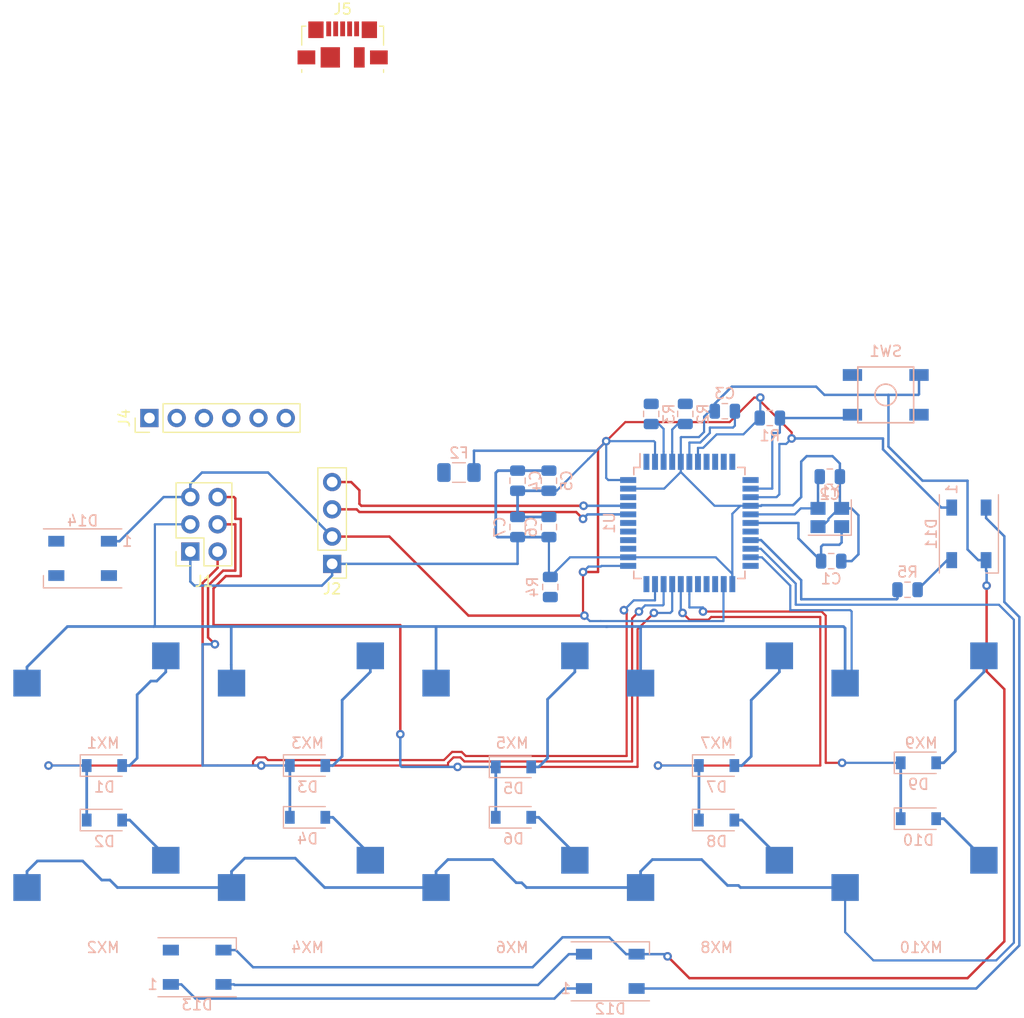
<source format=kicad_pcb>
(kicad_pcb (version 20171130) (host pcbnew "(5.1.5)-3")

  (general
    (thickness 1.6)
    (drawings 0)
    (tracks 454)
    (zones 0)
    (modules 44)
    (nets 55)
  )

  (page A4)
  (layers
    (0 F.Cu signal)
    (31 B.Cu signal)
    (32 B.Adhes user)
    (33 F.Adhes user)
    (34 B.Paste user)
    (35 F.Paste user)
    (36 B.SilkS user)
    (37 F.SilkS user)
    (38 B.Mask user)
    (39 F.Mask user)
    (40 Dwgs.User user)
    (41 Cmts.User user)
    (42 Eco1.User user)
    (43 Eco2.User user)
    (44 Edge.Cuts user)
    (45 Margin user)
    (46 B.CrtYd user)
    (47 F.CrtYd user)
    (48 B.Fab user)
    (49 F.Fab user)
  )

  (setup
    (last_trace_width 0.2286)
    (user_trace_width 0.2032)
    (user_trace_width 0.2286)
    (user_trace_width 0.254)
    (user_trace_width 0.381)
    (trace_clearance 0.2)
    (zone_clearance 0.508)
    (zone_45_only no)
    (trace_min 0.2)
    (via_size 0.8)
    (via_drill 0.4)
    (via_min_size 0.4)
    (via_min_drill 0.3)
    (uvia_size 0.3)
    (uvia_drill 0.1)
    (uvias_allowed no)
    (uvia_min_size 0.2)
    (uvia_min_drill 0.1)
    (edge_width 0.05)
    (segment_width 0.2)
    (pcb_text_width 0.3)
    (pcb_text_size 1.5 1.5)
    (mod_edge_width 0.12)
    (mod_text_size 1 1)
    (mod_text_width 0.15)
    (pad_size 1.5 1.5)
    (pad_drill 1)
    (pad_to_mask_clearance 0.051)
    (solder_mask_min_width 0.25)
    (aux_axis_origin 0 0)
    (visible_elements 7FFFFFFF)
    (pcbplotparams
      (layerselection 0x010f0_ffffffff)
      (usegerberextensions false)
      (usegerberattributes false)
      (usegerberadvancedattributes false)
      (creategerberjobfile false)
      (excludeedgelayer true)
      (linewidth 0.100000)
      (plotframeref false)
      (viasonmask false)
      (mode 1)
      (useauxorigin false)
      (hpglpennumber 1)
      (hpglpenspeed 20)
      (hpglpendiameter 15.000000)
      (psnegative false)
      (psa4output false)
      (plotreference true)
      (plotvalue true)
      (plotinvisibletext false)
      (padsonsilk false)
      (subtractmaskfromsilk false)
      (outputformat 1)
      (mirror false)
      (drillshape 0)
      (scaleselection 1)
      (outputdirectory "Gerber/"))
  )

  (net 0 "")
  (net 1 GND)
  (net 2 "Net-(C1-Pad1)")
  (net 3 "Net-(C2-Pad1)")
  (net 4 "Net-(C3-Pad1)")
  (net 5 +5V)
  (net 6 "Net-(D1-Pad2)")
  (net 7 "Net-(D2-Pad2)")
  (net 8 "Net-(D3-Pad2)")
  (net 9 ROW1)
  (net 10 "Net-(D4-Pad2)")
  (net 11 "Net-(D5-Pad2)")
  (net 12 "Net-(D6-Pad2)")
  (net 13 "Net-(D7-Pad2)")
  (net 14 "Net-(D8-Pad2)")
  (net 15 "Net-(D9-Pad2)")
  (net 16 ROW4)
  (net 17 "Net-(D10-Pad2)")
  (net 18 VCC)
  (net 19 NRST)
  (net 20 SDA)
  (net 21 SCL)
  (net 22 COL0)
  (net 23 COL1)
  (net 24 "Net-(R1-Pad2)")
  (net 25 D+)
  (net 26 "Net-(R2-Pad1)")
  (net 27 D-)
  (net 28 "Net-(R3-Pad1)")
  (net 29 "Net-(R4-Pad2)")
  (net 30 "Net-(U1-Pad42)")
  (net 31 "Net-(U1-Pad27)")
  (net 32 "Net-(U1-Pad22)")
  (net 33 "Net-(U1-Pad11)")
  (net 34 "Net-(U1-Pad1)")
  (net 35 "Net-(U1-Pad18)")
  (net 36 "Net-(U1-Pad26)")
  (net 37 "Net-(U1-Pad25)")
  (net 38 "Net-(D11-Pad2)")
  (net 39 AVR)
  (net 40 "Net-(D12-Pad2)")
  (net 41 "Net-(D13-Pad2)")
  (net 42 "Net-(D14-Pad2)")
  (net 43 ID)
  (net 44 "Net-(R5-Pad2)")
  (net 45 "Net-(U1-Pad12)")
  (net 46 "Net-(U1-Pad37)")
  (net 47 "Net-(U1-Pad36)")
  (net 48 "Net-(U1-Pad10)")
  (net 49 "Net-(U1-Pad9)")
  (net 50 "Net-(U1-Pad8)")
  (net 51 ROW3)
  (net 52 "Net-(U1-Pad39)")
  (net 53 "Net-(U1-Pad38)")
  (net 54 MISO)

  (net_class Default "This is the default net class."
    (clearance 0.2)
    (trace_width 0.2032)
    (via_dia 0.8)
    (via_drill 0.4)
    (uvia_dia 0.3)
    (uvia_drill 0.1)
    (add_net AVR)
    (add_net COL0)
    (add_net COL1)
    (add_net D+)
    (add_net D-)
    (add_net ID)
    (add_net MISO)
    (add_net NRST)
    (add_net "Net-(C1-Pad1)")
    (add_net "Net-(C2-Pad1)")
    (add_net "Net-(C3-Pad1)")
    (add_net "Net-(D1-Pad2)")
    (add_net "Net-(D10-Pad2)")
    (add_net "Net-(D11-Pad2)")
    (add_net "Net-(D12-Pad2)")
    (add_net "Net-(D13-Pad2)")
    (add_net "Net-(D14-Pad2)")
    (add_net "Net-(D2-Pad2)")
    (add_net "Net-(D3-Pad2)")
    (add_net "Net-(D4-Pad2)")
    (add_net "Net-(D5-Pad2)")
    (add_net "Net-(D6-Pad2)")
    (add_net "Net-(D7-Pad2)")
    (add_net "Net-(D8-Pad2)")
    (add_net "Net-(D9-Pad2)")
    (add_net "Net-(R1-Pad2)")
    (add_net "Net-(R2-Pad1)")
    (add_net "Net-(R3-Pad1)")
    (add_net "Net-(R4-Pad2)")
    (add_net "Net-(R5-Pad2)")
    (add_net "Net-(U1-Pad1)")
    (add_net "Net-(U1-Pad10)")
    (add_net "Net-(U1-Pad11)")
    (add_net "Net-(U1-Pad12)")
    (add_net "Net-(U1-Pad18)")
    (add_net "Net-(U1-Pad22)")
    (add_net "Net-(U1-Pad25)")
    (add_net "Net-(U1-Pad26)")
    (add_net "Net-(U1-Pad27)")
    (add_net "Net-(U1-Pad36)")
    (add_net "Net-(U1-Pad37)")
    (add_net "Net-(U1-Pad38)")
    (add_net "Net-(U1-Pad39)")
    (add_net "Net-(U1-Pad42)")
    (add_net "Net-(U1-Pad8)")
    (add_net "Net-(U1-Pad9)")
    (add_net ROW1)
    (add_net ROW3)
    (add_net ROW4)
    (add_net SCL)
    (add_net SDA)
    (add_net VCC)
  )

  (net_class Power ""
    (clearance 0.2)
    (trace_width 0.254)
    (via_dia 0.8)
    (via_drill 0.4)
    (uvia_dia 0.3)
    (uvia_drill 0.1)
    (add_net +5V)
    (add_net GND)
  )

  (module Resistor_SMD:R_0805_2012Metric (layer B.Cu) (tedit 5B36C52B) (tstamp 5E97D439)
    (at 147.955 37.973 180)
    (descr "Resistor SMD 0805 (2012 Metric), square (rectangular) end terminal, IPC_7351 nominal, (Body size source: https://docs.google.com/spreadsheets/d/1BsfQQcO9C6DZCsRaXUlFlo91Tg2WpOkGARC1WS5S8t0/edit?usp=sharing), generated with kicad-footprint-generator")
    (tags resistor)
    (path /5EA3CF56)
    (attr smd)
    (fp_text reference R5 (at 0 1.65 180) (layer B.SilkS)
      (effects (font (size 1 1) (thickness 0.15)) (justify mirror))
    )
    (fp_text value 500 (at 0 -1.65 180) (layer B.Fab)
      (effects (font (size 1 1) (thickness 0.15)) (justify mirror))
    )
    (fp_text user %R (at 0 0 180) (layer B.Fab)
      (effects (font (size 0.5 0.5) (thickness 0.08)) (justify mirror))
    )
    (fp_line (start 1.68 -0.95) (end -1.68 -0.95) (layer B.CrtYd) (width 0.05))
    (fp_line (start 1.68 0.95) (end 1.68 -0.95) (layer B.CrtYd) (width 0.05))
    (fp_line (start -1.68 0.95) (end 1.68 0.95) (layer B.CrtYd) (width 0.05))
    (fp_line (start -1.68 -0.95) (end -1.68 0.95) (layer B.CrtYd) (width 0.05))
    (fp_line (start -0.258578 -0.71) (end 0.258578 -0.71) (layer B.SilkS) (width 0.12))
    (fp_line (start -0.258578 0.71) (end 0.258578 0.71) (layer B.SilkS) (width 0.12))
    (fp_line (start 1 -0.6) (end -1 -0.6) (layer B.Fab) (width 0.1))
    (fp_line (start 1 0.6) (end 1 -0.6) (layer B.Fab) (width 0.1))
    (fp_line (start -1 0.6) (end 1 0.6) (layer B.Fab) (width 0.1))
    (fp_line (start -1 -0.6) (end -1 0.6) (layer B.Fab) (width 0.1))
    (pad 2 smd roundrect (at 0.9375 0 180) (size 0.975 1.4) (layers B.Cu B.Paste B.Mask) (roundrect_rratio 0.25)
      (net 44 "Net-(R5-Pad2)"))
    (pad 1 smd roundrect (at -0.9375 0 180) (size 0.975 1.4) (layers B.Cu B.Paste B.Mask) (roundrect_rratio 0.25)
      (net 39 AVR))
    (model ${KISYS3DMOD}/Resistor_SMD.3dshapes/R_0805_2012Metric.wrl
      (at (xyz 0 0 0))
      (scale (xyz 1 1 1))
      (rotate (xyz 0 0 0))
    )
  )

  (module Connector_USB:USB_Micro-B_Molex_47346-0001 (layer F.Cu) (tedit 5D8620A7) (tstamp 5E97D114)
    (at 95.34 -12.835)
    (descr "Micro USB B receptable with flange, bottom-mount, SMD, right-angle (http://www.molex.com/pdm_docs/sd/473460001_sd.pdf)")
    (tags "Micro B USB SMD")
    (path /5E988746)
    (attr smd)
    (fp_text reference J5 (at 0 -3.3 180) (layer F.SilkS)
      (effects (font (size 1 1) (thickness 0.15)))
    )
    (fp_text value USB_B_Micro (at 0 4.6 180) (layer F.Fab)
      (effects (font (size 1 1) (thickness 0.15)))
    )
    (fp_line (start -3.25 2.65) (end 3.25 2.65) (layer F.Fab) (width 0.1))
    (fp_line (start -3.81 2.6) (end -3.81 2.34) (layer F.SilkS) (width 0.12))
    (fp_line (start -3.81 0.06) (end -3.81 -1.71) (layer F.SilkS) (width 0.12))
    (fp_line (start -3.81 -1.71) (end -3.43 -1.71) (layer F.SilkS) (width 0.12))
    (fp_line (start 3.81 -1.71) (end 3.81 0.06) (layer F.SilkS) (width 0.12))
    (fp_line (start 3.81 2.34) (end 3.81 2.6) (layer F.SilkS) (width 0.12))
    (fp_line (start -3.75 3.35) (end -3.75 -1.65) (layer F.Fab) (width 0.1))
    (fp_line (start -3.75 -1.65) (end 3.75 -1.65) (layer F.Fab) (width 0.1))
    (fp_line (start 3.75 -1.65) (end 3.75 3.35) (layer F.Fab) (width 0.1))
    (fp_line (start 3.75 3.35) (end -3.75 3.35) (layer F.Fab) (width 0.1))
    (fp_line (start -4.7 3.85) (end -4.7 -2.65) (layer F.CrtYd) (width 0.05))
    (fp_line (start -4.7 -2.65) (end 4.7 -2.65) (layer F.CrtYd) (width 0.05))
    (fp_line (start 4.7 -2.65) (end 4.7 3.85) (layer F.CrtYd) (width 0.05))
    (fp_line (start 4.7 3.85) (end -4.7 3.85) (layer F.CrtYd) (width 0.05))
    (fp_line (start 3.81 -1.71) (end 3.43 -1.71) (layer F.SilkS) (width 0.12))
    (fp_text user %R (at 0 1.2) (layer F.Fab)
      (effects (font (size 1 1) (thickness 0.15)))
    )
    (fp_text user "PCB Edge" (at 0 2.67 180) (layer Dwgs.User)
      (effects (font (size 0.4 0.4) (thickness 0.04)))
    )
    (pad 6 smd rect (at 1.55 1.2) (size 1 1.9) (layers F.Cu F.Paste F.Mask)
      (net 1 GND))
    (pad 6 smd rect (at -1.15 1.2) (size 1.8 1.9) (layers F.Cu F.Paste F.Mask)
      (net 1 GND))
    (pad 6 smd rect (at 3.375 1.2) (size 1.65 1.3) (layers F.Cu F.Paste F.Mask)
      (net 1 GND))
    (pad 6 smd rect (at -3.375 1.2) (size 1.65 1.3) (layers F.Cu F.Paste F.Mask)
      (net 1 GND))
    (pad 6 smd rect (at 2.4875 -1.375) (size 1.425 1.55) (layers F.Cu F.Paste F.Mask)
      (net 1 GND))
    (pad 6 smd rect (at -2.4875 -1.375) (size 1.425 1.55) (layers F.Cu F.Paste F.Mask)
      (net 1 GND))
    (pad 5 smd rect (at 1.3 -1.46) (size 0.45 1.38) (layers F.Cu F.Paste F.Mask)
      (net 1 GND))
    (pad 4 smd rect (at 0.65 -1.46) (size 0.45 1.38) (layers F.Cu F.Paste F.Mask)
      (net 43 ID))
    (pad 3 smd rect (at 0 -1.46) (size 0.45 1.38) (layers F.Cu F.Paste F.Mask)
      (net 25 D+))
    (pad 2 smd rect (at -0.65 -1.46) (size 0.45 1.38) (layers F.Cu F.Paste F.Mask)
      (net 27 D-))
    (pad 1 smd rect (at -1.3 -1.46) (size 0.45 1.38) (layers F.Cu F.Paste F.Mask)
      (net 18 VCC))
    (model ${KISYS3DMOD}/Connector_USB.3dshapes/USB_Micro-B_Molex_47346-0001.wrl
      (at (xyz 0 0 0))
      (scale (xyz 1 1 1))
      (rotate (xyz 0 0 0))
    )
  )

  (module Connector_PinHeader_2.54mm:PinHeader_1x06_P2.54mm_Vertical (layer F.Cu) (tedit 59FED5CC) (tstamp 5E97D0F4)
    (at 77.343 21.971 90)
    (descr "Through hole straight pin header, 1x06, 2.54mm pitch, single row")
    (tags "Through hole pin header THT 1x06 2.54mm single row")
    (path /5E9ABB04)
    (fp_text reference J4 (at 0 -2.33 90) (layer F.SilkS)
      (effects (font (size 1 1) (thickness 0.15)))
    )
    (fp_text value Conn_01x06_Female (at 0 15.03 90) (layer F.Fab)
      (effects (font (size 1 1) (thickness 0.15)))
    )
    (fp_text user %R (at 0 6.35) (layer F.Fab)
      (effects (font (size 1 1) (thickness 0.15)))
    )
    (fp_line (start 1.8 -1.8) (end -1.8 -1.8) (layer F.CrtYd) (width 0.05))
    (fp_line (start 1.8 14.5) (end 1.8 -1.8) (layer F.CrtYd) (width 0.05))
    (fp_line (start -1.8 14.5) (end 1.8 14.5) (layer F.CrtYd) (width 0.05))
    (fp_line (start -1.8 -1.8) (end -1.8 14.5) (layer F.CrtYd) (width 0.05))
    (fp_line (start -1.33 -1.33) (end 0 -1.33) (layer F.SilkS) (width 0.12))
    (fp_line (start -1.33 0) (end -1.33 -1.33) (layer F.SilkS) (width 0.12))
    (fp_line (start -1.33 1.27) (end 1.33 1.27) (layer F.SilkS) (width 0.12))
    (fp_line (start 1.33 1.27) (end 1.33 14.03) (layer F.SilkS) (width 0.12))
    (fp_line (start -1.33 1.27) (end -1.33 14.03) (layer F.SilkS) (width 0.12))
    (fp_line (start -1.33 14.03) (end 1.33 14.03) (layer F.SilkS) (width 0.12))
    (fp_line (start -1.27 -0.635) (end -0.635 -1.27) (layer F.Fab) (width 0.1))
    (fp_line (start -1.27 13.97) (end -1.27 -0.635) (layer F.Fab) (width 0.1))
    (fp_line (start 1.27 13.97) (end -1.27 13.97) (layer F.Fab) (width 0.1))
    (fp_line (start 1.27 -1.27) (end 1.27 13.97) (layer F.Fab) (width 0.1))
    (fp_line (start -0.635 -1.27) (end 1.27 -1.27) (layer F.Fab) (width 0.1))
    (pad 6 thru_hole oval (at 0 12.7 90) (size 1.7 1.7) (drill 1) (layers *.Cu *.Mask)
      (net 1 GND))
    (pad 5 thru_hole oval (at 0 10.16 90) (size 1.7 1.7) (drill 1) (layers *.Cu *.Mask)
      (net 1 GND))
    (pad 4 thru_hole oval (at 0 7.62 90) (size 1.7 1.7) (drill 1) (layers *.Cu *.Mask)
      (net 43 ID))
    (pad 3 thru_hole oval (at 0 5.08 90) (size 1.7 1.7) (drill 1) (layers *.Cu *.Mask)
      (net 25 D+))
    (pad 2 thru_hole oval (at 0 2.54 90) (size 1.7 1.7) (drill 1) (layers *.Cu *.Mask)
      (net 27 D-))
    (pad 1 thru_hole rect (at 0 0 90) (size 1.7 1.7) (drill 1) (layers *.Cu *.Mask)
      (net 5 +5V))
    (model ${KISYS3DMOD}/Connector_PinHeader_2.54mm.3dshapes/PinHeader_1x06_P2.54mm_Vertical.wrl
      (at (xyz 0 0 0))
      (scale (xyz 1 1 1))
      (rotate (xyz 0 0 0))
    )
  )

  (module Fuse:Fuse_1206_3216Metric (layer B.Cu) (tedit 5B301BBE) (tstamp 5E97D048)
    (at 106.172 27.051 180)
    (descr "Fuse SMD 1206 (3216 Metric), square (rectangular) end terminal, IPC_7351 nominal, (Body size source: http://www.tortai-tech.com/upload/download/2011102023233369053.pdf), generated with kicad-footprint-generator")
    (tags resistor)
    (path /5E98F719)
    (attr smd)
    (fp_text reference F2 (at 0 1.82) (layer B.SilkS)
      (effects (font (size 1 1) (thickness 0.15)) (justify mirror))
    )
    (fp_text value 500mA (at 0 -1.82) (layer B.Fab)
      (effects (font (size 1 1) (thickness 0.15)) (justify mirror))
    )
    (fp_text user %R (at 0 0) (layer B.Fab)
      (effects (font (size 0.8 0.8) (thickness 0.12)) (justify mirror))
    )
    (fp_line (start 2.28 -1.12) (end -2.28 -1.12) (layer B.CrtYd) (width 0.05))
    (fp_line (start 2.28 1.12) (end 2.28 -1.12) (layer B.CrtYd) (width 0.05))
    (fp_line (start -2.28 1.12) (end 2.28 1.12) (layer B.CrtYd) (width 0.05))
    (fp_line (start -2.28 -1.12) (end -2.28 1.12) (layer B.CrtYd) (width 0.05))
    (fp_line (start -0.602064 -0.91) (end 0.602064 -0.91) (layer B.SilkS) (width 0.12))
    (fp_line (start -0.602064 0.91) (end 0.602064 0.91) (layer B.SilkS) (width 0.12))
    (fp_line (start 1.6 -0.8) (end -1.6 -0.8) (layer B.Fab) (width 0.1))
    (fp_line (start 1.6 0.8) (end 1.6 -0.8) (layer B.Fab) (width 0.1))
    (fp_line (start -1.6 0.8) (end 1.6 0.8) (layer B.Fab) (width 0.1))
    (fp_line (start -1.6 -0.8) (end -1.6 0.8) (layer B.Fab) (width 0.1))
    (pad 2 smd roundrect (at 1.4 0 180) (size 1.25 1.75) (layers B.Cu B.Paste B.Mask) (roundrect_rratio 0.2)
      (net 18 VCC))
    (pad 1 smd roundrect (at -1.4 0 180) (size 1.25 1.75) (layers B.Cu B.Paste B.Mask) (roundrect_rratio 0.2)
      (net 5 +5V))
    (model ${KISYS3DMOD}/Fuse.3dshapes/Fuse_1206_3216Metric.wrl
      (at (xyz 0 0 0))
      (scale (xyz 1 1 1))
      (rotate (xyz 0 0 0))
    )
  )

  (module LED_SMD:LED_WS2812B_PLCC4_5.0x5.0mm_P3.2mm (layer B.Cu) (tedit 5AA4B285) (tstamp 5E97D017)
    (at 71.12 35.052 180)
    (descr https://cdn-shop.adafruit.com/datasheets/WS2812B.pdf)
    (tags "LED RGB NeoPixel")
    (path /5E9FDDCA)
    (attr smd)
    (fp_text reference D14 (at 0 3.5 180) (layer B.SilkS)
      (effects (font (size 1 1) (thickness 0.15)) (justify mirror))
    )
    (fp_text value WS2812B (at 0 -4 180) (layer B.Fab)
      (effects (font (size 1 1) (thickness 0.15)) (justify mirror))
    )
    (fp_circle (center 0 0) (end 0 2) (layer B.Fab) (width 0.1))
    (fp_line (start 3.65 -2.75) (end 3.65 -1.6) (layer B.SilkS) (width 0.12))
    (fp_line (start -3.65 -2.75) (end 3.65 -2.75) (layer B.SilkS) (width 0.12))
    (fp_line (start -3.65 2.75) (end 3.65 2.75) (layer B.SilkS) (width 0.12))
    (fp_line (start 2.5 2.5) (end -2.5 2.5) (layer B.Fab) (width 0.1))
    (fp_line (start 2.5 -2.5) (end 2.5 2.5) (layer B.Fab) (width 0.1))
    (fp_line (start -2.5 -2.5) (end 2.5 -2.5) (layer B.Fab) (width 0.1))
    (fp_line (start -2.5 2.5) (end -2.5 -2.5) (layer B.Fab) (width 0.1))
    (fp_line (start 2.5 -1.5) (end 1.5 -2.5) (layer B.Fab) (width 0.1))
    (fp_line (start -3.45 2.75) (end -3.45 -2.75) (layer B.CrtYd) (width 0.05))
    (fp_line (start -3.45 -2.75) (end 3.45 -2.75) (layer B.CrtYd) (width 0.05))
    (fp_line (start 3.45 -2.75) (end 3.45 2.75) (layer B.CrtYd) (width 0.05))
    (fp_line (start 3.45 2.75) (end -3.45 2.75) (layer B.CrtYd) (width 0.05))
    (fp_text user %R (at 0 0 180) (layer B.Fab)
      (effects (font (size 0.8 0.8) (thickness 0.15)) (justify mirror))
    )
    (fp_text user 1 (at -4.15 1.6 180) (layer B.SilkS)
      (effects (font (size 1 1) (thickness 0.15)) (justify mirror))
    )
    (pad 1 smd rect (at -2.45 1.6 180) (size 1.5 1) (layers B.Cu B.Paste B.Mask)
      (net 5 +5V))
    (pad 2 smd rect (at -2.45 -1.6 180) (size 1.5 1) (layers B.Cu B.Paste B.Mask)
      (net 42 "Net-(D14-Pad2)"))
    (pad 4 smd rect (at 2.45 1.6 180) (size 1.5 1) (layers B.Cu B.Paste B.Mask)
      (net 41 "Net-(D13-Pad2)"))
    (pad 3 smd rect (at 2.45 -1.6 180) (size 1.5 1) (layers B.Cu B.Paste B.Mask)
      (net 1 GND))
    (model ${KISYS3DMOD}/LED_SMD.3dshapes/LED_WS2812B_PLCC4_5.0x5.0mm_P3.2mm.wrl
      (at (xyz 0 0 0))
      (scale (xyz 1 1 1))
      (rotate (xyz 0 0 0))
    )
  )

  (module LED_SMD:LED_WS2812B_PLCC4_5.0x5.0mm_P3.2mm (layer B.Cu) (tedit 5AA4B285) (tstamp 5E97D000)
    (at 81.788 73.152)
    (descr https://cdn-shop.adafruit.com/datasheets/WS2812B.pdf)
    (tags "LED RGB NeoPixel")
    (path /5E9F1A24)
    (attr smd)
    (fp_text reference D13 (at 0 3.5) (layer B.SilkS)
      (effects (font (size 1 1) (thickness 0.15)) (justify mirror))
    )
    (fp_text value WS2812B (at 0 -4) (layer B.Fab)
      (effects (font (size 1 1) (thickness 0.15)) (justify mirror))
    )
    (fp_circle (center 0 0) (end 0 2) (layer B.Fab) (width 0.1))
    (fp_line (start 3.65 -2.75) (end 3.65 -1.6) (layer B.SilkS) (width 0.12))
    (fp_line (start -3.65 -2.75) (end 3.65 -2.75) (layer B.SilkS) (width 0.12))
    (fp_line (start -3.65 2.75) (end 3.65 2.75) (layer B.SilkS) (width 0.12))
    (fp_line (start 2.5 2.5) (end -2.5 2.5) (layer B.Fab) (width 0.1))
    (fp_line (start 2.5 -2.5) (end 2.5 2.5) (layer B.Fab) (width 0.1))
    (fp_line (start -2.5 -2.5) (end 2.5 -2.5) (layer B.Fab) (width 0.1))
    (fp_line (start -2.5 2.5) (end -2.5 -2.5) (layer B.Fab) (width 0.1))
    (fp_line (start 2.5 -1.5) (end 1.5 -2.5) (layer B.Fab) (width 0.1))
    (fp_line (start -3.45 2.75) (end -3.45 -2.75) (layer B.CrtYd) (width 0.05))
    (fp_line (start -3.45 -2.75) (end 3.45 -2.75) (layer B.CrtYd) (width 0.05))
    (fp_line (start 3.45 -2.75) (end 3.45 2.75) (layer B.CrtYd) (width 0.05))
    (fp_line (start 3.45 2.75) (end -3.45 2.75) (layer B.CrtYd) (width 0.05))
    (fp_text user %R (at 0 0) (layer B.Fab)
      (effects (font (size 0.8 0.8) (thickness 0.15)) (justify mirror))
    )
    (fp_text user 1 (at -4.15 1.6) (layer B.SilkS)
      (effects (font (size 1 1) (thickness 0.15)) (justify mirror))
    )
    (pad 1 smd rect (at -2.45 1.6) (size 1.5 1) (layers B.Cu B.Paste B.Mask)
      (net 5 +5V))
    (pad 2 smd rect (at -2.45 -1.6) (size 1.5 1) (layers B.Cu B.Paste B.Mask)
      (net 41 "Net-(D13-Pad2)"))
    (pad 4 smd rect (at 2.45 1.6) (size 1.5 1) (layers B.Cu B.Paste B.Mask)
      (net 40 "Net-(D12-Pad2)"))
    (pad 3 smd rect (at 2.45 -1.6) (size 1.5 1) (layers B.Cu B.Paste B.Mask)
      (net 1 GND))
    (model ${KISYS3DMOD}/LED_SMD.3dshapes/LED_WS2812B_PLCC4_5.0x5.0mm_P3.2mm.wrl
      (at (xyz 0 0 0))
      (scale (xyz 1 1 1))
      (rotate (xyz 0 0 0))
    )
  )

  (module LED_SMD:LED_WS2812B_PLCC4_5.0x5.0mm_P3.2mm (layer B.Cu) (tedit 5AA4B285) (tstamp 5E97CFE9)
    (at 120.269 73.533)
    (descr https://cdn-shop.adafruit.com/datasheets/WS2812B.pdf)
    (tags "LED RGB NeoPixel")
    (path /5E9F0C17)
    (attr smd)
    (fp_text reference D12 (at 0 3.5 180) (layer B.SilkS)
      (effects (font (size 1 1) (thickness 0.15)) (justify mirror))
    )
    (fp_text value WS2812B (at 0 -4 180) (layer B.Fab)
      (effects (font (size 1 1) (thickness 0.15)) (justify mirror))
    )
    (fp_circle (center 0 0) (end 0 2) (layer B.Fab) (width 0.1))
    (fp_line (start 3.65 -2.75) (end 3.65 -1.6) (layer B.SilkS) (width 0.12))
    (fp_line (start -3.65 -2.75) (end 3.65 -2.75) (layer B.SilkS) (width 0.12))
    (fp_line (start -3.65 2.75) (end 3.65 2.75) (layer B.SilkS) (width 0.12))
    (fp_line (start 2.5 2.5) (end -2.5 2.5) (layer B.Fab) (width 0.1))
    (fp_line (start 2.5 -2.5) (end 2.5 2.5) (layer B.Fab) (width 0.1))
    (fp_line (start -2.5 -2.5) (end 2.5 -2.5) (layer B.Fab) (width 0.1))
    (fp_line (start -2.5 2.5) (end -2.5 -2.5) (layer B.Fab) (width 0.1))
    (fp_line (start 2.5 -1.5) (end 1.5 -2.5) (layer B.Fab) (width 0.1))
    (fp_line (start -3.45 2.75) (end -3.45 -2.75) (layer B.CrtYd) (width 0.05))
    (fp_line (start -3.45 -2.75) (end 3.45 -2.75) (layer B.CrtYd) (width 0.05))
    (fp_line (start 3.45 -2.75) (end 3.45 2.75) (layer B.CrtYd) (width 0.05))
    (fp_line (start 3.45 2.75) (end -3.45 2.75) (layer B.CrtYd) (width 0.05))
    (fp_text user %R (at 0 0 180) (layer B.Fab)
      (effects (font (size 0.8 0.8) (thickness 0.15)) (justify mirror))
    )
    (fp_text user 1 (at -4.15 1.6 180) (layer B.SilkS)
      (effects (font (size 1 1) (thickness 0.15)) (justify mirror))
    )
    (pad 1 smd rect (at -2.45 1.6) (size 1.5 1) (layers B.Cu B.Paste B.Mask)
      (net 5 +5V))
    (pad 2 smd rect (at -2.45 -1.6) (size 1.5 1) (layers B.Cu B.Paste B.Mask)
      (net 40 "Net-(D12-Pad2)"))
    (pad 4 smd rect (at 2.45 1.6) (size 1.5 1) (layers B.Cu B.Paste B.Mask)
      (net 38 "Net-(D11-Pad2)"))
    (pad 3 smd rect (at 2.45 -1.6) (size 1.5 1) (layers B.Cu B.Paste B.Mask)
      (net 1 GND))
    (model ${KISYS3DMOD}/LED_SMD.3dshapes/LED_WS2812B_PLCC4_5.0x5.0mm_P3.2mm.wrl
      (at (xyz 0 0 0))
      (scale (xyz 1 1 1))
      (rotate (xyz 0 0 0))
    )
  )

  (module LED_SMD:LED_WS2812B_PLCC4_5.0x5.0mm_P3.2mm (layer B.Cu) (tedit 5AA4B285) (tstamp 5E97CFD2)
    (at 153.67 32.766 270)
    (descr https://cdn-shop.adafruit.com/datasheets/WS2812B.pdf)
    (tags "LED RGB NeoPixel")
    (path /5E9851C9)
    (attr smd)
    (fp_text reference D11 (at 0 3.5 90) (layer B.SilkS)
      (effects (font (size 1 1) (thickness 0.15)) (justify mirror))
    )
    (fp_text value WS2812B (at 0 -4 90) (layer B.Fab)
      (effects (font (size 1 1) (thickness 0.15)) (justify mirror))
    )
    (fp_circle (center 0 0) (end 0 2) (layer B.Fab) (width 0.1))
    (fp_line (start 3.65 -2.75) (end 3.65 -1.6) (layer B.SilkS) (width 0.12))
    (fp_line (start -3.65 -2.75) (end 3.65 -2.75) (layer B.SilkS) (width 0.12))
    (fp_line (start -3.65 2.75) (end 3.65 2.75) (layer B.SilkS) (width 0.12))
    (fp_line (start 2.5 2.5) (end -2.5 2.5) (layer B.Fab) (width 0.1))
    (fp_line (start 2.5 -2.5) (end 2.5 2.5) (layer B.Fab) (width 0.1))
    (fp_line (start -2.5 -2.5) (end 2.5 -2.5) (layer B.Fab) (width 0.1))
    (fp_line (start -2.5 2.5) (end -2.5 -2.5) (layer B.Fab) (width 0.1))
    (fp_line (start 2.5 -1.5) (end 1.5 -2.5) (layer B.Fab) (width 0.1))
    (fp_line (start -3.45 2.75) (end -3.45 -2.75) (layer B.CrtYd) (width 0.05))
    (fp_line (start -3.45 -2.75) (end 3.45 -2.75) (layer B.CrtYd) (width 0.05))
    (fp_line (start 3.45 -2.75) (end 3.45 2.75) (layer B.CrtYd) (width 0.05))
    (fp_line (start 3.45 2.75) (end -3.45 2.75) (layer B.CrtYd) (width 0.05))
    (fp_text user %R (at 0 0 90) (layer B.Fab)
      (effects (font (size 0.8 0.8) (thickness 0.15)) (justify mirror))
    )
    (fp_text user 1 (at -4.15 1.6 90) (layer B.SilkS)
      (effects (font (size 1 1) (thickness 0.15)) (justify mirror))
    )
    (pad 1 smd rect (at -2.45 1.6 270) (size 1.5 1) (layers B.Cu B.Paste B.Mask)
      (net 5 +5V))
    (pad 2 smd rect (at -2.45 -1.6 270) (size 1.5 1) (layers B.Cu B.Paste B.Mask)
      (net 38 "Net-(D11-Pad2)"))
    (pad 4 smd rect (at 2.45 1.6 270) (size 1.5 1) (layers B.Cu B.Paste B.Mask)
      (net 39 AVR))
    (pad 3 smd rect (at 2.45 -1.6 270) (size 1.5 1) (layers B.Cu B.Paste B.Mask)
      (net 1 GND))
    (model ${KISYS3DMOD}/LED_SMD.3dshapes/LED_WS2812B_PLCC4_5.0x5.0mm_P3.2mm.wrl
      (at (xyz 0 0 0))
      (scale (xyz 1 1 1))
      (rotate (xyz 0 0 0))
    )
  )

  (module Crystal:Crystal_SMD_3225-4Pin_3.2x2.5mm (layer B.Cu) (tedit 5A0FD1B2) (tstamp 5E8870B8)
    (at 140.716 31.242 180)
    (descr "SMD Crystal SERIES SMD3225/4 http://www.txccrystal.com/images/pdf/7m-accuracy.pdf, 3.2x2.5mm^2 package")
    (tags "SMD SMT crystal")
    (path /5E88A7D9)
    (attr smd)
    (fp_text reference Y1 (at 0 2.45) (layer B.SilkS)
      (effects (font (size 1 1) (thickness 0.15)) (justify mirror))
    )
    (fp_text value 16MHz (at 0 -2.45) (layer B.Fab)
      (effects (font (size 1 1) (thickness 0.15)) (justify mirror))
    )
    (fp_line (start 2.1 1.7) (end -2.1 1.7) (layer B.CrtYd) (width 0.05))
    (fp_line (start 2.1 -1.7) (end 2.1 1.7) (layer B.CrtYd) (width 0.05))
    (fp_line (start -2.1 -1.7) (end 2.1 -1.7) (layer B.CrtYd) (width 0.05))
    (fp_line (start -2.1 1.7) (end -2.1 -1.7) (layer B.CrtYd) (width 0.05))
    (fp_line (start -2 -1.65) (end 2 -1.65) (layer B.SilkS) (width 0.12))
    (fp_line (start -2 1.65) (end -2 -1.65) (layer B.SilkS) (width 0.12))
    (fp_line (start -1.6 -0.25) (end -0.6 -1.25) (layer B.Fab) (width 0.1))
    (fp_line (start 1.6 1.25) (end -1.6 1.25) (layer B.Fab) (width 0.1))
    (fp_line (start 1.6 -1.25) (end 1.6 1.25) (layer B.Fab) (width 0.1))
    (fp_line (start -1.6 -1.25) (end 1.6 -1.25) (layer B.Fab) (width 0.1))
    (fp_line (start -1.6 1.25) (end -1.6 -1.25) (layer B.Fab) (width 0.1))
    (fp_text user %R (at 0 0) (layer B.Fab)
      (effects (font (size 0.7 0.7) (thickness 0.105)) (justify mirror))
    )
    (pad 4 smd rect (at -1.1 0.85 180) (size 1.4 1.2) (layers B.Cu B.Paste B.Mask)
      (net 1 GND))
    (pad 3 smd rect (at 1.1 0.85 180) (size 1.4 1.2) (layers B.Cu B.Paste B.Mask)
      (net 3 "Net-(C2-Pad1)"))
    (pad 2 smd rect (at 1.1 -0.85 180) (size 1.4 1.2) (layers B.Cu B.Paste B.Mask)
      (net 1 GND))
    (pad 1 smd rect (at -1.1 -0.85 180) (size 1.4 1.2) (layers B.Cu B.Paste B.Mask)
      (net 2 "Net-(C1-Pad1)"))
    (model ${KISYS3DMOD}/Crystal.3dshapes/Crystal_SMD_3225-4Pin_3.2x2.5mm.wrl
      (at (xyz 0 0 0))
      (scale (xyz 1 1 1))
      (rotate (xyz 0 0 0))
    )
  )

  (module Package_QFP:TQFP-44_10x10mm_P0.8mm (layer B.Cu) (tedit 5A02F146) (tstamp 5E887084)
    (at 127.635 31.75 270)
    (descr "44-Lead Plastic Thin Quad Flatpack (PT) - 10x10x1.0 mm Body [TQFP] (see Microchip Packaging Specification 00000049BS.pdf)")
    (tags "QFP 0.8")
    (path /5E87FF20)
    (attr smd)
    (fp_text reference U1 (at 0 7.45 90) (layer B.SilkS)
      (effects (font (size 1 1) (thickness 0.15)) (justify mirror))
    )
    (fp_text value ATmega32U4-AU (at 0 -7.45 90) (layer B.Fab)
      (effects (font (size 1 1) (thickness 0.15)) (justify mirror))
    )
    (fp_line (start -5.175 4.6) (end -6.45 4.6) (layer B.SilkS) (width 0.15))
    (fp_line (start 5.175 5.175) (end 4.5 5.175) (layer B.SilkS) (width 0.15))
    (fp_line (start 5.175 -5.175) (end 4.5 -5.175) (layer B.SilkS) (width 0.15))
    (fp_line (start -5.175 -5.175) (end -4.5 -5.175) (layer B.SilkS) (width 0.15))
    (fp_line (start -5.175 5.175) (end -4.5 5.175) (layer B.SilkS) (width 0.15))
    (fp_line (start -5.175 -5.175) (end -5.175 -4.5) (layer B.SilkS) (width 0.15))
    (fp_line (start 5.175 -5.175) (end 5.175 -4.5) (layer B.SilkS) (width 0.15))
    (fp_line (start 5.175 5.175) (end 5.175 4.5) (layer B.SilkS) (width 0.15))
    (fp_line (start -5.175 5.175) (end -5.175 4.6) (layer B.SilkS) (width 0.15))
    (fp_line (start -6.7 -6.7) (end 6.7 -6.7) (layer B.CrtYd) (width 0.05))
    (fp_line (start -6.7 6.7) (end 6.7 6.7) (layer B.CrtYd) (width 0.05))
    (fp_line (start 6.7 6.7) (end 6.7 -6.7) (layer B.CrtYd) (width 0.05))
    (fp_line (start -6.7 6.7) (end -6.7 -6.7) (layer B.CrtYd) (width 0.05))
    (fp_line (start -5 4) (end -4 5) (layer B.Fab) (width 0.15))
    (fp_line (start -5 -5) (end -5 4) (layer B.Fab) (width 0.15))
    (fp_line (start 5 -5) (end -5 -5) (layer B.Fab) (width 0.15))
    (fp_line (start 5 5) (end 5 -5) (layer B.Fab) (width 0.15))
    (fp_line (start -4 5) (end 5 5) (layer B.Fab) (width 0.15))
    (fp_text user %R (at 0 0 90) (layer B.Fab)
      (effects (font (size 1 1) (thickness 0.15)) (justify mirror))
    )
    (pad 44 smd rect (at -4 5.7 180) (size 1.5 0.55) (layers B.Cu B.Paste B.Mask)
      (net 5 +5V))
    (pad 43 smd rect (at -3.2 5.7 180) (size 1.5 0.55) (layers B.Cu B.Paste B.Mask)
      (net 1 GND))
    (pad 42 smd rect (at -2.4 5.7 180) (size 1.5 0.55) (layers B.Cu B.Paste B.Mask)
      (net 30 "Net-(U1-Pad42)"))
    (pad 41 smd rect (at -1.6 5.7 180) (size 1.5 0.55) (layers B.Cu B.Paste B.Mask)
      (net 20 SDA))
    (pad 40 smd rect (at -0.8 5.7 180) (size 1.5 0.55) (layers B.Cu B.Paste B.Mask)
      (net 21 SCL))
    (pad 39 smd rect (at 0 5.7 180) (size 1.5 0.55) (layers B.Cu B.Paste B.Mask)
      (net 52 "Net-(U1-Pad39)"))
    (pad 38 smd rect (at 0.8 5.7 180) (size 1.5 0.55) (layers B.Cu B.Paste B.Mask)
      (net 53 "Net-(U1-Pad38)"))
    (pad 37 smd rect (at 1.6 5.7 180) (size 1.5 0.55) (layers B.Cu B.Paste B.Mask)
      (net 46 "Net-(U1-Pad37)"))
    (pad 36 smd rect (at 2.4 5.7 180) (size 1.5 0.55) (layers B.Cu B.Paste B.Mask)
      (net 47 "Net-(U1-Pad36)"))
    (pad 35 smd rect (at 3.2 5.7 180) (size 1.5 0.55) (layers B.Cu B.Paste B.Mask)
      (net 1 GND))
    (pad 34 smd rect (at 4 5.7 180) (size 1.5 0.55) (layers B.Cu B.Paste B.Mask)
      (net 5 +5V))
    (pad 33 smd rect (at 5.7 4 270) (size 1.5 0.55) (layers B.Cu B.Paste B.Mask)
      (net 29 "Net-(R4-Pad2)"))
    (pad 32 smd rect (at 5.7 3.2 270) (size 1.5 0.55) (layers B.Cu B.Paste B.Mask)
      (net 19 NRST))
    (pad 31 smd rect (at 5.7 2.4 270) (size 1.5 0.55) (layers B.Cu B.Paste B.Mask)
      (net 9 ROW1))
    (pad 30 smd rect (at 5.7 1.6 270) (size 1.5 0.55) (layers B.Cu B.Paste B.Mask)
      (net 54 MISO))
    (pad 29 smd rect (at 5.7 0.8 270) (size 1.5 0.55) (layers B.Cu B.Paste B.Mask)
      (net 51 ROW3))
    (pad 28 smd rect (at 5.7 0 270) (size 1.5 0.55) (layers B.Cu B.Paste B.Mask)
      (net 16 ROW4))
    (pad 27 smd rect (at 5.7 -0.8 270) (size 1.5 0.55) (layers B.Cu B.Paste B.Mask)
      (net 31 "Net-(U1-Pad27)"))
    (pad 26 smd rect (at 5.7 -1.6 270) (size 1.5 0.55) (layers B.Cu B.Paste B.Mask)
      (net 36 "Net-(U1-Pad26)"))
    (pad 25 smd rect (at 5.7 -2.4 270) (size 1.5 0.55) (layers B.Cu B.Paste B.Mask)
      (net 37 "Net-(U1-Pad25)"))
    (pad 24 smd rect (at 5.7 -3.2 270) (size 1.5 0.55) (layers B.Cu B.Paste B.Mask)
      (net 5 +5V))
    (pad 23 smd rect (at 5.7 -4 270) (size 1.5 0.55) (layers B.Cu B.Paste B.Mask)
      (net 1 GND))
    (pad 22 smd rect (at 4 -5.7 180) (size 1.5 0.55) (layers B.Cu B.Paste B.Mask)
      (net 32 "Net-(U1-Pad22)"))
    (pad 21 smd rect (at 3.2 -5.7 180) (size 1.5 0.55) (layers B.Cu B.Paste B.Mask)
      (net 22 COL0))
    (pad 20 smd rect (at 2.4 -5.7 180) (size 1.5 0.55) (layers B.Cu B.Paste B.Mask)
      (net 23 COL1))
    (pad 19 smd rect (at 1.6 -5.7 180) (size 1.5 0.55) (layers B.Cu B.Paste B.Mask)
      (net 44 "Net-(R5-Pad2)"))
    (pad 18 smd rect (at 0.8 -5.7 180) (size 1.5 0.55) (layers B.Cu B.Paste B.Mask)
      (net 35 "Net-(U1-Pad18)"))
    (pad 17 smd rect (at 0 -5.7 180) (size 1.5 0.55) (layers B.Cu B.Paste B.Mask)
      (net 2 "Net-(C1-Pad1)"))
    (pad 16 smd rect (at -0.8 -5.7 180) (size 1.5 0.55) (layers B.Cu B.Paste B.Mask)
      (net 3 "Net-(C2-Pad1)"))
    (pad 15 smd rect (at -1.6 -5.7 180) (size 1.5 0.55) (layers B.Cu B.Paste B.Mask)
      (net 1 GND))
    (pad 14 smd rect (at -2.4 -5.7 180) (size 1.5 0.55) (layers B.Cu B.Paste B.Mask)
      (net 5 +5V))
    (pad 13 smd rect (at -3.2 -5.7 180) (size 1.5 0.55) (layers B.Cu B.Paste B.Mask)
      (net 24 "Net-(R1-Pad2)"))
    (pad 12 smd rect (at -4 -5.7 180) (size 1.5 0.55) (layers B.Cu B.Paste B.Mask)
      (net 45 "Net-(U1-Pad12)"))
    (pad 11 smd rect (at -5.7 -4 270) (size 1.5 0.55) (layers B.Cu B.Paste B.Mask)
      (net 33 "Net-(U1-Pad11)"))
    (pad 10 smd rect (at -5.7 -3.2 270) (size 1.5 0.55) (layers B.Cu B.Paste B.Mask)
      (net 48 "Net-(U1-Pad10)"))
    (pad 9 smd rect (at -5.7 -2.4 270) (size 1.5 0.55) (layers B.Cu B.Paste B.Mask)
      (net 49 "Net-(U1-Pad9)"))
    (pad 8 smd rect (at -5.7 -1.6 270) (size 1.5 0.55) (layers B.Cu B.Paste B.Mask)
      (net 50 "Net-(U1-Pad8)"))
    (pad 7 smd rect (at -5.7 -0.8 270) (size 1.5 0.55) (layers B.Cu B.Paste B.Mask)
      (net 5 +5V))
    (pad 6 smd rect (at -5.7 0 270) (size 1.5 0.55) (layers B.Cu B.Paste B.Mask)
      (net 4 "Net-(C3-Pad1)"))
    (pad 5 smd rect (at -5.7 0.8 270) (size 1.5 0.55) (layers B.Cu B.Paste B.Mask)
      (net 1 GND))
    (pad 4 smd rect (at -5.7 1.6 270) (size 1.5 0.55) (layers B.Cu B.Paste B.Mask)
      (net 26 "Net-(R2-Pad1)"))
    (pad 3 smd rect (at -5.7 2.4 270) (size 1.5 0.55) (layers B.Cu B.Paste B.Mask)
      (net 28 "Net-(R3-Pad1)"))
    (pad 2 smd rect (at -5.7 3.2 270) (size 1.5 0.55) (layers B.Cu B.Paste B.Mask)
      (net 5 +5V))
    (pad 1 smd rect (at -5.7 4 270) (size 1.5 0.55) (layers B.Cu B.Paste B.Mask)
      (net 34 "Net-(U1-Pad1)"))
    (model ${KISYS3DMOD}/Package_QFP.3dshapes/TQFP-44_10x10mm_P0.8mm.wrl
      (at (xyz 0 0 0))
      (scale (xyz 1 1 1))
      (rotate (xyz 0 0 0))
    )
  )

  (module random-keyboard-parts:SKQG-1155865 (layer B.Cu) (tedit 5E62B398) (tstamp 5E8A7F1C)
    (at 145.923 19.812)
    (path /5E89079F)
    (attr smd)
    (fp_text reference SW1 (at 0 -4.064) (layer B.SilkS)
      (effects (font (size 1 1) (thickness 0.15)) (justify mirror))
    )
    (fp_text value SW_Push (at 0 4.064) (layer B.Fab)
      (effects (font (size 1 1) (thickness 0.15)) (justify mirror))
    )
    (fp_line (start -2.6 2.6) (end 2.6 2.6) (layer B.SilkS) (width 0.15))
    (fp_line (start 2.6 2.6) (end 2.6 -2.6) (layer B.SilkS) (width 0.15))
    (fp_line (start 2.6 -2.6) (end -2.6 -2.6) (layer B.SilkS) (width 0.15))
    (fp_line (start -2.6 -2.6) (end -2.6 2.6) (layer B.SilkS) (width 0.15))
    (fp_circle (center 0 0) (end 1 0) (layer B.SilkS) (width 0.15))
    (fp_line (start -4.2 2.6) (end 4.2 2.6) (layer B.Fab) (width 0.15))
    (fp_line (start 4.2 2.6) (end 4.2 1.2) (layer B.Fab) (width 0.15))
    (fp_line (start 4.2 1.1) (end 2.6 1.1) (layer B.Fab) (width 0.15))
    (fp_line (start 2.6 1.1) (end 2.6 -1.1) (layer B.Fab) (width 0.15))
    (fp_line (start 2.6 -1.1) (end 4.2 -1.1) (layer B.Fab) (width 0.15))
    (fp_line (start 4.2 -1.1) (end 4.2 -2.6) (layer B.Fab) (width 0.15))
    (fp_line (start 4.2 -2.6) (end -4.2 -2.6) (layer B.Fab) (width 0.15))
    (fp_line (start -4.2 -2.6) (end -4.2 -1.1) (layer B.Fab) (width 0.15))
    (fp_line (start -4.2 -1.1) (end -2.6 -1.1) (layer B.Fab) (width 0.15))
    (fp_line (start -2.6 -1.1) (end -2.6 1.1) (layer B.Fab) (width 0.15))
    (fp_line (start -2.6 1.1) (end -4.2 1.1) (layer B.Fab) (width 0.15))
    (fp_line (start -4.2 1.1) (end -4.2 2.6) (layer B.Fab) (width 0.15))
    (fp_circle (center 0 0) (end 1 0) (layer B.Fab) (width 0.15))
    (fp_line (start -2.6 1.1) (end -1.1 2.6) (layer B.Fab) (width 0.15))
    (fp_line (start 2.6 1.1) (end 1.1 2.6) (layer B.Fab) (width 0.15))
    (fp_line (start 2.6 -1.1) (end 1.1 -2.6) (layer B.Fab) (width 0.15))
    (fp_line (start -2.6 -1.1) (end -1.1 -2.6) (layer B.Fab) (width 0.15))
    (pad 4 smd rect (at -3.1 -1.85) (size 1.8 1.1) (layers B.Cu B.Paste B.Mask))
    (pad 3 smd rect (at 3.1 1.85) (size 1.8 1.1) (layers B.Cu B.Paste B.Mask))
    (pad 2 smd rect (at -3.1 1.85) (size 1.8 1.1) (layers B.Cu B.Paste B.Mask)
      (net 24 "Net-(R1-Pad2)"))
    (pad 1 smd rect (at 3.1 -1.85) (size 1.8 1.1) (layers B.Cu B.Paste B.Mask)
      (net 1 GND))
    (model ${KISYS3DMOD}/Button_Switch_SMD.3dshapes/SW_SPST_TL3342.step
      (at (xyz 0 0 0))
      (scale (xyz 1 1 1))
      (rotate (xyz 0 0 0))
    )
  )

  (module Resistor_SMD:R_0805_2012Metric (layer B.Cu) (tedit 5B36C52B) (tstamp 5E887023)
    (at 114.681 37.719 270)
    (descr "Resistor SMD 0805 (2012 Metric), square (rectangular) end terminal, IPC_7351 nominal, (Body size source: https://docs.google.com/spreadsheets/d/1BsfQQcO9C6DZCsRaXUlFlo91Tg2WpOkGARC1WS5S8t0/edit?usp=sharing), generated with kicad-footprint-generator")
    (tags resistor)
    (path /5E882429)
    (attr smd)
    (fp_text reference R4 (at 0 1.65 90) (layer B.SilkS)
      (effects (font (size 1 1) (thickness 0.15)) (justify mirror))
    )
    (fp_text value 10k (at 0 -1.65 90) (layer B.Fab)
      (effects (font (size 1 1) (thickness 0.15)) (justify mirror))
    )
    (fp_text user %R (at 0 0 90) (layer B.Fab)
      (effects (font (size 0.5 0.5) (thickness 0.08)) (justify mirror))
    )
    (fp_line (start 1.68 -0.95) (end -1.68 -0.95) (layer B.CrtYd) (width 0.05))
    (fp_line (start 1.68 0.95) (end 1.68 -0.95) (layer B.CrtYd) (width 0.05))
    (fp_line (start -1.68 0.95) (end 1.68 0.95) (layer B.CrtYd) (width 0.05))
    (fp_line (start -1.68 -0.95) (end -1.68 0.95) (layer B.CrtYd) (width 0.05))
    (fp_line (start -0.258578 -0.71) (end 0.258578 -0.71) (layer B.SilkS) (width 0.12))
    (fp_line (start -0.258578 0.71) (end 0.258578 0.71) (layer B.SilkS) (width 0.12))
    (fp_line (start 1 -0.6) (end -1 -0.6) (layer B.Fab) (width 0.1))
    (fp_line (start 1 0.6) (end 1 -0.6) (layer B.Fab) (width 0.1))
    (fp_line (start -1 0.6) (end 1 0.6) (layer B.Fab) (width 0.1))
    (fp_line (start -1 -0.6) (end -1 0.6) (layer B.Fab) (width 0.1))
    (pad 2 smd roundrect (at 0.9375 0 270) (size 0.975 1.4) (layers B.Cu B.Paste B.Mask) (roundrect_rratio 0.25)
      (net 29 "Net-(R4-Pad2)"))
    (pad 1 smd roundrect (at -0.9375 0 270) (size 0.975 1.4) (layers B.Cu B.Paste B.Mask) (roundrect_rratio 0.25)
      (net 1 GND))
    (model ${KISYS3DMOD}/Resistor_SMD.3dshapes/R_0805_2012Metric.wrl
      (at (xyz 0 0 0))
      (scale (xyz 1 1 1))
      (rotate (xyz 0 0 0))
    )
  )

  (module Resistor_SMD:R_0805_2012Metric (layer B.Cu) (tedit 5B36C52B) (tstamp 5E887012)
    (at 124.079 21.59 90)
    (descr "Resistor SMD 0805 (2012 Metric), square (rectangular) end terminal, IPC_7351 nominal, (Body size source: https://docs.google.com/spreadsheets/d/1BsfQQcO9C6DZCsRaXUlFlo91Tg2WpOkGARC1WS5S8t0/edit?usp=sharing), generated with kicad-footprint-generator")
    (tags resistor)
    (path /5E883608)
    (attr smd)
    (fp_text reference R3 (at 0 1.65 90) (layer B.SilkS)
      (effects (font (size 1 1) (thickness 0.15)) (justify mirror))
    )
    (fp_text value 22 (at 0 -1.65 90) (layer B.Fab)
      (effects (font (size 1 1) (thickness 0.15)) (justify mirror))
    )
    (fp_text user %R (at 0 0 90) (layer B.Fab)
      (effects (font (size 0.5 0.5) (thickness 0.08)) (justify mirror))
    )
    (fp_line (start 1.68 -0.95) (end -1.68 -0.95) (layer B.CrtYd) (width 0.05))
    (fp_line (start 1.68 0.95) (end 1.68 -0.95) (layer B.CrtYd) (width 0.05))
    (fp_line (start -1.68 0.95) (end 1.68 0.95) (layer B.CrtYd) (width 0.05))
    (fp_line (start -1.68 -0.95) (end -1.68 0.95) (layer B.CrtYd) (width 0.05))
    (fp_line (start -0.258578 -0.71) (end 0.258578 -0.71) (layer B.SilkS) (width 0.12))
    (fp_line (start -0.258578 0.71) (end 0.258578 0.71) (layer B.SilkS) (width 0.12))
    (fp_line (start 1 -0.6) (end -1 -0.6) (layer B.Fab) (width 0.1))
    (fp_line (start 1 0.6) (end 1 -0.6) (layer B.Fab) (width 0.1))
    (fp_line (start -1 0.6) (end 1 0.6) (layer B.Fab) (width 0.1))
    (fp_line (start -1 -0.6) (end -1 0.6) (layer B.Fab) (width 0.1))
    (pad 2 smd roundrect (at 0.9375 0 90) (size 0.975 1.4) (layers B.Cu B.Paste B.Mask) (roundrect_rratio 0.25)
      (net 27 D-))
    (pad 1 smd roundrect (at -0.9375 0 90) (size 0.975 1.4) (layers B.Cu B.Paste B.Mask) (roundrect_rratio 0.25)
      (net 28 "Net-(R3-Pad1)"))
    (model ${KISYS3DMOD}/Resistor_SMD.3dshapes/R_0805_2012Metric.wrl
      (at (xyz 0 0 0))
      (scale (xyz 1 1 1))
      (rotate (xyz 0 0 0))
    )
  )

  (module Resistor_SMD:R_0805_2012Metric (layer B.Cu) (tedit 5B36C52B) (tstamp 5E887001)
    (at 127.254 21.59 90)
    (descr "Resistor SMD 0805 (2012 Metric), square (rectangular) end terminal, IPC_7351 nominal, (Body size source: https://docs.google.com/spreadsheets/d/1BsfQQcO9C6DZCsRaXUlFlo91Tg2WpOkGARC1WS5S8t0/edit?usp=sharing), generated with kicad-footprint-generator")
    (tags resistor)
    (path /5E8831F5)
    (attr smd)
    (fp_text reference R2 (at 0 1.65 90) (layer B.SilkS)
      (effects (font (size 1 1) (thickness 0.15)) (justify mirror))
    )
    (fp_text value 22 (at 0 -1.65 90) (layer B.Fab)
      (effects (font (size 1 1) (thickness 0.15)) (justify mirror))
    )
    (fp_text user %R (at 0 0 90) (layer B.Fab)
      (effects (font (size 0.5 0.5) (thickness 0.08)) (justify mirror))
    )
    (fp_line (start 1.68 -0.95) (end -1.68 -0.95) (layer B.CrtYd) (width 0.05))
    (fp_line (start 1.68 0.95) (end 1.68 -0.95) (layer B.CrtYd) (width 0.05))
    (fp_line (start -1.68 0.95) (end 1.68 0.95) (layer B.CrtYd) (width 0.05))
    (fp_line (start -1.68 -0.95) (end -1.68 0.95) (layer B.CrtYd) (width 0.05))
    (fp_line (start -0.258578 -0.71) (end 0.258578 -0.71) (layer B.SilkS) (width 0.12))
    (fp_line (start -0.258578 0.71) (end 0.258578 0.71) (layer B.SilkS) (width 0.12))
    (fp_line (start 1 -0.6) (end -1 -0.6) (layer B.Fab) (width 0.1))
    (fp_line (start 1 0.6) (end 1 -0.6) (layer B.Fab) (width 0.1))
    (fp_line (start -1 0.6) (end 1 0.6) (layer B.Fab) (width 0.1))
    (fp_line (start -1 -0.6) (end -1 0.6) (layer B.Fab) (width 0.1))
    (pad 2 smd roundrect (at 0.9375 0 90) (size 0.975 1.4) (layers B.Cu B.Paste B.Mask) (roundrect_rratio 0.25)
      (net 25 D+))
    (pad 1 smd roundrect (at -0.9375 0 90) (size 0.975 1.4) (layers B.Cu B.Paste B.Mask) (roundrect_rratio 0.25)
      (net 26 "Net-(R2-Pad1)"))
    (model ${KISYS3DMOD}/Resistor_SMD.3dshapes/R_0805_2012Metric.wrl
      (at (xyz 0 0 0))
      (scale (xyz 1 1 1))
      (rotate (xyz 0 0 0))
    )
  )

  (module Resistor_SMD:R_0805_2012Metric (layer B.Cu) (tedit 5B36C52B) (tstamp 5E886FF0)
    (at 135.128 21.971)
    (descr "Resistor SMD 0805 (2012 Metric), square (rectangular) end terminal, IPC_7351 nominal, (Body size source: https://docs.google.com/spreadsheets/d/1BsfQQcO9C6DZCsRaXUlFlo91Tg2WpOkGARC1WS5S8t0/edit?usp=sharing), generated with kicad-footprint-generator")
    (tags resistor)
    (path /5E892140)
    (attr smd)
    (fp_text reference R1 (at 0 1.65) (layer B.SilkS)
      (effects (font (size 1 1) (thickness 0.15)) (justify mirror))
    )
    (fp_text value 10k (at 0 -1.65) (layer B.Fab)
      (effects (font (size 1 1) (thickness 0.15)) (justify mirror))
    )
    (fp_text user %R (at 0 0) (layer B.Fab)
      (effects (font (size 0.5 0.5) (thickness 0.08)) (justify mirror))
    )
    (fp_line (start 1.68 -0.95) (end -1.68 -0.95) (layer B.CrtYd) (width 0.05))
    (fp_line (start 1.68 0.95) (end 1.68 -0.95) (layer B.CrtYd) (width 0.05))
    (fp_line (start -1.68 0.95) (end 1.68 0.95) (layer B.CrtYd) (width 0.05))
    (fp_line (start -1.68 -0.95) (end -1.68 0.95) (layer B.CrtYd) (width 0.05))
    (fp_line (start -0.258578 -0.71) (end 0.258578 -0.71) (layer B.SilkS) (width 0.12))
    (fp_line (start -0.258578 0.71) (end 0.258578 0.71) (layer B.SilkS) (width 0.12))
    (fp_line (start 1 -0.6) (end -1 -0.6) (layer B.Fab) (width 0.1))
    (fp_line (start 1 0.6) (end 1 -0.6) (layer B.Fab) (width 0.1))
    (fp_line (start -1 0.6) (end 1 0.6) (layer B.Fab) (width 0.1))
    (fp_line (start -1 -0.6) (end -1 0.6) (layer B.Fab) (width 0.1))
    (pad 2 smd roundrect (at 0.9375 0) (size 0.975 1.4) (layers B.Cu B.Paste B.Mask) (roundrect_rratio 0.25)
      (net 24 "Net-(R1-Pad2)"))
    (pad 1 smd roundrect (at -0.9375 0) (size 0.975 1.4) (layers B.Cu B.Paste B.Mask) (roundrect_rratio 0.25)
      (net 5 +5V))
    (model ${KISYS3DMOD}/Resistor_SMD.3dshapes/R_0805_2012Metric.wrl
      (at (xyz 0 0 0))
      (scale (xyz 1 1 1))
      (rotate (xyz 0 0 0))
    )
  )

  (module MX_Only:MXOnly-1U-Hotswap (layer F.Cu) (tedit 5BFF7B40) (tstamp 5E886FDF)
    (at 149.225 68.2625)
    (path /5E8A93C5)
    (attr smd)
    (fp_text reference MX10 (at 0 3.048) (layer B.CrtYd)
      (effects (font (size 1 1) (thickness 0.15)) (justify mirror))
    )
    (fp_text value MX-NoLED (at 0 -7.9375) (layer Dwgs.User)
      (effects (font (size 1 1) (thickness 0.15)))
    )
    (fp_line (start -5.842 -1.27) (end -5.842 -3.81) (layer B.CrtYd) (width 0.15))
    (fp_line (start -8.382 -1.27) (end -5.842 -1.27) (layer B.CrtYd) (width 0.15))
    (fp_line (start -8.382 -3.81) (end -8.382 -1.27) (layer B.CrtYd) (width 0.15))
    (fp_line (start -5.842 -3.81) (end -8.382 -3.81) (layer B.CrtYd) (width 0.15))
    (fp_line (start 4.572 -3.81) (end 4.572 -6.35) (layer B.CrtYd) (width 0.15))
    (fp_line (start 7.112 -3.81) (end 4.572 -3.81) (layer B.CrtYd) (width 0.15))
    (fp_line (start 7.112 -6.35) (end 7.112 -3.81) (layer B.CrtYd) (width 0.15))
    (fp_line (start 4.572 -6.35) (end 7.112 -6.35) (layer B.CrtYd) (width 0.15))
    (fp_circle (center -3.81 -2.54) (end -3.81 -4.064) (layer B.CrtYd) (width 0.15))
    (fp_circle (center 2.54 -5.08) (end 2.54 -6.604) (layer B.CrtYd) (width 0.15))
    (fp_text user %R (at 0 3.048) (layer B.SilkS)
      (effects (font (size 1 1) (thickness 0.15)) (justify mirror))
    )
    (fp_line (start -9.525 9.525) (end -9.525 -9.525) (layer Dwgs.User) (width 0.15))
    (fp_line (start 9.525 9.525) (end -9.525 9.525) (layer Dwgs.User) (width 0.15))
    (fp_line (start 9.525 -9.525) (end 9.525 9.525) (layer Dwgs.User) (width 0.15))
    (fp_line (start -9.525 -9.525) (end 9.525 -9.525) (layer Dwgs.User) (width 0.15))
    (fp_line (start -7 -7) (end -7 -5) (layer Dwgs.User) (width 0.15))
    (fp_line (start -5 -7) (end -7 -7) (layer Dwgs.User) (width 0.15))
    (fp_line (start -7 7) (end -5 7) (layer Dwgs.User) (width 0.15))
    (fp_line (start -7 5) (end -7 7) (layer Dwgs.User) (width 0.15))
    (fp_line (start 7 7) (end 7 5) (layer Dwgs.User) (width 0.15))
    (fp_line (start 5 7) (end 7 7) (layer Dwgs.User) (width 0.15))
    (fp_line (start 7 -7) (end 7 -5) (layer Dwgs.User) (width 0.15))
    (fp_line (start 5 -7) (end 7 -7) (layer Dwgs.User) (width 0.15))
    (pad 2 smd rect (at 5.842 -5.08) (size 2.55 2.5) (layers B.Cu B.Paste B.Mask)
      (net 17 "Net-(D10-Pad2)"))
    (pad 1 smd rect (at -7.085 -2.54) (size 2.55 2.5) (layers B.Cu B.Paste B.Mask)
      (net 23 COL1))
    (pad "" np_thru_hole circle (at 5.08 0 48.0996) (size 1.75 1.75) (drill 1.75) (layers *.Cu *.Mask))
    (pad "" np_thru_hole circle (at -5.08 0 48.0996) (size 1.75 1.75) (drill 1.75) (layers *.Cu *.Mask))
    (pad "" np_thru_hole circle (at -3.81 -2.54) (size 3 3) (drill 3) (layers *.Cu *.Mask))
    (pad "" np_thru_hole circle (at 0 0) (size 3.9878 3.9878) (drill 3.9878) (layers *.Cu *.Mask))
    (pad "" np_thru_hole circle (at 2.54 -5.08) (size 3 3) (drill 3) (layers *.Cu *.Mask))
  )

  (module MX_Only:MXOnly-1U-Hotswap (layer F.Cu) (tedit 5BFF7B40) (tstamp 5E886FBD)
    (at 149.225 49.2125)
    (path /5E8A7250)
    (attr smd)
    (fp_text reference MX9 (at 0 3.048) (layer B.CrtYd)
      (effects (font (size 1 1) (thickness 0.15)) (justify mirror))
    )
    (fp_text value MX-NoLED (at 0 -7.9375) (layer Dwgs.User)
      (effects (font (size 1 1) (thickness 0.15)))
    )
    (fp_line (start -5.842 -1.27) (end -5.842 -3.81) (layer B.CrtYd) (width 0.15))
    (fp_line (start -8.382 -1.27) (end -5.842 -1.27) (layer B.CrtYd) (width 0.15))
    (fp_line (start -8.382 -3.81) (end -8.382 -1.27) (layer B.CrtYd) (width 0.15))
    (fp_line (start -5.842 -3.81) (end -8.382 -3.81) (layer B.CrtYd) (width 0.15))
    (fp_line (start 4.572 -3.81) (end 4.572 -6.35) (layer B.CrtYd) (width 0.15))
    (fp_line (start 7.112 -3.81) (end 4.572 -3.81) (layer B.CrtYd) (width 0.15))
    (fp_line (start 7.112 -6.35) (end 7.112 -3.81) (layer B.CrtYd) (width 0.15))
    (fp_line (start 4.572 -6.35) (end 7.112 -6.35) (layer B.CrtYd) (width 0.15))
    (fp_circle (center -3.81 -2.54) (end -3.81 -4.064) (layer B.CrtYd) (width 0.15))
    (fp_circle (center 2.54 -5.08) (end 2.54 -6.604) (layer B.CrtYd) (width 0.15))
    (fp_text user %R (at 0 3.048) (layer B.SilkS)
      (effects (font (size 1 1) (thickness 0.15)) (justify mirror))
    )
    (fp_line (start -9.525 9.525) (end -9.525 -9.525) (layer Dwgs.User) (width 0.15))
    (fp_line (start 9.525 9.525) (end -9.525 9.525) (layer Dwgs.User) (width 0.15))
    (fp_line (start 9.525 -9.525) (end 9.525 9.525) (layer Dwgs.User) (width 0.15))
    (fp_line (start -9.525 -9.525) (end 9.525 -9.525) (layer Dwgs.User) (width 0.15))
    (fp_line (start -7 -7) (end -7 -5) (layer Dwgs.User) (width 0.15))
    (fp_line (start -5 -7) (end -7 -7) (layer Dwgs.User) (width 0.15))
    (fp_line (start -7 7) (end -5 7) (layer Dwgs.User) (width 0.15))
    (fp_line (start -7 5) (end -7 7) (layer Dwgs.User) (width 0.15))
    (fp_line (start 7 7) (end 7 5) (layer Dwgs.User) (width 0.15))
    (fp_line (start 5 7) (end 7 7) (layer Dwgs.User) (width 0.15))
    (fp_line (start 7 -7) (end 7 -5) (layer Dwgs.User) (width 0.15))
    (fp_line (start 5 -7) (end 7 -7) (layer Dwgs.User) (width 0.15))
    (pad 2 smd rect (at 5.842 -5.08) (size 2.55 2.5) (layers B.Cu B.Paste B.Mask)
      (net 15 "Net-(D9-Pad2)"))
    (pad 1 smd rect (at -7.085 -2.54) (size 2.55 2.5) (layers B.Cu B.Paste B.Mask)
      (net 22 COL0))
    (pad "" np_thru_hole circle (at 5.08 0 48.0996) (size 1.75 1.75) (drill 1.75) (layers *.Cu *.Mask))
    (pad "" np_thru_hole circle (at -5.08 0 48.0996) (size 1.75 1.75) (drill 1.75) (layers *.Cu *.Mask))
    (pad "" np_thru_hole circle (at -3.81 -2.54) (size 3 3) (drill 3) (layers *.Cu *.Mask))
    (pad "" np_thru_hole circle (at 0 0) (size 3.9878 3.9878) (drill 3.9878) (layers *.Cu *.Mask))
    (pad "" np_thru_hole circle (at 2.54 -5.08) (size 3 3) (drill 3) (layers *.Cu *.Mask))
  )

  (module MX_Only:MXOnly-1U-Hotswap (layer F.Cu) (tedit 5BFF7B40) (tstamp 5E886F9B)
    (at 130.175 68.2625)
    (path /5E8A9086)
    (attr smd)
    (fp_text reference MX8 (at 0 3.048) (layer B.CrtYd)
      (effects (font (size 1 1) (thickness 0.15)) (justify mirror))
    )
    (fp_text value MX-NoLED (at 0 -7.9375) (layer Dwgs.User)
      (effects (font (size 1 1) (thickness 0.15)))
    )
    (fp_line (start -5.842 -1.27) (end -5.842 -3.81) (layer B.CrtYd) (width 0.15))
    (fp_line (start -8.382 -1.27) (end -5.842 -1.27) (layer B.CrtYd) (width 0.15))
    (fp_line (start -8.382 -3.81) (end -8.382 -1.27) (layer B.CrtYd) (width 0.15))
    (fp_line (start -5.842 -3.81) (end -8.382 -3.81) (layer B.CrtYd) (width 0.15))
    (fp_line (start 4.572 -3.81) (end 4.572 -6.35) (layer B.CrtYd) (width 0.15))
    (fp_line (start 7.112 -3.81) (end 4.572 -3.81) (layer B.CrtYd) (width 0.15))
    (fp_line (start 7.112 -6.35) (end 7.112 -3.81) (layer B.CrtYd) (width 0.15))
    (fp_line (start 4.572 -6.35) (end 7.112 -6.35) (layer B.CrtYd) (width 0.15))
    (fp_circle (center -3.81 -2.54) (end -3.81 -4.064) (layer B.CrtYd) (width 0.15))
    (fp_circle (center 2.54 -5.08) (end 2.54 -6.604) (layer B.CrtYd) (width 0.15))
    (fp_text user %R (at 0 3.048) (layer B.SilkS)
      (effects (font (size 1 1) (thickness 0.15)) (justify mirror))
    )
    (fp_line (start -9.525 9.525) (end -9.525 -9.525) (layer Dwgs.User) (width 0.15))
    (fp_line (start 9.525 9.525) (end -9.525 9.525) (layer Dwgs.User) (width 0.15))
    (fp_line (start 9.525 -9.525) (end 9.525 9.525) (layer Dwgs.User) (width 0.15))
    (fp_line (start -9.525 -9.525) (end 9.525 -9.525) (layer Dwgs.User) (width 0.15))
    (fp_line (start -7 -7) (end -7 -5) (layer Dwgs.User) (width 0.15))
    (fp_line (start -5 -7) (end -7 -7) (layer Dwgs.User) (width 0.15))
    (fp_line (start -7 7) (end -5 7) (layer Dwgs.User) (width 0.15))
    (fp_line (start -7 5) (end -7 7) (layer Dwgs.User) (width 0.15))
    (fp_line (start 7 7) (end 7 5) (layer Dwgs.User) (width 0.15))
    (fp_line (start 5 7) (end 7 7) (layer Dwgs.User) (width 0.15))
    (fp_line (start 7 -7) (end 7 -5) (layer Dwgs.User) (width 0.15))
    (fp_line (start 5 -7) (end 7 -7) (layer Dwgs.User) (width 0.15))
    (pad 2 smd rect (at 5.842 -5.08) (size 2.55 2.5) (layers B.Cu B.Paste B.Mask)
      (net 14 "Net-(D8-Pad2)"))
    (pad 1 smd rect (at -7.085 -2.54) (size 2.55 2.5) (layers B.Cu B.Paste B.Mask)
      (net 23 COL1))
    (pad "" np_thru_hole circle (at 5.08 0 48.0996) (size 1.75 1.75) (drill 1.75) (layers *.Cu *.Mask))
    (pad "" np_thru_hole circle (at -5.08 0 48.0996) (size 1.75 1.75) (drill 1.75) (layers *.Cu *.Mask))
    (pad "" np_thru_hole circle (at -3.81 -2.54) (size 3 3) (drill 3) (layers *.Cu *.Mask))
    (pad "" np_thru_hole circle (at 0 0) (size 3.9878 3.9878) (drill 3.9878) (layers *.Cu *.Mask))
    (pad "" np_thru_hole circle (at 2.54 -5.08) (size 3 3) (drill 3) (layers *.Cu *.Mask))
  )

  (module MX_Only:MXOnly-1U-Hotswap (layer F.Cu) (tedit 5BFF7B40) (tstamp 5E886F79)
    (at 130.175 49.2125)
    (path /5E8A65CB)
    (attr smd)
    (fp_text reference MX7 (at 0 3.048) (layer B.CrtYd)
      (effects (font (size 1 1) (thickness 0.15)) (justify mirror))
    )
    (fp_text value MX-NoLED (at 0 -7.9375) (layer Dwgs.User)
      (effects (font (size 1 1) (thickness 0.15)))
    )
    (fp_line (start -5.842 -1.27) (end -5.842 -3.81) (layer B.CrtYd) (width 0.15))
    (fp_line (start -8.382 -1.27) (end -5.842 -1.27) (layer B.CrtYd) (width 0.15))
    (fp_line (start -8.382 -3.81) (end -8.382 -1.27) (layer B.CrtYd) (width 0.15))
    (fp_line (start -5.842 -3.81) (end -8.382 -3.81) (layer B.CrtYd) (width 0.15))
    (fp_line (start 4.572 -3.81) (end 4.572 -6.35) (layer B.CrtYd) (width 0.15))
    (fp_line (start 7.112 -3.81) (end 4.572 -3.81) (layer B.CrtYd) (width 0.15))
    (fp_line (start 7.112 -6.35) (end 7.112 -3.81) (layer B.CrtYd) (width 0.15))
    (fp_line (start 4.572 -6.35) (end 7.112 -6.35) (layer B.CrtYd) (width 0.15))
    (fp_circle (center -3.81 -2.54) (end -3.81 -4.064) (layer B.CrtYd) (width 0.15))
    (fp_circle (center 2.54 -5.08) (end 2.54 -6.604) (layer B.CrtYd) (width 0.15))
    (fp_text user %R (at 0 3.048) (layer B.SilkS)
      (effects (font (size 1 1) (thickness 0.15)) (justify mirror))
    )
    (fp_line (start -9.525 9.525) (end -9.525 -9.525) (layer Dwgs.User) (width 0.15))
    (fp_line (start 9.525 9.525) (end -9.525 9.525) (layer Dwgs.User) (width 0.15))
    (fp_line (start 9.525 -9.525) (end 9.525 9.525) (layer Dwgs.User) (width 0.15))
    (fp_line (start -9.525 -9.525) (end 9.525 -9.525) (layer Dwgs.User) (width 0.15))
    (fp_line (start -7 -7) (end -7 -5) (layer Dwgs.User) (width 0.15))
    (fp_line (start -5 -7) (end -7 -7) (layer Dwgs.User) (width 0.15))
    (fp_line (start -7 7) (end -5 7) (layer Dwgs.User) (width 0.15))
    (fp_line (start -7 5) (end -7 7) (layer Dwgs.User) (width 0.15))
    (fp_line (start 7 7) (end 7 5) (layer Dwgs.User) (width 0.15))
    (fp_line (start 5 7) (end 7 7) (layer Dwgs.User) (width 0.15))
    (fp_line (start 7 -7) (end 7 -5) (layer Dwgs.User) (width 0.15))
    (fp_line (start 5 -7) (end 7 -7) (layer Dwgs.User) (width 0.15))
    (pad 2 smd rect (at 5.842 -5.08) (size 2.55 2.5) (layers B.Cu B.Paste B.Mask)
      (net 13 "Net-(D7-Pad2)"))
    (pad 1 smd rect (at -7.085 -2.54) (size 2.55 2.5) (layers B.Cu B.Paste B.Mask)
      (net 22 COL0))
    (pad "" np_thru_hole circle (at 5.08 0 48.0996) (size 1.75 1.75) (drill 1.75) (layers *.Cu *.Mask))
    (pad "" np_thru_hole circle (at -5.08 0 48.0996) (size 1.75 1.75) (drill 1.75) (layers *.Cu *.Mask))
    (pad "" np_thru_hole circle (at -3.81 -2.54) (size 3 3) (drill 3) (layers *.Cu *.Mask))
    (pad "" np_thru_hole circle (at 0 0) (size 3.9878 3.9878) (drill 3.9878) (layers *.Cu *.Mask))
    (pad "" np_thru_hole circle (at 2.54 -5.08) (size 3 3) (drill 3) (layers *.Cu *.Mask))
  )

  (module MX_Only:MXOnly-1U-Hotswap (layer F.Cu) (tedit 5BFF7B40) (tstamp 5E886F57)
    (at 111.125 68.2625)
    (path /5E8A8BAD)
    (attr smd)
    (fp_text reference MX6 (at 0 3.048) (layer B.CrtYd)
      (effects (font (size 1 1) (thickness 0.15)) (justify mirror))
    )
    (fp_text value MX-NoLED (at 0 -7.9375) (layer Dwgs.User)
      (effects (font (size 1 1) (thickness 0.15)))
    )
    (fp_line (start -5.842 -1.27) (end -5.842 -3.81) (layer B.CrtYd) (width 0.15))
    (fp_line (start -8.382 -1.27) (end -5.842 -1.27) (layer B.CrtYd) (width 0.15))
    (fp_line (start -8.382 -3.81) (end -8.382 -1.27) (layer B.CrtYd) (width 0.15))
    (fp_line (start -5.842 -3.81) (end -8.382 -3.81) (layer B.CrtYd) (width 0.15))
    (fp_line (start 4.572 -3.81) (end 4.572 -6.35) (layer B.CrtYd) (width 0.15))
    (fp_line (start 7.112 -3.81) (end 4.572 -3.81) (layer B.CrtYd) (width 0.15))
    (fp_line (start 7.112 -6.35) (end 7.112 -3.81) (layer B.CrtYd) (width 0.15))
    (fp_line (start 4.572 -6.35) (end 7.112 -6.35) (layer B.CrtYd) (width 0.15))
    (fp_circle (center -3.81 -2.54) (end -3.81 -4.064) (layer B.CrtYd) (width 0.15))
    (fp_circle (center 2.54 -5.08) (end 2.54 -6.604) (layer B.CrtYd) (width 0.15))
    (fp_text user %R (at 0 3.048) (layer B.SilkS)
      (effects (font (size 1 1) (thickness 0.15)) (justify mirror))
    )
    (fp_line (start -9.525 9.525) (end -9.525 -9.525) (layer Dwgs.User) (width 0.15))
    (fp_line (start 9.525 9.525) (end -9.525 9.525) (layer Dwgs.User) (width 0.15))
    (fp_line (start 9.525 -9.525) (end 9.525 9.525) (layer Dwgs.User) (width 0.15))
    (fp_line (start -9.525 -9.525) (end 9.525 -9.525) (layer Dwgs.User) (width 0.15))
    (fp_line (start -7 -7) (end -7 -5) (layer Dwgs.User) (width 0.15))
    (fp_line (start -5 -7) (end -7 -7) (layer Dwgs.User) (width 0.15))
    (fp_line (start -7 7) (end -5 7) (layer Dwgs.User) (width 0.15))
    (fp_line (start -7 5) (end -7 7) (layer Dwgs.User) (width 0.15))
    (fp_line (start 7 7) (end 7 5) (layer Dwgs.User) (width 0.15))
    (fp_line (start 5 7) (end 7 7) (layer Dwgs.User) (width 0.15))
    (fp_line (start 7 -7) (end 7 -5) (layer Dwgs.User) (width 0.15))
    (fp_line (start 5 -7) (end 7 -7) (layer Dwgs.User) (width 0.15))
    (pad 2 smd rect (at 5.842 -5.08) (size 2.55 2.5) (layers B.Cu B.Paste B.Mask)
      (net 12 "Net-(D6-Pad2)"))
    (pad 1 smd rect (at -7.085 -2.54) (size 2.55 2.5) (layers B.Cu B.Paste B.Mask)
      (net 23 COL1))
    (pad "" np_thru_hole circle (at 5.08 0 48.0996) (size 1.75 1.75) (drill 1.75) (layers *.Cu *.Mask))
    (pad "" np_thru_hole circle (at -5.08 0 48.0996) (size 1.75 1.75) (drill 1.75) (layers *.Cu *.Mask))
    (pad "" np_thru_hole circle (at -3.81 -2.54) (size 3 3) (drill 3) (layers *.Cu *.Mask))
    (pad "" np_thru_hole circle (at 0 0) (size 3.9878 3.9878) (drill 3.9878) (layers *.Cu *.Mask))
    (pad "" np_thru_hole circle (at 2.54 -5.08) (size 3 3) (drill 3) (layers *.Cu *.Mask))
  )

  (module MX_Only:MXOnly-1U-Hotswap (layer F.Cu) (tedit 5BFF7B40) (tstamp 5E886F35)
    (at 111.125 49.2125)
    (path /5E8A5777)
    (attr smd)
    (fp_text reference MX5 (at 0 3.048) (layer B.CrtYd)
      (effects (font (size 1 1) (thickness 0.15)) (justify mirror))
    )
    (fp_text value MX-NoLED (at 0 -7.9375) (layer Dwgs.User)
      (effects (font (size 1 1) (thickness 0.15)))
    )
    (fp_line (start -5.842 -1.27) (end -5.842 -3.81) (layer B.CrtYd) (width 0.15))
    (fp_line (start -8.382 -1.27) (end -5.842 -1.27) (layer B.CrtYd) (width 0.15))
    (fp_line (start -8.382 -3.81) (end -8.382 -1.27) (layer B.CrtYd) (width 0.15))
    (fp_line (start -5.842 -3.81) (end -8.382 -3.81) (layer B.CrtYd) (width 0.15))
    (fp_line (start 4.572 -3.81) (end 4.572 -6.35) (layer B.CrtYd) (width 0.15))
    (fp_line (start 7.112 -3.81) (end 4.572 -3.81) (layer B.CrtYd) (width 0.15))
    (fp_line (start 7.112 -6.35) (end 7.112 -3.81) (layer B.CrtYd) (width 0.15))
    (fp_line (start 4.572 -6.35) (end 7.112 -6.35) (layer B.CrtYd) (width 0.15))
    (fp_circle (center -3.81 -2.54) (end -3.81 -4.064) (layer B.CrtYd) (width 0.15))
    (fp_circle (center 2.54 -5.08) (end 2.54 -6.604) (layer B.CrtYd) (width 0.15))
    (fp_text user %R (at 0 3.048) (layer B.SilkS)
      (effects (font (size 1 1) (thickness 0.15)) (justify mirror))
    )
    (fp_line (start -9.525 9.525) (end -9.525 -9.525) (layer Dwgs.User) (width 0.15))
    (fp_line (start 9.525 9.525) (end -9.525 9.525) (layer Dwgs.User) (width 0.15))
    (fp_line (start 9.525 -9.525) (end 9.525 9.525) (layer Dwgs.User) (width 0.15))
    (fp_line (start -9.525 -9.525) (end 9.525 -9.525) (layer Dwgs.User) (width 0.15))
    (fp_line (start -7 -7) (end -7 -5) (layer Dwgs.User) (width 0.15))
    (fp_line (start -5 -7) (end -7 -7) (layer Dwgs.User) (width 0.15))
    (fp_line (start -7 7) (end -5 7) (layer Dwgs.User) (width 0.15))
    (fp_line (start -7 5) (end -7 7) (layer Dwgs.User) (width 0.15))
    (fp_line (start 7 7) (end 7 5) (layer Dwgs.User) (width 0.15))
    (fp_line (start 5 7) (end 7 7) (layer Dwgs.User) (width 0.15))
    (fp_line (start 7 -7) (end 7 -5) (layer Dwgs.User) (width 0.15))
    (fp_line (start 5 -7) (end 7 -7) (layer Dwgs.User) (width 0.15))
    (pad 2 smd rect (at 5.842 -5.08) (size 2.55 2.5) (layers B.Cu B.Paste B.Mask)
      (net 11 "Net-(D5-Pad2)"))
    (pad 1 smd rect (at -7.085 -2.54) (size 2.55 2.5) (layers B.Cu B.Paste B.Mask)
      (net 22 COL0))
    (pad "" np_thru_hole circle (at 5.08 0 48.0996) (size 1.75 1.75) (drill 1.75) (layers *.Cu *.Mask))
    (pad "" np_thru_hole circle (at -5.08 0 48.0996) (size 1.75 1.75) (drill 1.75) (layers *.Cu *.Mask))
    (pad "" np_thru_hole circle (at -3.81 -2.54) (size 3 3) (drill 3) (layers *.Cu *.Mask))
    (pad "" np_thru_hole circle (at 0 0) (size 3.9878 3.9878) (drill 3.9878) (layers *.Cu *.Mask))
    (pad "" np_thru_hole circle (at 2.54 -5.08) (size 3 3) (drill 3) (layers *.Cu *.Mask))
  )

  (module MX_Only:MXOnly-1U-Hotswap (layer F.Cu) (tedit 5BFF7B40) (tstamp 5E886F13)
    (at 92.075 68.2625)
    (path /5E8A8715)
    (attr smd)
    (fp_text reference MX4 (at 0 3.048) (layer B.CrtYd)
      (effects (font (size 1 1) (thickness 0.15)) (justify mirror))
    )
    (fp_text value MX-NoLED (at 0 -7.9375) (layer Dwgs.User)
      (effects (font (size 1 1) (thickness 0.15)))
    )
    (fp_line (start -5.842 -1.27) (end -5.842 -3.81) (layer B.CrtYd) (width 0.15))
    (fp_line (start -8.382 -1.27) (end -5.842 -1.27) (layer B.CrtYd) (width 0.15))
    (fp_line (start -8.382 -3.81) (end -8.382 -1.27) (layer B.CrtYd) (width 0.15))
    (fp_line (start -5.842 -3.81) (end -8.382 -3.81) (layer B.CrtYd) (width 0.15))
    (fp_line (start 4.572 -3.81) (end 4.572 -6.35) (layer B.CrtYd) (width 0.15))
    (fp_line (start 7.112 -3.81) (end 4.572 -3.81) (layer B.CrtYd) (width 0.15))
    (fp_line (start 7.112 -6.35) (end 7.112 -3.81) (layer B.CrtYd) (width 0.15))
    (fp_line (start 4.572 -6.35) (end 7.112 -6.35) (layer B.CrtYd) (width 0.15))
    (fp_circle (center -3.81 -2.54) (end -3.81 -4.064) (layer B.CrtYd) (width 0.15))
    (fp_circle (center 2.54 -5.08) (end 2.54 -6.604) (layer B.CrtYd) (width 0.15))
    (fp_text user %R (at 0 3.048) (layer B.SilkS)
      (effects (font (size 1 1) (thickness 0.15)) (justify mirror))
    )
    (fp_line (start -9.525 9.525) (end -9.525 -9.525) (layer Dwgs.User) (width 0.15))
    (fp_line (start 9.525 9.525) (end -9.525 9.525) (layer Dwgs.User) (width 0.15))
    (fp_line (start 9.525 -9.525) (end 9.525 9.525) (layer Dwgs.User) (width 0.15))
    (fp_line (start -9.525 -9.525) (end 9.525 -9.525) (layer Dwgs.User) (width 0.15))
    (fp_line (start -7 -7) (end -7 -5) (layer Dwgs.User) (width 0.15))
    (fp_line (start -5 -7) (end -7 -7) (layer Dwgs.User) (width 0.15))
    (fp_line (start -7 7) (end -5 7) (layer Dwgs.User) (width 0.15))
    (fp_line (start -7 5) (end -7 7) (layer Dwgs.User) (width 0.15))
    (fp_line (start 7 7) (end 7 5) (layer Dwgs.User) (width 0.15))
    (fp_line (start 5 7) (end 7 7) (layer Dwgs.User) (width 0.15))
    (fp_line (start 7 -7) (end 7 -5) (layer Dwgs.User) (width 0.15))
    (fp_line (start 5 -7) (end 7 -7) (layer Dwgs.User) (width 0.15))
    (pad 2 smd rect (at 5.842 -5.08) (size 2.55 2.5) (layers B.Cu B.Paste B.Mask)
      (net 10 "Net-(D4-Pad2)"))
    (pad 1 smd rect (at -7.085 -2.54) (size 2.55 2.5) (layers B.Cu B.Paste B.Mask)
      (net 23 COL1))
    (pad "" np_thru_hole circle (at 5.08 0 48.0996) (size 1.75 1.75) (drill 1.75) (layers *.Cu *.Mask))
    (pad "" np_thru_hole circle (at -5.08 0 48.0996) (size 1.75 1.75) (drill 1.75) (layers *.Cu *.Mask))
    (pad "" np_thru_hole circle (at -3.81 -2.54) (size 3 3) (drill 3) (layers *.Cu *.Mask))
    (pad "" np_thru_hole circle (at 0 0) (size 3.9878 3.9878) (drill 3.9878) (layers *.Cu *.Mask))
    (pad "" np_thru_hole circle (at 2.54 -5.08) (size 3 3) (drill 3) (layers *.Cu *.Mask))
  )

  (module MX_Only:MXOnly-1U-Hotswap (layer F.Cu) (tedit 5BFF7B40) (tstamp 5E886EF1)
    (at 92.075 49.2125)
    (path /5E8A3BF6)
    (attr smd)
    (fp_text reference MX3 (at 0 3.048) (layer B.CrtYd)
      (effects (font (size 1 1) (thickness 0.15)) (justify mirror))
    )
    (fp_text value MX-NoLED (at 0 -7.9375) (layer Dwgs.User)
      (effects (font (size 1 1) (thickness 0.15)))
    )
    (fp_line (start -5.842 -1.27) (end -5.842 -3.81) (layer B.CrtYd) (width 0.15))
    (fp_line (start -8.382 -1.27) (end -5.842 -1.27) (layer B.CrtYd) (width 0.15))
    (fp_line (start -8.382 -3.81) (end -8.382 -1.27) (layer B.CrtYd) (width 0.15))
    (fp_line (start -5.842 -3.81) (end -8.382 -3.81) (layer B.CrtYd) (width 0.15))
    (fp_line (start 4.572 -3.81) (end 4.572 -6.35) (layer B.CrtYd) (width 0.15))
    (fp_line (start 7.112 -3.81) (end 4.572 -3.81) (layer B.CrtYd) (width 0.15))
    (fp_line (start 7.112 -6.35) (end 7.112 -3.81) (layer B.CrtYd) (width 0.15))
    (fp_line (start 4.572 -6.35) (end 7.112 -6.35) (layer B.CrtYd) (width 0.15))
    (fp_circle (center -3.81 -2.54) (end -3.81 -4.064) (layer B.CrtYd) (width 0.15))
    (fp_circle (center 2.54 -5.08) (end 2.54 -6.604) (layer B.CrtYd) (width 0.15))
    (fp_text user %R (at 0 3.048) (layer B.SilkS)
      (effects (font (size 1 1) (thickness 0.15)) (justify mirror))
    )
    (fp_line (start -9.525 9.525) (end -9.525 -9.525) (layer Dwgs.User) (width 0.15))
    (fp_line (start 9.525 9.525) (end -9.525 9.525) (layer Dwgs.User) (width 0.15))
    (fp_line (start 9.525 -9.525) (end 9.525 9.525) (layer Dwgs.User) (width 0.15))
    (fp_line (start -9.525 -9.525) (end 9.525 -9.525) (layer Dwgs.User) (width 0.15))
    (fp_line (start -7 -7) (end -7 -5) (layer Dwgs.User) (width 0.15))
    (fp_line (start -5 -7) (end -7 -7) (layer Dwgs.User) (width 0.15))
    (fp_line (start -7 7) (end -5 7) (layer Dwgs.User) (width 0.15))
    (fp_line (start -7 5) (end -7 7) (layer Dwgs.User) (width 0.15))
    (fp_line (start 7 7) (end 7 5) (layer Dwgs.User) (width 0.15))
    (fp_line (start 5 7) (end 7 7) (layer Dwgs.User) (width 0.15))
    (fp_line (start 7 -7) (end 7 -5) (layer Dwgs.User) (width 0.15))
    (fp_line (start 5 -7) (end 7 -7) (layer Dwgs.User) (width 0.15))
    (pad 2 smd rect (at 5.842 -5.08) (size 2.55 2.5) (layers B.Cu B.Paste B.Mask)
      (net 8 "Net-(D3-Pad2)"))
    (pad 1 smd rect (at -7.085 -2.54) (size 2.55 2.5) (layers B.Cu B.Paste B.Mask)
      (net 22 COL0))
    (pad "" np_thru_hole circle (at 5.08 0 48.0996) (size 1.75 1.75) (drill 1.75) (layers *.Cu *.Mask))
    (pad "" np_thru_hole circle (at -5.08 0 48.0996) (size 1.75 1.75) (drill 1.75) (layers *.Cu *.Mask))
    (pad "" np_thru_hole circle (at -3.81 -2.54) (size 3 3) (drill 3) (layers *.Cu *.Mask))
    (pad "" np_thru_hole circle (at 0 0) (size 3.9878 3.9878) (drill 3.9878) (layers *.Cu *.Mask))
    (pad "" np_thru_hole circle (at 2.54 -5.08) (size 3 3) (drill 3) (layers *.Cu *.Mask))
  )

  (module MX_Only:MXOnly-1U-Hotswap (layer F.Cu) (tedit 5BFF7B40) (tstamp 5E886ECF)
    (at 73.025 68.2625)
    (path /5E8A7D1E)
    (attr smd)
    (fp_text reference MX2 (at 0 3.048) (layer B.CrtYd)
      (effects (font (size 1 1) (thickness 0.15)) (justify mirror))
    )
    (fp_text value MX-NoLED (at 0 -7.9375) (layer Dwgs.User)
      (effects (font (size 1 1) (thickness 0.15)))
    )
    (fp_line (start -5.842 -1.27) (end -5.842 -3.81) (layer B.CrtYd) (width 0.15))
    (fp_line (start -8.382 -1.27) (end -5.842 -1.27) (layer B.CrtYd) (width 0.15))
    (fp_line (start -8.382 -3.81) (end -8.382 -1.27) (layer B.CrtYd) (width 0.15))
    (fp_line (start -5.842 -3.81) (end -8.382 -3.81) (layer B.CrtYd) (width 0.15))
    (fp_line (start 4.572 -3.81) (end 4.572 -6.35) (layer B.CrtYd) (width 0.15))
    (fp_line (start 7.112 -3.81) (end 4.572 -3.81) (layer B.CrtYd) (width 0.15))
    (fp_line (start 7.112 -6.35) (end 7.112 -3.81) (layer B.CrtYd) (width 0.15))
    (fp_line (start 4.572 -6.35) (end 7.112 -6.35) (layer B.CrtYd) (width 0.15))
    (fp_circle (center -3.81 -2.54) (end -3.81 -4.064) (layer B.CrtYd) (width 0.15))
    (fp_circle (center 2.54 -5.08) (end 2.54 -6.604) (layer B.CrtYd) (width 0.15))
    (fp_text user %R (at 0 3.048) (layer B.SilkS)
      (effects (font (size 1 1) (thickness 0.15)) (justify mirror))
    )
    (fp_line (start -9.525 9.525) (end -9.525 -9.525) (layer Dwgs.User) (width 0.15))
    (fp_line (start 9.525 9.525) (end -9.525 9.525) (layer Dwgs.User) (width 0.15))
    (fp_line (start 9.525 -9.525) (end 9.525 9.525) (layer Dwgs.User) (width 0.15))
    (fp_line (start -9.525 -9.525) (end 9.525 -9.525) (layer Dwgs.User) (width 0.15))
    (fp_line (start -7 -7) (end -7 -5) (layer Dwgs.User) (width 0.15))
    (fp_line (start -5 -7) (end -7 -7) (layer Dwgs.User) (width 0.15))
    (fp_line (start -7 7) (end -5 7) (layer Dwgs.User) (width 0.15))
    (fp_line (start -7 5) (end -7 7) (layer Dwgs.User) (width 0.15))
    (fp_line (start 7 7) (end 7 5) (layer Dwgs.User) (width 0.15))
    (fp_line (start 5 7) (end 7 7) (layer Dwgs.User) (width 0.15))
    (fp_line (start 7 -7) (end 7 -5) (layer Dwgs.User) (width 0.15))
    (fp_line (start 5 -7) (end 7 -7) (layer Dwgs.User) (width 0.15))
    (pad 2 smd rect (at 5.842 -5.08) (size 2.55 2.5) (layers B.Cu B.Paste B.Mask)
      (net 7 "Net-(D2-Pad2)"))
    (pad 1 smd rect (at -7.085 -2.54) (size 2.55 2.5) (layers B.Cu B.Paste B.Mask)
      (net 23 COL1))
    (pad "" np_thru_hole circle (at 5.08 0 48.0996) (size 1.75 1.75) (drill 1.75) (layers *.Cu *.Mask))
    (pad "" np_thru_hole circle (at -5.08 0 48.0996) (size 1.75 1.75) (drill 1.75) (layers *.Cu *.Mask))
    (pad "" np_thru_hole circle (at -3.81 -2.54) (size 3 3) (drill 3) (layers *.Cu *.Mask))
    (pad "" np_thru_hole circle (at 0 0) (size 3.9878 3.9878) (drill 3.9878) (layers *.Cu *.Mask))
    (pad "" np_thru_hole circle (at 2.54 -5.08) (size 3 3) (drill 3) (layers *.Cu *.Mask))
  )

  (module MX_Only:MXOnly-1U-Hotswap (layer F.Cu) (tedit 5BFF7B40) (tstamp 5E886EAD)
    (at 73.025 49.2125)
    (path /5E8A385D)
    (attr smd)
    (fp_text reference MX1 (at 0 3.048) (layer B.CrtYd)
      (effects (font (size 1 1) (thickness 0.15)) (justify mirror))
    )
    (fp_text value MX-NoLED (at 0 -7.9375) (layer Dwgs.User)
      (effects (font (size 1 1) (thickness 0.15)))
    )
    (fp_line (start -5.842 -1.27) (end -5.842 -3.81) (layer B.CrtYd) (width 0.15))
    (fp_line (start -8.382 -1.27) (end -5.842 -1.27) (layer B.CrtYd) (width 0.15))
    (fp_line (start -8.382 -3.81) (end -8.382 -1.27) (layer B.CrtYd) (width 0.15))
    (fp_line (start -5.842 -3.81) (end -8.382 -3.81) (layer B.CrtYd) (width 0.15))
    (fp_line (start 4.572 -3.81) (end 4.572 -6.35) (layer B.CrtYd) (width 0.15))
    (fp_line (start 7.112 -3.81) (end 4.572 -3.81) (layer B.CrtYd) (width 0.15))
    (fp_line (start 7.112 -6.35) (end 7.112 -3.81) (layer B.CrtYd) (width 0.15))
    (fp_line (start 4.572 -6.35) (end 7.112 -6.35) (layer B.CrtYd) (width 0.15))
    (fp_circle (center -3.81 -2.54) (end -3.81 -4.064) (layer B.CrtYd) (width 0.15))
    (fp_circle (center 2.54 -5.08) (end 2.54 -6.604) (layer B.CrtYd) (width 0.15))
    (fp_text user %R (at 0 3.048) (layer B.SilkS)
      (effects (font (size 1 1) (thickness 0.15)) (justify mirror))
    )
    (fp_line (start -9.525 9.525) (end -9.525 -9.525) (layer Dwgs.User) (width 0.15))
    (fp_line (start 9.525 9.525) (end -9.525 9.525) (layer Dwgs.User) (width 0.15))
    (fp_line (start 9.525 -9.525) (end 9.525 9.525) (layer Dwgs.User) (width 0.15))
    (fp_line (start -9.525 -9.525) (end 9.525 -9.525) (layer Dwgs.User) (width 0.15))
    (fp_line (start -7 -7) (end -7 -5) (layer Dwgs.User) (width 0.15))
    (fp_line (start -5 -7) (end -7 -7) (layer Dwgs.User) (width 0.15))
    (fp_line (start -7 7) (end -5 7) (layer Dwgs.User) (width 0.15))
    (fp_line (start -7 5) (end -7 7) (layer Dwgs.User) (width 0.15))
    (fp_line (start 7 7) (end 7 5) (layer Dwgs.User) (width 0.15))
    (fp_line (start 5 7) (end 7 7) (layer Dwgs.User) (width 0.15))
    (fp_line (start 7 -7) (end 7 -5) (layer Dwgs.User) (width 0.15))
    (fp_line (start 5 -7) (end 7 -7) (layer Dwgs.User) (width 0.15))
    (pad 2 smd rect (at 5.842 -5.08) (size 2.55 2.5) (layers B.Cu B.Paste B.Mask)
      (net 6 "Net-(D1-Pad2)"))
    (pad 1 smd rect (at -7.085 -2.54) (size 2.55 2.5) (layers B.Cu B.Paste B.Mask)
      (net 22 COL0))
    (pad "" np_thru_hole circle (at 5.08 0 48.0996) (size 1.75 1.75) (drill 1.75) (layers *.Cu *.Mask))
    (pad "" np_thru_hole circle (at -5.08 0 48.0996) (size 1.75 1.75) (drill 1.75) (layers *.Cu *.Mask))
    (pad "" np_thru_hole circle (at -3.81 -2.54) (size 3 3) (drill 3) (layers *.Cu *.Mask))
    (pad "" np_thru_hole circle (at 0 0) (size 3.9878 3.9878) (drill 3.9878) (layers *.Cu *.Mask))
    (pad "" np_thru_hole circle (at 2.54 -5.08) (size 3 3) (drill 3) (layers *.Cu *.Mask))
  )

  (module Connector_PinHeader_2.54mm:PinHeader_1x04_P2.54mm_Vertical (layer F.Cu) (tedit 59FED5CC) (tstamp 5E8882B6)
    (at 94.361 35.56 180)
    (descr "Through hole straight pin header, 1x04, 2.54mm pitch, single row")
    (tags "Through hole pin header THT 1x04 2.54mm single row")
    (path /5E92EEEF)
    (fp_text reference J2 (at 0 -2.33) (layer F.SilkS)
      (effects (font (size 1 1) (thickness 0.15)))
    )
    (fp_text value Conn_01x04_Male (at 0 9.95) (layer F.Fab)
      (effects (font (size 1 1) (thickness 0.15)))
    )
    (fp_text user %R (at 0 3.81 90) (layer F.Fab)
      (effects (font (size 1 1) (thickness 0.15)))
    )
    (fp_line (start 1.8 -1.8) (end -1.8 -1.8) (layer F.CrtYd) (width 0.05))
    (fp_line (start 1.8 9.4) (end 1.8 -1.8) (layer F.CrtYd) (width 0.05))
    (fp_line (start -1.8 9.4) (end 1.8 9.4) (layer F.CrtYd) (width 0.05))
    (fp_line (start -1.8 -1.8) (end -1.8 9.4) (layer F.CrtYd) (width 0.05))
    (fp_line (start -1.33 -1.33) (end 0 -1.33) (layer F.SilkS) (width 0.12))
    (fp_line (start -1.33 0) (end -1.33 -1.33) (layer F.SilkS) (width 0.12))
    (fp_line (start -1.33 1.27) (end 1.33 1.27) (layer F.SilkS) (width 0.12))
    (fp_line (start 1.33 1.27) (end 1.33 8.95) (layer F.SilkS) (width 0.12))
    (fp_line (start -1.33 1.27) (end -1.33 8.95) (layer F.SilkS) (width 0.12))
    (fp_line (start -1.33 8.95) (end 1.33 8.95) (layer F.SilkS) (width 0.12))
    (fp_line (start -1.27 -0.635) (end -0.635 -1.27) (layer F.Fab) (width 0.1))
    (fp_line (start -1.27 8.89) (end -1.27 -0.635) (layer F.Fab) (width 0.1))
    (fp_line (start 1.27 8.89) (end -1.27 8.89) (layer F.Fab) (width 0.1))
    (fp_line (start 1.27 -1.27) (end 1.27 8.89) (layer F.Fab) (width 0.1))
    (fp_line (start -0.635 -1.27) (end 1.27 -1.27) (layer F.Fab) (width 0.1))
    (pad 4 thru_hole oval (at 0 7.62 180) (size 1.7 1.7) (drill 1) (layers *.Cu *.Mask)
      (net 20 SDA))
    (pad 3 thru_hole oval (at 0 5.08 180) (size 1.7 1.7) (drill 1) (layers *.Cu *.Mask)
      (net 21 SCL))
    (pad 2 thru_hole oval (at 0 2.54 180) (size 1.7 1.7) (drill 1) (layers *.Cu *.Mask)
      (net 5 +5V))
    (pad 1 thru_hole rect (at 0 0 180) (size 1.7 1.7) (drill 1) (layers *.Cu *.Mask)
      (net 1 GND))
    (model ${KISYS3DMOD}/Connector_PinHeader_2.54mm.3dshapes/PinHeader_1x04_P2.54mm_Vertical.wrl
      (at (xyz 0 0 0))
      (scale (xyz 1 1 1))
      (rotate (xyz 0 0 0))
    )
  )

  (module Connector_PinSocket_2.54mm:PinSocket_2x03_P2.54mm_Vertical (layer F.Cu) (tedit 5A19A425) (tstamp 5E886E73)
    (at 81.153 34.417 180)
    (descr "Through hole straight socket strip, 2x03, 2.54mm pitch, double cols (from Kicad 4.0.7), script generated")
    (tags "Through hole socket strip THT 2x03 2.54mm double row")
    (path /5E90A904)
    (fp_text reference J1 (at -1.27 -2.77) (layer F.SilkS)
      (effects (font (size 1 1) (thickness 0.15)))
    )
    (fp_text value Conn_02x03_Odd_Even (at -1.27 7.85) (layer F.Fab)
      (effects (font (size 1 1) (thickness 0.15)))
    )
    (fp_text user %R (at -1.27 2.54 90) (layer F.Fab)
      (effects (font (size 1 1) (thickness 0.15)))
    )
    (fp_line (start -4.34 6.85) (end -4.34 -1.8) (layer F.CrtYd) (width 0.05))
    (fp_line (start 1.76 6.85) (end -4.34 6.85) (layer F.CrtYd) (width 0.05))
    (fp_line (start 1.76 -1.8) (end 1.76 6.85) (layer F.CrtYd) (width 0.05))
    (fp_line (start -4.34 -1.8) (end 1.76 -1.8) (layer F.CrtYd) (width 0.05))
    (fp_line (start 0 -1.33) (end 1.33 -1.33) (layer F.SilkS) (width 0.12))
    (fp_line (start 1.33 -1.33) (end 1.33 0) (layer F.SilkS) (width 0.12))
    (fp_line (start -1.27 -1.33) (end -1.27 1.27) (layer F.SilkS) (width 0.12))
    (fp_line (start -1.27 1.27) (end 1.33 1.27) (layer F.SilkS) (width 0.12))
    (fp_line (start 1.33 1.27) (end 1.33 6.41) (layer F.SilkS) (width 0.12))
    (fp_line (start -3.87 6.41) (end 1.33 6.41) (layer F.SilkS) (width 0.12))
    (fp_line (start -3.87 -1.33) (end -3.87 6.41) (layer F.SilkS) (width 0.12))
    (fp_line (start -3.87 -1.33) (end -1.27 -1.33) (layer F.SilkS) (width 0.12))
    (fp_line (start -3.81 6.35) (end -3.81 -1.27) (layer F.Fab) (width 0.1))
    (fp_line (start 1.27 6.35) (end -3.81 6.35) (layer F.Fab) (width 0.1))
    (fp_line (start 1.27 -0.27) (end 1.27 6.35) (layer F.Fab) (width 0.1))
    (fp_line (start 0.27 -1.27) (end 1.27 -0.27) (layer F.Fab) (width 0.1))
    (fp_line (start -3.81 -1.27) (end 0.27 -1.27) (layer F.Fab) (width 0.1))
    (pad 6 thru_hole oval (at -2.54 5.08 180) (size 1.7 1.7) (drill 1) (layers *.Cu *.Mask)
      (net 54 MISO))
    (pad 5 thru_hole oval (at 0 5.08 180) (size 1.7 1.7) (drill 1) (layers *.Cu *.Mask)
      (net 5 +5V))
    (pad 4 thru_hole oval (at -2.54 2.54 180) (size 1.7 1.7) (drill 1) (layers *.Cu *.Mask)
      (net 9 ROW1))
    (pad 3 thru_hole oval (at 0 2.54 180) (size 1.7 1.7) (drill 1) (layers *.Cu *.Mask)
      (net 22 COL0))
    (pad 2 thru_hole oval (at -2.54 0 180) (size 1.7 1.7) (drill 1) (layers *.Cu *.Mask)
      (net 19 NRST))
    (pad 1 thru_hole rect (at 0 0 180) (size 1.7 1.7) (drill 1) (layers *.Cu *.Mask)
      (net 1 GND))
    (model ${KISYS3DMOD}/Connector_PinSocket_2.54mm.3dshapes/PinSocket_2x03_P2.54mm_Vertical.wrl
      (at (xyz 0 0 0))
      (scale (xyz 1 1 1))
      (rotate (xyz 0 0 0))
    )
  )

  (module Diode_SMD:D_SOD-123 (layer B.Cu) (tedit 58645DC7) (tstamp 5E886E46)
    (at 148.971 59.309)
    (descr SOD-123)
    (tags SOD-123)
    (path /5E8B5CD4)
    (attr smd)
    (fp_text reference D10 (at 0 2) (layer B.SilkS)
      (effects (font (size 1 1) (thickness 0.15)) (justify mirror))
    )
    (fp_text value SOD-123 (at 0 -2.1) (layer B.Fab)
      (effects (font (size 1 1) (thickness 0.15)) (justify mirror))
    )
    (fp_line (start -2.25 1) (end 1.65 1) (layer B.SilkS) (width 0.12))
    (fp_line (start -2.25 -1) (end 1.65 -1) (layer B.SilkS) (width 0.12))
    (fp_line (start -2.35 1.15) (end -2.35 -1.15) (layer B.CrtYd) (width 0.05))
    (fp_line (start 2.35 -1.15) (end -2.35 -1.15) (layer B.CrtYd) (width 0.05))
    (fp_line (start 2.35 1.15) (end 2.35 -1.15) (layer B.CrtYd) (width 0.05))
    (fp_line (start -2.35 1.15) (end 2.35 1.15) (layer B.CrtYd) (width 0.05))
    (fp_line (start -1.4 0.9) (end 1.4 0.9) (layer B.Fab) (width 0.1))
    (fp_line (start 1.4 0.9) (end 1.4 -0.9) (layer B.Fab) (width 0.1))
    (fp_line (start 1.4 -0.9) (end -1.4 -0.9) (layer B.Fab) (width 0.1))
    (fp_line (start -1.4 -0.9) (end -1.4 0.9) (layer B.Fab) (width 0.1))
    (fp_line (start -0.75 0) (end -0.35 0) (layer B.Fab) (width 0.1))
    (fp_line (start -0.35 0) (end -0.35 0.55) (layer B.Fab) (width 0.1))
    (fp_line (start -0.35 0) (end -0.35 -0.55) (layer B.Fab) (width 0.1))
    (fp_line (start -0.35 0) (end 0.25 0.4) (layer B.Fab) (width 0.1))
    (fp_line (start 0.25 0.4) (end 0.25 -0.4) (layer B.Fab) (width 0.1))
    (fp_line (start 0.25 -0.4) (end -0.35 0) (layer B.Fab) (width 0.1))
    (fp_line (start 0.25 0) (end 0.75 0) (layer B.Fab) (width 0.1))
    (fp_line (start -2.25 1) (end -2.25 -1) (layer B.SilkS) (width 0.12))
    (fp_text user %R (at 0 2) (layer B.Fab)
      (effects (font (size 1 1) (thickness 0.15)) (justify mirror))
    )
    (pad 2 smd rect (at 1.65 0) (size 0.9 1.2) (layers B.Cu B.Paste B.Mask)
      (net 17 "Net-(D10-Pad2)"))
    (pad 1 smd rect (at -1.65 0) (size 0.9 1.2) (layers B.Cu B.Paste B.Mask)
      (net 16 ROW4))
    (model ${KISYS3DMOD}/Diode_SMD.3dshapes/D_SOD-123.wrl
      (at (xyz 0 0 0))
      (scale (xyz 1 1 1))
      (rotate (xyz 0 0 0))
    )
  )

  (module Diode_SMD:D_SOD-123 (layer B.Cu) (tedit 58645DC7) (tstamp 5E886E2D)
    (at 148.971 54.102)
    (descr SOD-123)
    (tags SOD-123)
    (path /5E8B461F)
    (attr smd)
    (fp_text reference D9 (at 0 2) (layer B.SilkS)
      (effects (font (size 1 1) (thickness 0.15)) (justify mirror))
    )
    (fp_text value SOD-123 (at 0 -2.1) (layer B.Fab)
      (effects (font (size 1 1) (thickness 0.15)) (justify mirror))
    )
    (fp_line (start -2.25 1) (end 1.65 1) (layer B.SilkS) (width 0.12))
    (fp_line (start -2.25 -1) (end 1.65 -1) (layer B.SilkS) (width 0.12))
    (fp_line (start -2.35 1.15) (end -2.35 -1.15) (layer B.CrtYd) (width 0.05))
    (fp_line (start 2.35 -1.15) (end -2.35 -1.15) (layer B.CrtYd) (width 0.05))
    (fp_line (start 2.35 1.15) (end 2.35 -1.15) (layer B.CrtYd) (width 0.05))
    (fp_line (start -2.35 1.15) (end 2.35 1.15) (layer B.CrtYd) (width 0.05))
    (fp_line (start -1.4 0.9) (end 1.4 0.9) (layer B.Fab) (width 0.1))
    (fp_line (start 1.4 0.9) (end 1.4 -0.9) (layer B.Fab) (width 0.1))
    (fp_line (start 1.4 -0.9) (end -1.4 -0.9) (layer B.Fab) (width 0.1))
    (fp_line (start -1.4 -0.9) (end -1.4 0.9) (layer B.Fab) (width 0.1))
    (fp_line (start -0.75 0) (end -0.35 0) (layer B.Fab) (width 0.1))
    (fp_line (start -0.35 0) (end -0.35 0.55) (layer B.Fab) (width 0.1))
    (fp_line (start -0.35 0) (end -0.35 -0.55) (layer B.Fab) (width 0.1))
    (fp_line (start -0.35 0) (end 0.25 0.4) (layer B.Fab) (width 0.1))
    (fp_line (start 0.25 0.4) (end 0.25 -0.4) (layer B.Fab) (width 0.1))
    (fp_line (start 0.25 -0.4) (end -0.35 0) (layer B.Fab) (width 0.1))
    (fp_line (start 0.25 0) (end 0.75 0) (layer B.Fab) (width 0.1))
    (fp_line (start -2.25 1) (end -2.25 -1) (layer B.SilkS) (width 0.12))
    (fp_text user %R (at 0 2) (layer B.Fab)
      (effects (font (size 1 1) (thickness 0.15)) (justify mirror))
    )
    (pad 2 smd rect (at 1.65 0) (size 0.9 1.2) (layers B.Cu B.Paste B.Mask)
      (net 15 "Net-(D9-Pad2)"))
    (pad 1 smd rect (at -1.65 0) (size 0.9 1.2) (layers B.Cu B.Paste B.Mask)
      (net 16 ROW4))
    (model ${KISYS3DMOD}/Diode_SMD.3dshapes/D_SOD-123.wrl
      (at (xyz 0 0 0))
      (scale (xyz 1 1 1))
      (rotate (xyz 0 0 0))
    )
  )

  (module Diode_SMD:D_SOD-123 (layer B.Cu) (tedit 58645DC7) (tstamp 5E886E14)
    (at 130.175 59.436)
    (descr SOD-123)
    (tags SOD-123)
    (path /5E8B570B)
    (attr smd)
    (fp_text reference D8 (at 0 2) (layer B.SilkS)
      (effects (font (size 1 1) (thickness 0.15)) (justify mirror))
    )
    (fp_text value SOD-123 (at 0 -2.1) (layer B.Fab)
      (effects (font (size 1 1) (thickness 0.15)) (justify mirror))
    )
    (fp_line (start -2.25 1) (end 1.65 1) (layer B.SilkS) (width 0.12))
    (fp_line (start -2.25 -1) (end 1.65 -1) (layer B.SilkS) (width 0.12))
    (fp_line (start -2.35 1.15) (end -2.35 -1.15) (layer B.CrtYd) (width 0.05))
    (fp_line (start 2.35 -1.15) (end -2.35 -1.15) (layer B.CrtYd) (width 0.05))
    (fp_line (start 2.35 1.15) (end 2.35 -1.15) (layer B.CrtYd) (width 0.05))
    (fp_line (start -2.35 1.15) (end 2.35 1.15) (layer B.CrtYd) (width 0.05))
    (fp_line (start -1.4 0.9) (end 1.4 0.9) (layer B.Fab) (width 0.1))
    (fp_line (start 1.4 0.9) (end 1.4 -0.9) (layer B.Fab) (width 0.1))
    (fp_line (start 1.4 -0.9) (end -1.4 -0.9) (layer B.Fab) (width 0.1))
    (fp_line (start -1.4 -0.9) (end -1.4 0.9) (layer B.Fab) (width 0.1))
    (fp_line (start -0.75 0) (end -0.35 0) (layer B.Fab) (width 0.1))
    (fp_line (start -0.35 0) (end -0.35 0.55) (layer B.Fab) (width 0.1))
    (fp_line (start -0.35 0) (end -0.35 -0.55) (layer B.Fab) (width 0.1))
    (fp_line (start -0.35 0) (end 0.25 0.4) (layer B.Fab) (width 0.1))
    (fp_line (start 0.25 0.4) (end 0.25 -0.4) (layer B.Fab) (width 0.1))
    (fp_line (start 0.25 -0.4) (end -0.35 0) (layer B.Fab) (width 0.1))
    (fp_line (start 0.25 0) (end 0.75 0) (layer B.Fab) (width 0.1))
    (fp_line (start -2.25 1) (end -2.25 -1) (layer B.SilkS) (width 0.12))
    (fp_text user %R (at 0 2) (layer B.Fab)
      (effects (font (size 1 1) (thickness 0.15)) (justify mirror))
    )
    (pad 2 smd rect (at 1.65 0) (size 0.9 1.2) (layers B.Cu B.Paste B.Mask)
      (net 14 "Net-(D8-Pad2)"))
    (pad 1 smd rect (at -1.65 0) (size 0.9 1.2) (layers B.Cu B.Paste B.Mask)
      (net 51 ROW3))
    (model ${KISYS3DMOD}/Diode_SMD.3dshapes/D_SOD-123.wrl
      (at (xyz 0 0 0))
      (scale (xyz 1 1 1))
      (rotate (xyz 0 0 0))
    )
  )

  (module Diode_SMD:D_SOD-123 (layer B.Cu) (tedit 58645DC7) (tstamp 5E886DFB)
    (at 130.175 54.356)
    (descr SOD-123)
    (tags SOD-123)
    (path /5E8B42D6)
    (attr smd)
    (fp_text reference D7 (at 0 2) (layer B.SilkS)
      (effects (font (size 1 1) (thickness 0.15)) (justify mirror))
    )
    (fp_text value SOD-123 (at 0 -2.1) (layer B.Fab)
      (effects (font (size 1 1) (thickness 0.15)) (justify mirror))
    )
    (fp_line (start -2.25 1) (end 1.65 1) (layer B.SilkS) (width 0.12))
    (fp_line (start -2.25 -1) (end 1.65 -1) (layer B.SilkS) (width 0.12))
    (fp_line (start -2.35 1.15) (end -2.35 -1.15) (layer B.CrtYd) (width 0.05))
    (fp_line (start 2.35 -1.15) (end -2.35 -1.15) (layer B.CrtYd) (width 0.05))
    (fp_line (start 2.35 1.15) (end 2.35 -1.15) (layer B.CrtYd) (width 0.05))
    (fp_line (start -2.35 1.15) (end 2.35 1.15) (layer B.CrtYd) (width 0.05))
    (fp_line (start -1.4 0.9) (end 1.4 0.9) (layer B.Fab) (width 0.1))
    (fp_line (start 1.4 0.9) (end 1.4 -0.9) (layer B.Fab) (width 0.1))
    (fp_line (start 1.4 -0.9) (end -1.4 -0.9) (layer B.Fab) (width 0.1))
    (fp_line (start -1.4 -0.9) (end -1.4 0.9) (layer B.Fab) (width 0.1))
    (fp_line (start -0.75 0) (end -0.35 0) (layer B.Fab) (width 0.1))
    (fp_line (start -0.35 0) (end -0.35 0.55) (layer B.Fab) (width 0.1))
    (fp_line (start -0.35 0) (end -0.35 -0.55) (layer B.Fab) (width 0.1))
    (fp_line (start -0.35 0) (end 0.25 0.4) (layer B.Fab) (width 0.1))
    (fp_line (start 0.25 0.4) (end 0.25 -0.4) (layer B.Fab) (width 0.1))
    (fp_line (start 0.25 -0.4) (end -0.35 0) (layer B.Fab) (width 0.1))
    (fp_line (start 0.25 0) (end 0.75 0) (layer B.Fab) (width 0.1))
    (fp_line (start -2.25 1) (end -2.25 -1) (layer B.SilkS) (width 0.12))
    (fp_text user %R (at 0 2) (layer B.Fab)
      (effects (font (size 1 1) (thickness 0.15)) (justify mirror))
    )
    (pad 2 smd rect (at 1.65 0) (size 0.9 1.2) (layers B.Cu B.Paste B.Mask)
      (net 13 "Net-(D7-Pad2)"))
    (pad 1 smd rect (at -1.65 0) (size 0.9 1.2) (layers B.Cu B.Paste B.Mask)
      (net 51 ROW3))
    (model ${KISYS3DMOD}/Diode_SMD.3dshapes/D_SOD-123.wrl
      (at (xyz 0 0 0))
      (scale (xyz 1 1 1))
      (rotate (xyz 0 0 0))
    )
  )

  (module Diode_SMD:D_SOD-123 (layer B.Cu) (tedit 58645DC7) (tstamp 5E886DE2)
    (at 111.252 59.182)
    (descr SOD-123)
    (tags SOD-123)
    (path /5E8B5453)
    (attr smd)
    (fp_text reference D6 (at 0 2) (layer B.SilkS)
      (effects (font (size 1 1) (thickness 0.15)) (justify mirror))
    )
    (fp_text value SOD-123 (at 0 -2.1) (layer B.Fab)
      (effects (font (size 1 1) (thickness 0.15)) (justify mirror))
    )
    (fp_line (start -2.25 1) (end 1.65 1) (layer B.SilkS) (width 0.12))
    (fp_line (start -2.25 -1) (end 1.65 -1) (layer B.SilkS) (width 0.12))
    (fp_line (start -2.35 1.15) (end -2.35 -1.15) (layer B.CrtYd) (width 0.05))
    (fp_line (start 2.35 -1.15) (end -2.35 -1.15) (layer B.CrtYd) (width 0.05))
    (fp_line (start 2.35 1.15) (end 2.35 -1.15) (layer B.CrtYd) (width 0.05))
    (fp_line (start -2.35 1.15) (end 2.35 1.15) (layer B.CrtYd) (width 0.05))
    (fp_line (start -1.4 0.9) (end 1.4 0.9) (layer B.Fab) (width 0.1))
    (fp_line (start 1.4 0.9) (end 1.4 -0.9) (layer B.Fab) (width 0.1))
    (fp_line (start 1.4 -0.9) (end -1.4 -0.9) (layer B.Fab) (width 0.1))
    (fp_line (start -1.4 -0.9) (end -1.4 0.9) (layer B.Fab) (width 0.1))
    (fp_line (start -0.75 0) (end -0.35 0) (layer B.Fab) (width 0.1))
    (fp_line (start -0.35 0) (end -0.35 0.55) (layer B.Fab) (width 0.1))
    (fp_line (start -0.35 0) (end -0.35 -0.55) (layer B.Fab) (width 0.1))
    (fp_line (start -0.35 0) (end 0.25 0.4) (layer B.Fab) (width 0.1))
    (fp_line (start 0.25 0.4) (end 0.25 -0.4) (layer B.Fab) (width 0.1))
    (fp_line (start 0.25 -0.4) (end -0.35 0) (layer B.Fab) (width 0.1))
    (fp_line (start 0.25 0) (end 0.75 0) (layer B.Fab) (width 0.1))
    (fp_line (start -2.25 1) (end -2.25 -1) (layer B.SilkS) (width 0.12))
    (fp_text user %R (at 0 2) (layer B.Fab)
      (effects (font (size 1 1) (thickness 0.15)) (justify mirror))
    )
    (pad 2 smd rect (at 1.65 0) (size 0.9 1.2) (layers B.Cu B.Paste B.Mask)
      (net 12 "Net-(D6-Pad2)"))
    (pad 1 smd rect (at -1.65 0) (size 0.9 1.2) (layers B.Cu B.Paste B.Mask)
      (net 54 MISO))
    (model ${KISYS3DMOD}/Diode_SMD.3dshapes/D_SOD-123.wrl
      (at (xyz 0 0 0))
      (scale (xyz 1 1 1))
      (rotate (xyz 0 0 0))
    )
  )

  (module Diode_SMD:D_SOD-123 (layer B.Cu) (tedit 58645DC7) (tstamp 5E886DC9)
    (at 111.252 54.483)
    (descr SOD-123)
    (tags SOD-123)
    (path /5E8B3F10)
    (attr smd)
    (fp_text reference D5 (at 0 2) (layer B.SilkS)
      (effects (font (size 1 1) (thickness 0.15)) (justify mirror))
    )
    (fp_text value SOD-123 (at 0 -2.1) (layer B.Fab)
      (effects (font (size 1 1) (thickness 0.15)) (justify mirror))
    )
    (fp_line (start -2.25 1) (end 1.65 1) (layer B.SilkS) (width 0.12))
    (fp_line (start -2.25 -1) (end 1.65 -1) (layer B.SilkS) (width 0.12))
    (fp_line (start -2.35 1.15) (end -2.35 -1.15) (layer B.CrtYd) (width 0.05))
    (fp_line (start 2.35 -1.15) (end -2.35 -1.15) (layer B.CrtYd) (width 0.05))
    (fp_line (start 2.35 1.15) (end 2.35 -1.15) (layer B.CrtYd) (width 0.05))
    (fp_line (start -2.35 1.15) (end 2.35 1.15) (layer B.CrtYd) (width 0.05))
    (fp_line (start -1.4 0.9) (end 1.4 0.9) (layer B.Fab) (width 0.1))
    (fp_line (start 1.4 0.9) (end 1.4 -0.9) (layer B.Fab) (width 0.1))
    (fp_line (start 1.4 -0.9) (end -1.4 -0.9) (layer B.Fab) (width 0.1))
    (fp_line (start -1.4 -0.9) (end -1.4 0.9) (layer B.Fab) (width 0.1))
    (fp_line (start -0.75 0) (end -0.35 0) (layer B.Fab) (width 0.1))
    (fp_line (start -0.35 0) (end -0.35 0.55) (layer B.Fab) (width 0.1))
    (fp_line (start -0.35 0) (end -0.35 -0.55) (layer B.Fab) (width 0.1))
    (fp_line (start -0.35 0) (end 0.25 0.4) (layer B.Fab) (width 0.1))
    (fp_line (start 0.25 0.4) (end 0.25 -0.4) (layer B.Fab) (width 0.1))
    (fp_line (start 0.25 -0.4) (end -0.35 0) (layer B.Fab) (width 0.1))
    (fp_line (start 0.25 0) (end 0.75 0) (layer B.Fab) (width 0.1))
    (fp_line (start -2.25 1) (end -2.25 -1) (layer B.SilkS) (width 0.12))
    (fp_text user %R (at 0 2) (layer B.Fab)
      (effects (font (size 1 1) (thickness 0.15)) (justify mirror))
    )
    (pad 2 smd rect (at 1.65 0) (size 0.9 1.2) (layers B.Cu B.Paste B.Mask)
      (net 11 "Net-(D5-Pad2)"))
    (pad 1 smd rect (at -1.65 0) (size 0.9 1.2) (layers B.Cu B.Paste B.Mask)
      (net 54 MISO))
    (model ${KISYS3DMOD}/Diode_SMD.3dshapes/D_SOD-123.wrl
      (at (xyz 0 0 0))
      (scale (xyz 1 1 1))
      (rotate (xyz 0 0 0))
    )
  )

  (module Diode_SMD:D_SOD-123 (layer B.Cu) (tedit 58645DC7) (tstamp 5E886DB0)
    (at 92.075 59.182)
    (descr SOD-123)
    (tags SOD-123)
    (path /5E8B50C9)
    (attr smd)
    (fp_text reference D4 (at 0 2) (layer B.SilkS)
      (effects (font (size 1 1) (thickness 0.15)) (justify mirror))
    )
    (fp_text value SOD-123 (at 0 -2.1) (layer B.Fab)
      (effects (font (size 1 1) (thickness 0.15)) (justify mirror))
    )
    (fp_line (start -2.25 1) (end 1.65 1) (layer B.SilkS) (width 0.12))
    (fp_line (start -2.25 -1) (end 1.65 -1) (layer B.SilkS) (width 0.12))
    (fp_line (start -2.35 1.15) (end -2.35 -1.15) (layer B.CrtYd) (width 0.05))
    (fp_line (start 2.35 -1.15) (end -2.35 -1.15) (layer B.CrtYd) (width 0.05))
    (fp_line (start 2.35 1.15) (end 2.35 -1.15) (layer B.CrtYd) (width 0.05))
    (fp_line (start -2.35 1.15) (end 2.35 1.15) (layer B.CrtYd) (width 0.05))
    (fp_line (start -1.4 0.9) (end 1.4 0.9) (layer B.Fab) (width 0.1))
    (fp_line (start 1.4 0.9) (end 1.4 -0.9) (layer B.Fab) (width 0.1))
    (fp_line (start 1.4 -0.9) (end -1.4 -0.9) (layer B.Fab) (width 0.1))
    (fp_line (start -1.4 -0.9) (end -1.4 0.9) (layer B.Fab) (width 0.1))
    (fp_line (start -0.75 0) (end -0.35 0) (layer B.Fab) (width 0.1))
    (fp_line (start -0.35 0) (end -0.35 0.55) (layer B.Fab) (width 0.1))
    (fp_line (start -0.35 0) (end -0.35 -0.55) (layer B.Fab) (width 0.1))
    (fp_line (start -0.35 0) (end 0.25 0.4) (layer B.Fab) (width 0.1))
    (fp_line (start 0.25 0.4) (end 0.25 -0.4) (layer B.Fab) (width 0.1))
    (fp_line (start 0.25 -0.4) (end -0.35 0) (layer B.Fab) (width 0.1))
    (fp_line (start 0.25 0) (end 0.75 0) (layer B.Fab) (width 0.1))
    (fp_line (start -2.25 1) (end -2.25 -1) (layer B.SilkS) (width 0.12))
    (fp_text user %R (at 0 2) (layer B.Fab)
      (effects (font (size 1 1) (thickness 0.15)) (justify mirror))
    )
    (pad 2 smd rect (at 1.65 0) (size 0.9 1.2) (layers B.Cu B.Paste B.Mask)
      (net 10 "Net-(D4-Pad2)"))
    (pad 1 smd rect (at -1.65 0) (size 0.9 1.2) (layers B.Cu B.Paste B.Mask)
      (net 9 ROW1))
    (model ${KISYS3DMOD}/Diode_SMD.3dshapes/D_SOD-123.wrl
      (at (xyz 0 0 0))
      (scale (xyz 1 1 1))
      (rotate (xyz 0 0 0))
    )
  )

  (module Diode_SMD:D_SOD-123 (layer B.Cu) (tedit 58645DC7) (tstamp 5E886D97)
    (at 92.075 54.356)
    (descr SOD-123)
    (tags SOD-123)
    (path /5E8B37F5)
    (attr smd)
    (fp_text reference D3 (at 0 2) (layer B.SilkS)
      (effects (font (size 1 1) (thickness 0.15)) (justify mirror))
    )
    (fp_text value SOD-123 (at 0 -2.1) (layer B.Fab)
      (effects (font (size 1 1) (thickness 0.15)) (justify mirror))
    )
    (fp_line (start -2.25 1) (end 1.65 1) (layer B.SilkS) (width 0.12))
    (fp_line (start -2.25 -1) (end 1.65 -1) (layer B.SilkS) (width 0.12))
    (fp_line (start -2.35 1.15) (end -2.35 -1.15) (layer B.CrtYd) (width 0.05))
    (fp_line (start 2.35 -1.15) (end -2.35 -1.15) (layer B.CrtYd) (width 0.05))
    (fp_line (start 2.35 1.15) (end 2.35 -1.15) (layer B.CrtYd) (width 0.05))
    (fp_line (start -2.35 1.15) (end 2.35 1.15) (layer B.CrtYd) (width 0.05))
    (fp_line (start -1.4 0.9) (end 1.4 0.9) (layer B.Fab) (width 0.1))
    (fp_line (start 1.4 0.9) (end 1.4 -0.9) (layer B.Fab) (width 0.1))
    (fp_line (start 1.4 -0.9) (end -1.4 -0.9) (layer B.Fab) (width 0.1))
    (fp_line (start -1.4 -0.9) (end -1.4 0.9) (layer B.Fab) (width 0.1))
    (fp_line (start -0.75 0) (end -0.35 0) (layer B.Fab) (width 0.1))
    (fp_line (start -0.35 0) (end -0.35 0.55) (layer B.Fab) (width 0.1))
    (fp_line (start -0.35 0) (end -0.35 -0.55) (layer B.Fab) (width 0.1))
    (fp_line (start -0.35 0) (end 0.25 0.4) (layer B.Fab) (width 0.1))
    (fp_line (start 0.25 0.4) (end 0.25 -0.4) (layer B.Fab) (width 0.1))
    (fp_line (start 0.25 -0.4) (end -0.35 0) (layer B.Fab) (width 0.1))
    (fp_line (start 0.25 0) (end 0.75 0) (layer B.Fab) (width 0.1))
    (fp_line (start -2.25 1) (end -2.25 -1) (layer B.SilkS) (width 0.12))
    (fp_text user %R (at 0 2) (layer B.Fab)
      (effects (font (size 1 1) (thickness 0.15)) (justify mirror))
    )
    (pad 2 smd rect (at 1.65 0) (size 0.9 1.2) (layers B.Cu B.Paste B.Mask)
      (net 8 "Net-(D3-Pad2)"))
    (pad 1 smd rect (at -1.65 0) (size 0.9 1.2) (layers B.Cu B.Paste B.Mask)
      (net 9 ROW1))
    (model ${KISYS3DMOD}/Diode_SMD.3dshapes/D_SOD-123.wrl
      (at (xyz 0 0 0))
      (scale (xyz 1 1 1))
      (rotate (xyz 0 0 0))
    )
  )

  (module Diode_SMD:D_SOD-123 (layer B.Cu) (tedit 58645DC7) (tstamp 5E886D7E)
    (at 73.152 59.436)
    (descr SOD-123)
    (tags SOD-123)
    (path /5E8B4A6A)
    (attr smd)
    (fp_text reference D2 (at 0 2) (layer B.SilkS)
      (effects (font (size 1 1) (thickness 0.15)) (justify mirror))
    )
    (fp_text value SOD-123 (at 0 -2.1) (layer B.Fab)
      (effects (font (size 1 1) (thickness 0.15)) (justify mirror))
    )
    (fp_line (start -2.25 1) (end 1.65 1) (layer B.SilkS) (width 0.12))
    (fp_line (start -2.25 -1) (end 1.65 -1) (layer B.SilkS) (width 0.12))
    (fp_line (start -2.35 1.15) (end -2.35 -1.15) (layer B.CrtYd) (width 0.05))
    (fp_line (start 2.35 -1.15) (end -2.35 -1.15) (layer B.CrtYd) (width 0.05))
    (fp_line (start 2.35 1.15) (end 2.35 -1.15) (layer B.CrtYd) (width 0.05))
    (fp_line (start -2.35 1.15) (end 2.35 1.15) (layer B.CrtYd) (width 0.05))
    (fp_line (start -1.4 0.9) (end 1.4 0.9) (layer B.Fab) (width 0.1))
    (fp_line (start 1.4 0.9) (end 1.4 -0.9) (layer B.Fab) (width 0.1))
    (fp_line (start 1.4 -0.9) (end -1.4 -0.9) (layer B.Fab) (width 0.1))
    (fp_line (start -1.4 -0.9) (end -1.4 0.9) (layer B.Fab) (width 0.1))
    (fp_line (start -0.75 0) (end -0.35 0) (layer B.Fab) (width 0.1))
    (fp_line (start -0.35 0) (end -0.35 0.55) (layer B.Fab) (width 0.1))
    (fp_line (start -0.35 0) (end -0.35 -0.55) (layer B.Fab) (width 0.1))
    (fp_line (start -0.35 0) (end 0.25 0.4) (layer B.Fab) (width 0.1))
    (fp_line (start 0.25 0.4) (end 0.25 -0.4) (layer B.Fab) (width 0.1))
    (fp_line (start 0.25 -0.4) (end -0.35 0) (layer B.Fab) (width 0.1))
    (fp_line (start 0.25 0) (end 0.75 0) (layer B.Fab) (width 0.1))
    (fp_line (start -2.25 1) (end -2.25 -1) (layer B.SilkS) (width 0.12))
    (fp_text user %R (at 0 2) (layer B.Fab)
      (effects (font (size 1 1) (thickness 0.15)) (justify mirror))
    )
    (pad 2 smd rect (at 1.65 0) (size 0.9 1.2) (layers B.Cu B.Paste B.Mask)
      (net 7 "Net-(D2-Pad2)"))
    (pad 1 smd rect (at -1.65 0) (size 0.9 1.2) (layers B.Cu B.Paste B.Mask)
      (net 19 NRST))
    (model ${KISYS3DMOD}/Diode_SMD.3dshapes/D_SOD-123.wrl
      (at (xyz 0 0 0))
      (scale (xyz 1 1 1))
      (rotate (xyz 0 0 0))
    )
  )

  (module Diode_SMD:D_SOD-123 (layer B.Cu) (tedit 58645DC7) (tstamp 5E886D65)
    (at 73.152 54.356)
    (descr SOD-123)
    (tags SOD-123)
    (path /5E8A994A)
    (attr smd)
    (fp_text reference D1 (at 0 2) (layer B.SilkS)
      (effects (font (size 1 1) (thickness 0.15)) (justify mirror))
    )
    (fp_text value SOD-123 (at 0 -2.1) (layer B.Fab)
      (effects (font (size 1 1) (thickness 0.15)) (justify mirror))
    )
    (fp_line (start -2.25 1) (end 1.65 1) (layer B.SilkS) (width 0.12))
    (fp_line (start -2.25 -1) (end 1.65 -1) (layer B.SilkS) (width 0.12))
    (fp_line (start -2.35 1.15) (end -2.35 -1.15) (layer B.CrtYd) (width 0.05))
    (fp_line (start 2.35 -1.15) (end -2.35 -1.15) (layer B.CrtYd) (width 0.05))
    (fp_line (start 2.35 1.15) (end 2.35 -1.15) (layer B.CrtYd) (width 0.05))
    (fp_line (start -2.35 1.15) (end 2.35 1.15) (layer B.CrtYd) (width 0.05))
    (fp_line (start -1.4 0.9) (end 1.4 0.9) (layer B.Fab) (width 0.1))
    (fp_line (start 1.4 0.9) (end 1.4 -0.9) (layer B.Fab) (width 0.1))
    (fp_line (start 1.4 -0.9) (end -1.4 -0.9) (layer B.Fab) (width 0.1))
    (fp_line (start -1.4 -0.9) (end -1.4 0.9) (layer B.Fab) (width 0.1))
    (fp_line (start -0.75 0) (end -0.35 0) (layer B.Fab) (width 0.1))
    (fp_line (start -0.35 0) (end -0.35 0.55) (layer B.Fab) (width 0.1))
    (fp_line (start -0.35 0) (end -0.35 -0.55) (layer B.Fab) (width 0.1))
    (fp_line (start -0.35 0) (end 0.25 0.4) (layer B.Fab) (width 0.1))
    (fp_line (start 0.25 0.4) (end 0.25 -0.4) (layer B.Fab) (width 0.1))
    (fp_line (start 0.25 -0.4) (end -0.35 0) (layer B.Fab) (width 0.1))
    (fp_line (start 0.25 0) (end 0.75 0) (layer B.Fab) (width 0.1))
    (fp_line (start -2.25 1) (end -2.25 -1) (layer B.SilkS) (width 0.12))
    (fp_text user %R (at 0 2) (layer B.Fab)
      (effects (font (size 1 1) (thickness 0.15)) (justify mirror))
    )
    (pad 2 smd rect (at 1.65 0) (size 0.9 1.2) (layers B.Cu B.Paste B.Mask)
      (net 6 "Net-(D1-Pad2)"))
    (pad 1 smd rect (at -1.65 0) (size 0.9 1.2) (layers B.Cu B.Paste B.Mask)
      (net 19 NRST))
    (model ${KISYS3DMOD}/Diode_SMD.3dshapes/D_SOD-123.wrl
      (at (xyz 0 0 0))
      (scale (xyz 1 1 1))
      (rotate (xyz 0 0 0))
    )
  )

  (module Capacitor_SMD:C_0805_2012Metric (layer B.Cu) (tedit 5B36C52B) (tstamp 5E886D4C)
    (at 111.633 32.131 270)
    (descr "Capacitor SMD 0805 (2012 Metric), square (rectangular) end terminal, IPC_7351 nominal, (Body size source: https://docs.google.com/spreadsheets/d/1BsfQQcO9C6DZCsRaXUlFlo91Tg2WpOkGARC1WS5S8t0/edit?usp=sharing), generated with kicad-footprint-generator")
    (tags capacitor)
    (path /5E886732)
    (attr smd)
    (fp_text reference C7 (at 0 1.65 90) (layer B.SilkS)
      (effects (font (size 1 1) (thickness 0.15)) (justify mirror))
    )
    (fp_text value 10uF (at 0 -1.65 90) (layer B.Fab)
      (effects (font (size 1 1) (thickness 0.15)) (justify mirror))
    )
    (fp_text user %R (at 0 0 90) (layer B.Fab)
      (effects (font (size 0.5 0.5) (thickness 0.08)) (justify mirror))
    )
    (fp_line (start 1.68 -0.95) (end -1.68 -0.95) (layer B.CrtYd) (width 0.05))
    (fp_line (start 1.68 0.95) (end 1.68 -0.95) (layer B.CrtYd) (width 0.05))
    (fp_line (start -1.68 0.95) (end 1.68 0.95) (layer B.CrtYd) (width 0.05))
    (fp_line (start -1.68 -0.95) (end -1.68 0.95) (layer B.CrtYd) (width 0.05))
    (fp_line (start -0.258578 -0.71) (end 0.258578 -0.71) (layer B.SilkS) (width 0.12))
    (fp_line (start -0.258578 0.71) (end 0.258578 0.71) (layer B.SilkS) (width 0.12))
    (fp_line (start 1 -0.6) (end -1 -0.6) (layer B.Fab) (width 0.1))
    (fp_line (start 1 0.6) (end 1 -0.6) (layer B.Fab) (width 0.1))
    (fp_line (start -1 0.6) (end 1 0.6) (layer B.Fab) (width 0.1))
    (fp_line (start -1 -0.6) (end -1 0.6) (layer B.Fab) (width 0.1))
    (pad 2 smd roundrect (at 0.9375 0 270) (size 0.975 1.4) (layers B.Cu B.Paste B.Mask) (roundrect_rratio 0.25)
      (net 1 GND))
    (pad 1 smd roundrect (at -0.9375 0 270) (size 0.975 1.4) (layers B.Cu B.Paste B.Mask) (roundrect_rratio 0.25)
      (net 5 +5V))
    (model ${KISYS3DMOD}/Capacitor_SMD.3dshapes/C_0805_2012Metric.wrl
      (at (xyz 0 0 0))
      (scale (xyz 1 1 1))
      (rotate (xyz 0 0 0))
    )
  )

  (module Capacitor_SMD:C_0805_2012Metric (layer B.Cu) (tedit 5B36C52B) (tstamp 5E886D3B)
    (at 114.554 32.131 270)
    (descr "Capacitor SMD 0805 (2012 Metric), square (rectangular) end terminal, IPC_7351 nominal, (Body size source: https://docs.google.com/spreadsheets/d/1BsfQQcO9C6DZCsRaXUlFlo91Tg2WpOkGARC1WS5S8t0/edit?usp=sharing), generated with kicad-footprint-generator")
    (tags capacitor)
    (path /5E885B96)
    (attr smd)
    (fp_text reference C6 (at 0 1.65 90) (layer B.SilkS)
      (effects (font (size 1 1) (thickness 0.15)) (justify mirror))
    )
    (fp_text value 0.1uF (at 0 -1.65 90) (layer B.Fab)
      (effects (font (size 1 1) (thickness 0.15)) (justify mirror))
    )
    (fp_text user %R (at 0 0 90) (layer B.Fab)
      (effects (font (size 0.5 0.5) (thickness 0.08)) (justify mirror))
    )
    (fp_line (start 1.68 -0.95) (end -1.68 -0.95) (layer B.CrtYd) (width 0.05))
    (fp_line (start 1.68 0.95) (end 1.68 -0.95) (layer B.CrtYd) (width 0.05))
    (fp_line (start -1.68 0.95) (end 1.68 0.95) (layer B.CrtYd) (width 0.05))
    (fp_line (start -1.68 -0.95) (end -1.68 0.95) (layer B.CrtYd) (width 0.05))
    (fp_line (start -0.258578 -0.71) (end 0.258578 -0.71) (layer B.SilkS) (width 0.12))
    (fp_line (start -0.258578 0.71) (end 0.258578 0.71) (layer B.SilkS) (width 0.12))
    (fp_line (start 1 -0.6) (end -1 -0.6) (layer B.Fab) (width 0.1))
    (fp_line (start 1 0.6) (end 1 -0.6) (layer B.Fab) (width 0.1))
    (fp_line (start -1 0.6) (end 1 0.6) (layer B.Fab) (width 0.1))
    (fp_line (start -1 -0.6) (end -1 0.6) (layer B.Fab) (width 0.1))
    (pad 2 smd roundrect (at 0.9375 0 270) (size 0.975 1.4) (layers B.Cu B.Paste B.Mask) (roundrect_rratio 0.25)
      (net 1 GND))
    (pad 1 smd roundrect (at -0.9375 0 270) (size 0.975 1.4) (layers B.Cu B.Paste B.Mask) (roundrect_rratio 0.25)
      (net 5 +5V))
    (model ${KISYS3DMOD}/Capacitor_SMD.3dshapes/C_0805_2012Metric.wrl
      (at (xyz 0 0 0))
      (scale (xyz 1 1 1))
      (rotate (xyz 0 0 0))
    )
  )

  (module Capacitor_SMD:C_0805_2012Metric (layer B.Cu) (tedit 5B36C52B) (tstamp 5E886D2A)
    (at 114.554 27.813 90)
    (descr "Capacitor SMD 0805 (2012 Metric), square (rectangular) end terminal, IPC_7351 nominal, (Body size source: https://docs.google.com/spreadsheets/d/1BsfQQcO9C6DZCsRaXUlFlo91Tg2WpOkGARC1WS5S8t0/edit?usp=sharing), generated with kicad-footprint-generator")
    (tags capacitor)
    (path /5E8858AA)
    (attr smd)
    (fp_text reference C5 (at 0 1.65 90) (layer B.SilkS)
      (effects (font (size 1 1) (thickness 0.15)) (justify mirror))
    )
    (fp_text value 0.1uF (at 0 -1.65 90) (layer B.Fab)
      (effects (font (size 1 1) (thickness 0.15)) (justify mirror))
    )
    (fp_text user %R (at 0 0 90) (layer B.Fab)
      (effects (font (size 0.5 0.5) (thickness 0.08)) (justify mirror))
    )
    (fp_line (start 1.68 -0.95) (end -1.68 -0.95) (layer B.CrtYd) (width 0.05))
    (fp_line (start 1.68 0.95) (end 1.68 -0.95) (layer B.CrtYd) (width 0.05))
    (fp_line (start -1.68 0.95) (end 1.68 0.95) (layer B.CrtYd) (width 0.05))
    (fp_line (start -1.68 -0.95) (end -1.68 0.95) (layer B.CrtYd) (width 0.05))
    (fp_line (start -0.258578 -0.71) (end 0.258578 -0.71) (layer B.SilkS) (width 0.12))
    (fp_line (start -0.258578 0.71) (end 0.258578 0.71) (layer B.SilkS) (width 0.12))
    (fp_line (start 1 -0.6) (end -1 -0.6) (layer B.Fab) (width 0.1))
    (fp_line (start 1 0.6) (end 1 -0.6) (layer B.Fab) (width 0.1))
    (fp_line (start -1 0.6) (end 1 0.6) (layer B.Fab) (width 0.1))
    (fp_line (start -1 -0.6) (end -1 0.6) (layer B.Fab) (width 0.1))
    (pad 2 smd roundrect (at 0.9375 0 90) (size 0.975 1.4) (layers B.Cu B.Paste B.Mask) (roundrect_rratio 0.25)
      (net 1 GND))
    (pad 1 smd roundrect (at -0.9375 0 90) (size 0.975 1.4) (layers B.Cu B.Paste B.Mask) (roundrect_rratio 0.25)
      (net 5 +5V))
    (model ${KISYS3DMOD}/Capacitor_SMD.3dshapes/C_0805_2012Metric.wrl
      (at (xyz 0 0 0))
      (scale (xyz 1 1 1))
      (rotate (xyz 0 0 0))
    )
  )

  (module Capacitor_SMD:C_0805_2012Metric (layer B.Cu) (tedit 5B36C52B) (tstamp 5E886D19)
    (at 111.633 27.813 90)
    (descr "Capacitor SMD 0805 (2012 Metric), square (rectangular) end terminal, IPC_7351 nominal, (Body size source: https://docs.google.com/spreadsheets/d/1BsfQQcO9C6DZCsRaXUlFlo91Tg2WpOkGARC1WS5S8t0/edit?usp=sharing), generated with kicad-footprint-generator")
    (tags capacitor)
    (path /5E88554C)
    (attr smd)
    (fp_text reference C4 (at 0 1.65 90) (layer B.SilkS)
      (effects (font (size 1 1) (thickness 0.15)) (justify mirror))
    )
    (fp_text value 0.1uF (at 0 -1.65 90) (layer B.Fab)
      (effects (font (size 1 1) (thickness 0.15)) (justify mirror))
    )
    (fp_text user %R (at 0 0 90) (layer B.Fab)
      (effects (font (size 0.5 0.5) (thickness 0.08)) (justify mirror))
    )
    (fp_line (start 1.68 -0.95) (end -1.68 -0.95) (layer B.CrtYd) (width 0.05))
    (fp_line (start 1.68 0.95) (end 1.68 -0.95) (layer B.CrtYd) (width 0.05))
    (fp_line (start -1.68 0.95) (end 1.68 0.95) (layer B.CrtYd) (width 0.05))
    (fp_line (start -1.68 -0.95) (end -1.68 0.95) (layer B.CrtYd) (width 0.05))
    (fp_line (start -0.258578 -0.71) (end 0.258578 -0.71) (layer B.SilkS) (width 0.12))
    (fp_line (start -0.258578 0.71) (end 0.258578 0.71) (layer B.SilkS) (width 0.12))
    (fp_line (start 1 -0.6) (end -1 -0.6) (layer B.Fab) (width 0.1))
    (fp_line (start 1 0.6) (end 1 -0.6) (layer B.Fab) (width 0.1))
    (fp_line (start -1 0.6) (end 1 0.6) (layer B.Fab) (width 0.1))
    (fp_line (start -1 -0.6) (end -1 0.6) (layer B.Fab) (width 0.1))
    (pad 2 smd roundrect (at 0.9375 0 90) (size 0.975 1.4) (layers B.Cu B.Paste B.Mask) (roundrect_rratio 0.25)
      (net 1 GND))
    (pad 1 smd roundrect (at -0.9375 0 90) (size 0.975 1.4) (layers B.Cu B.Paste B.Mask) (roundrect_rratio 0.25)
      (net 5 +5V))
    (model ${KISYS3DMOD}/Capacitor_SMD.3dshapes/C_0805_2012Metric.wrl
      (at (xyz 0 0 0))
      (scale (xyz 1 1 1))
      (rotate (xyz 0 0 0))
    )
  )

  (module Capacitor_SMD:C_0805_2012Metric (layer B.Cu) (tedit 5B36C52B) (tstamp 5E886D08)
    (at 130.937 21.336 180)
    (descr "Capacitor SMD 0805 (2012 Metric), square (rectangular) end terminal, IPC_7351 nominal, (Body size source: https://docs.google.com/spreadsheets/d/1BsfQQcO9C6DZCsRaXUlFlo91Tg2WpOkGARC1WS5S8t0/edit?usp=sharing), generated with kicad-footprint-generator")
    (tags capacitor)
    (path /5E8843D9)
    (attr smd)
    (fp_text reference C3 (at 0 1.65) (layer B.SilkS)
      (effects (font (size 1 1) (thickness 0.15)) (justify mirror))
    )
    (fp_text value 1uF (at 0 -1.65) (layer B.Fab)
      (effects (font (size 1 1) (thickness 0.15)) (justify mirror))
    )
    (fp_text user %R (at 0 0) (layer B.Fab)
      (effects (font (size 0.5 0.5) (thickness 0.08)) (justify mirror))
    )
    (fp_line (start 1.68 -0.95) (end -1.68 -0.95) (layer B.CrtYd) (width 0.05))
    (fp_line (start 1.68 0.95) (end 1.68 -0.95) (layer B.CrtYd) (width 0.05))
    (fp_line (start -1.68 0.95) (end 1.68 0.95) (layer B.CrtYd) (width 0.05))
    (fp_line (start -1.68 -0.95) (end -1.68 0.95) (layer B.CrtYd) (width 0.05))
    (fp_line (start -0.258578 -0.71) (end 0.258578 -0.71) (layer B.SilkS) (width 0.12))
    (fp_line (start -0.258578 0.71) (end 0.258578 0.71) (layer B.SilkS) (width 0.12))
    (fp_line (start 1 -0.6) (end -1 -0.6) (layer B.Fab) (width 0.1))
    (fp_line (start 1 0.6) (end 1 -0.6) (layer B.Fab) (width 0.1))
    (fp_line (start -1 0.6) (end 1 0.6) (layer B.Fab) (width 0.1))
    (fp_line (start -1 -0.6) (end -1 0.6) (layer B.Fab) (width 0.1))
    (pad 2 smd roundrect (at 0.9375 0 180) (size 0.975 1.4) (layers B.Cu B.Paste B.Mask) (roundrect_rratio 0.25)
      (net 1 GND))
    (pad 1 smd roundrect (at -0.9375 0 180) (size 0.975 1.4) (layers B.Cu B.Paste B.Mask) (roundrect_rratio 0.25)
      (net 4 "Net-(C3-Pad1)"))
    (model ${KISYS3DMOD}/Capacitor_SMD.3dshapes/C_0805_2012Metric.wrl
      (at (xyz 0 0 0))
      (scale (xyz 1 1 1))
      (rotate (xyz 0 0 0))
    )
  )

  (module Capacitor_SMD:C_0805_2012Metric (layer B.Cu) (tedit 5B36C52B) (tstamp 5E886CF7)
    (at 140.716 27.432)
    (descr "Capacitor SMD 0805 (2012 Metric), square (rectangular) end terminal, IPC_7351 nominal, (Body size source: https://docs.google.com/spreadsheets/d/1BsfQQcO9C6DZCsRaXUlFlo91Tg2WpOkGARC1WS5S8t0/edit?usp=sharing), generated with kicad-footprint-generator")
    (tags capacitor)
    (path /5E88C7D0)
    (attr smd)
    (fp_text reference C2 (at 0 1.65) (layer B.SilkS)
      (effects (font (size 1 1) (thickness 0.15)) (justify mirror))
    )
    (fp_text value 22pF (at 0 -1.65) (layer B.Fab)
      (effects (font (size 1 1) (thickness 0.15)) (justify mirror))
    )
    (fp_text user %R (at 0 0) (layer B.Fab)
      (effects (font (size 0.5 0.5) (thickness 0.08)) (justify mirror))
    )
    (fp_line (start 1.68 -0.95) (end -1.68 -0.95) (layer B.CrtYd) (width 0.05))
    (fp_line (start 1.68 0.95) (end 1.68 -0.95) (layer B.CrtYd) (width 0.05))
    (fp_line (start -1.68 0.95) (end 1.68 0.95) (layer B.CrtYd) (width 0.05))
    (fp_line (start -1.68 -0.95) (end -1.68 0.95) (layer B.CrtYd) (width 0.05))
    (fp_line (start -0.258578 -0.71) (end 0.258578 -0.71) (layer B.SilkS) (width 0.12))
    (fp_line (start -0.258578 0.71) (end 0.258578 0.71) (layer B.SilkS) (width 0.12))
    (fp_line (start 1 -0.6) (end -1 -0.6) (layer B.Fab) (width 0.1))
    (fp_line (start 1 0.6) (end 1 -0.6) (layer B.Fab) (width 0.1))
    (fp_line (start -1 0.6) (end 1 0.6) (layer B.Fab) (width 0.1))
    (fp_line (start -1 -0.6) (end -1 0.6) (layer B.Fab) (width 0.1))
    (pad 2 smd roundrect (at 0.9375 0) (size 0.975 1.4) (layers B.Cu B.Paste B.Mask) (roundrect_rratio 0.25)
      (net 1 GND))
    (pad 1 smd roundrect (at -0.9375 0) (size 0.975 1.4) (layers B.Cu B.Paste B.Mask) (roundrect_rratio 0.25)
      (net 3 "Net-(C2-Pad1)"))
    (model ${KISYS3DMOD}/Capacitor_SMD.3dshapes/C_0805_2012Metric.wrl
      (at (xyz 0 0 0))
      (scale (xyz 1 1 1))
      (rotate (xyz 0 0 0))
    )
  )

  (module Capacitor_SMD:C_0805_2012Metric (layer B.Cu) (tedit 5B36C52B) (tstamp 5E886CE6)
    (at 140.843 35.306)
    (descr "Capacitor SMD 0805 (2012 Metric), square (rectangular) end terminal, IPC_7351 nominal, (Body size source: https://docs.google.com/spreadsheets/d/1BsfQQcO9C6DZCsRaXUlFlo91Tg2WpOkGARC1WS5S8t0/edit?usp=sharing), generated with kicad-footprint-generator")
    (tags capacitor)
    (path /5E88C246)
    (attr smd)
    (fp_text reference C1 (at 0 1.65) (layer B.SilkS)
      (effects (font (size 1 1) (thickness 0.15)) (justify mirror))
    )
    (fp_text value 22pF (at 0 -1.65) (layer B.Fab)
      (effects (font (size 1 1) (thickness 0.15)) (justify mirror))
    )
    (fp_text user %R (at 0 0) (layer B.Fab)
      (effects (font (size 0.5 0.5) (thickness 0.08)) (justify mirror))
    )
    (fp_line (start 1.68 -0.95) (end -1.68 -0.95) (layer B.CrtYd) (width 0.05))
    (fp_line (start 1.68 0.95) (end 1.68 -0.95) (layer B.CrtYd) (width 0.05))
    (fp_line (start -1.68 0.95) (end 1.68 0.95) (layer B.CrtYd) (width 0.05))
    (fp_line (start -1.68 -0.95) (end -1.68 0.95) (layer B.CrtYd) (width 0.05))
    (fp_line (start -0.258578 -0.71) (end 0.258578 -0.71) (layer B.SilkS) (width 0.12))
    (fp_line (start -0.258578 0.71) (end 0.258578 0.71) (layer B.SilkS) (width 0.12))
    (fp_line (start 1 -0.6) (end -1 -0.6) (layer B.Fab) (width 0.1))
    (fp_line (start 1 0.6) (end 1 -0.6) (layer B.Fab) (width 0.1))
    (fp_line (start -1 0.6) (end 1 0.6) (layer B.Fab) (width 0.1))
    (fp_line (start -1 -0.6) (end -1 0.6) (layer B.Fab) (width 0.1))
    (pad 2 smd roundrect (at 0.9375 0) (size 0.975 1.4) (layers B.Cu B.Paste B.Mask) (roundrect_rratio 0.25)
      (net 1 GND))
    (pad 1 smd roundrect (at -0.9375 0) (size 0.975 1.4) (layers B.Cu B.Paste B.Mask) (roundrect_rratio 0.25)
      (net 2 "Net-(C1-Pad1)"))
    (model ${KISYS3DMOD}/Capacitor_SMD.3dshapes/C_0805_2012Metric.wrl
      (at (xyz 0 0 0))
      (scale (xyz 1 1 1))
      (rotate (xyz 0 0 0))
    )
  )

  (segment (start 134.3136 30.15) (end 134.3646 30.099) (width 0.2286) (layer B.Cu) (net 1))
  (segment (start 133.335 30.15) (end 134.3136 30.15) (width 0.2286) (layer B.Cu) (net 1))
  (segment (start 134.3646 30.099) (end 137.287 30.099) (width 0.2286) (layer B.Cu) (net 1))
  (segment (start 137.287 30.099) (end 138.049 29.337) (width 0.2286) (layer B.Cu) (net 1))
  (segment (start 138.049 29.337) (end 138.049 26.035) (width 0.2286) (layer B.Cu) (net 1))
  (segment (start 138.049 26.035) (end 138.557 25.527) (width 0.2286) (layer B.Cu) (net 1))
  (segment (start 138.557 25.527) (end 140.97 25.527) (width 0.2286) (layer B.Cu) (net 1))
  (segment (start 141.6535 26.2105) (end 141.6535 27.432) (width 0.2286) (layer B.Cu) (net 1))
  (segment (start 140.97 25.527) (end 141.6535 26.2105) (width 0.2286) (layer B.Cu) (net 1))
  (segment (start 141.6535 30.2295) (end 141.816 30.392) (width 0.2286) (layer B.Cu) (net 1))
  (segment (start 141.6535 27.432) (end 141.6535 30.2295) (width 0.2286) (layer B.Cu) (net 1))
  (segment (start 142.7446 30.392) (end 143.383 31.0304) (width 0.2286) (layer B.Cu) (net 1))
  (segment (start 141.816 30.392) (end 142.7446 30.392) (width 0.2286) (layer B.Cu) (net 1))
  (segment (start 143.383 31.0304) (end 143.383 34.671) (width 0.2286) (layer B.Cu) (net 1))
  (segment (start 142.748 35.306) (end 141.7805 35.306) (width 0.2286) (layer B.Cu) (net 1))
  (segment (start 143.383 34.671) (end 142.748 35.306) (width 0.2286) (layer B.Cu) (net 1))
  (segment (start 141.566 30.392) (end 141.816 30.392) (width 0.2032) (layer B.Cu) (net 1))
  (segment (start 140.589 31.496) (end 140.589 31.369) (width 0.2032) (layer B.Cu) (net 1))
  (segment (start 140.589 31.369) (end 141.566 30.392) (width 0.2032) (layer B.Cu) (net 1))
  (segment (start 139.616 32.092) (end 139.993 32.092) (width 0.2032) (layer B.Cu) (net 1))
  (segment (start 139.993 32.092) (end 140.589 31.496) (width 0.2032) (layer B.Cu) (net 1))
  (segment (start 113.854 26.8755) (end 111.633 26.8755) (width 0.254) (layer B.Cu) (net 1))
  (segment (start 114.554 26.8755) (end 113.854 26.8755) (width 0.254) (layer B.Cu) (net 1))
  (segment (start 111.633 26.8755) (end 109.8065 26.8755) (width 0.254) (layer B.Cu) (net 1))
  (segment (start 109.8065 26.8755) (end 109.601 27.081) (width 0.254) (layer B.Cu) (net 1))
  (segment (start 109.601 27.081) (end 109.601 32.893) (width 0.254) (layer B.Cu) (net 1))
  (segment (start 109.7765 33.0685) (end 111.633 33.0685) (width 0.254) (layer B.Cu) (net 1))
  (segment (start 109.601 32.893) (end 109.7765 33.0685) (width 0.254) (layer B.Cu) (net 1))
  (segment (start 113.854 33.0685) (end 111.633 33.0685) (width 0.254) (layer B.Cu) (net 1))
  (segment (start 114.554 33.0685) (end 113.854 33.0685) (width 0.254) (layer B.Cu) (net 1))
  (segment (start 126.835 23.787) (end 126.873 23.749) (width 0.2032) (layer B.Cu) (net 1))
  (segment (start 126.835 26.05) (end 126.835 23.787) (width 0.2032) (layer B.Cu) (net 1))
  (segment (start 129.512 21.336) (end 129.004 21.844) (width 0.2032) (layer B.Cu) (net 1))
  (segment (start 129.9995 21.336) (end 129.512 21.336) (width 0.2032) (layer B.Cu) (net 1))
  (segment (start 129.004 21.844) (end 129.004 23.269) (width 0.2032) (layer B.Cu) (net 1))
  (segment (start 128.524 23.749) (end 126.873 23.749) (width 0.2032) (layer B.Cu) (net 1))
  (segment (start 129.004 23.269) (end 128.524 23.749) (width 0.2032) (layer B.Cu) (net 1))
  (segment (start 125.2882 28.55) (end 126.835 27.0032) (width 0.2032) (layer B.Cu) (net 1))
  (segment (start 121.935 28.55) (end 125.2882 28.55) (width 0.2032) (layer B.Cu) (net 1))
  (segment (start 129.9818 30.15) (end 132.3818 30.15) (width 0.2032) (layer B.Cu) (net 1))
  (segment (start 126.835 27.0032) (end 129.9818 30.15) (width 0.2032) (layer B.Cu) (net 1))
  (segment (start 126.835 26.05) (end 126.835 27.0032) (width 0.2032) (layer B.Cu) (net 1))
  (segment (start 131.635 30.8968) (end 132.3818 30.15) (width 0.2032) (layer B.Cu) (net 1))
  (segment (start 132.3818 30.15) (end 133.335 30.15) (width 0.2032) (layer B.Cu) (net 1))
  (segment (start 131.635 37.45) (end 131.635 30.8968) (width 0.2032) (layer B.Cu) (net 1))
  (segment (start 131.635 36.4968) (end 131.635 37.45) (width 0.2032) (layer B.Cu) (net 1))
  (segment (start 130.0882 34.95) (end 131.635 36.4968) (width 0.2032) (layer B.Cu) (net 1))
  (segment (start 121.935 34.95) (end 130.0882 34.95) (width 0.2032) (layer B.Cu) (net 1))
  (segment (start 116.5125 34.95) (end 121.935 34.95) (width 0.2032) (layer B.Cu) (net 1))
  (segment (start 114.681 36.7815) (end 116.5125 34.95) (width 0.2032) (layer B.Cu) (net 1))
  (segment (start 114.554 36.6545) (end 114.681 36.7815) (width 0.2032) (layer B.Cu) (net 1))
  (segment (start 114.554 33.0685) (end 114.554 36.6545) (width 0.2032) (layer B.Cu) (net 1))
  (segment (start 81.153 34.417) (end 81.153 37.211) (width 0.2286) (layer B.Cu) (net 1))
  (segment (start 81.153 37.211) (end 81.534 37.592) (width 0.2286) (layer B.Cu) (net 1))
  (segment (start 93.4076 37.592) (end 94.361 36.6386) (width 0.2286) (layer B.Cu) (net 1))
  (segment (start 94.361 36.6386) (end 94.361 35.56) (width 0.2286) (layer B.Cu) (net 1))
  (segment (start 81.534 37.592) (end 93.4076 37.592) (width 0.2286) (layer B.Cu) (net 1))
  (segment (start 94.361 35.56) (end 111.633 35.56) (width 0.2286) (layer B.Cu) (net 1))
  (segment (start 111.633 35.56) (end 111.633 33.0685) (width 0.2286) (layer B.Cu) (net 1))
  (segment (start 149.023 19.76) (end 149.023 17.962) (width 0.2286) (layer B.Cu) (net 1))
  (segment (start 148.971 19.812) (end 149.023 19.76) (width 0.2286) (layer B.Cu) (net 1))
  (segment (start 129.9995 20.636) (end 131.5855 19.05) (width 0.2286) (layer B.Cu) (net 1))
  (segment (start 131.5855 19.05) (end 139.446 19.05) (width 0.2286) (layer B.Cu) (net 1))
  (segment (start 139.446 19.05) (end 140.208 19.812) (width 0.2286) (layer B.Cu) (net 1))
  (segment (start 129.9995 21.336) (end 129.9995 20.636) (width 0.2286) (layer B.Cu) (net 1))
  (segment (start 146.177 19.812) (end 146.177 24.638) (width 0.2286) (layer B.Cu) (net 1))
  (segment (start 146.177 19.812) (end 148.971 19.812) (width 0.2286) (layer B.Cu) (net 1))
  (segment (start 140.208 19.812) (end 146.177 19.812) (width 0.2286) (layer B.Cu) (net 1))
  (segment (start 146.177 24.638) (end 149.352 27.813) (width 0.2286) (layer B.Cu) (net 1))
  (segment (start 149.352 27.813) (end 153.543 27.813) (width 0.2286) (layer B.Cu) (net 1))
  (segment (start 154.5414 35.216) (end 155.27 35.216) (width 0.2286) (layer B.Cu) (net 1))
  (segment (start 153.543 34.2176) (end 154.5414 35.216) (width 0.2286) (layer B.Cu) (net 1))
  (segment (start 153.543 27.813) (end 153.543 34.2176) (width 0.2286) (layer B.Cu) (net 1))
  (segment (start 155.27 36.1946) (end 155.321 36.2456) (width 0.2286) (layer B.Cu) (net 1))
  (segment (start 155.27 35.216) (end 155.27 36.1946) (width 0.2286) (layer B.Cu) (net 1))
  (segment (start 155.321 36.2456) (end 155.321 37.592) (width 0.2286) (layer B.Cu) (net 1))
  (via (at 155.321 37.592) (size 0.8) (drill 0.4) (layers F.Cu B.Cu) (net 1))
  (segment (start 155.321 37.592) (end 155.321 45.593) (width 0.2286) (layer F.Cu) (net 1))
  (segment (start 155.321 45.593) (end 156.972 47.244) (width 0.2286) (layer F.Cu) (net 1))
  (segment (start 156.972 47.244) (end 156.972 70.739) (width 0.2286) (layer F.Cu) (net 1))
  (segment (start 156.972 70.739) (end 153.543 74.168) (width 0.2286) (layer F.Cu) (net 1))
  (segment (start 153.543 74.168) (end 127.635 74.168) (width 0.2286) (layer F.Cu) (net 1))
  (segment (start 127.635 74.168) (end 125.603 72.136) (width 0.2286) (layer F.Cu) (net 1))
  (via (at 125.603 72.136) (size 0.8) (drill 0.4) (layers F.Cu B.Cu) (net 1))
  (segment (start 125.4 71.933) (end 125.603 72.136) (width 0.2286) (layer B.Cu) (net 1))
  (segment (start 122.719 71.933) (end 125.4 71.933) (width 0.2286) (layer B.Cu) (net 1))
  (segment (start 121.7404 71.933) (end 120.1654 70.358) (width 0.2286) (layer B.Cu) (net 1))
  (segment (start 122.719 71.933) (end 121.7404 71.933) (width 0.2286) (layer B.Cu) (net 1))
  (segment (start 120.1654 70.358) (end 115.824 70.358) (width 0.2286) (layer B.Cu) (net 1))
  (segment (start 115.824 70.358) (end 113.03 73.152) (width 0.2286) (layer B.Cu) (net 1))
  (segment (start 113.03 73.152) (end 86.995 73.152) (width 0.2286) (layer B.Cu) (net 1))
  (segment (start 85.395 71.552) (end 84.238 71.552) (width 0.2286) (layer B.Cu) (net 1))
  (segment (start 86.995 73.152) (end 85.395 71.552) (width 0.2286) (layer B.Cu) (net 1))
  (segment (start 137.795 33.1955) (end 139.9055 35.306) (width 0.2286) (layer B.Cu) (net 2))
  (segment (start 133.335 31.75) (end 137.795 31.75) (width 0.2286) (layer B.Cu) (net 2))
  (segment (start 137.795 31.75) (end 137.795 33.1955) (width 0.2286) (layer B.Cu) (net 2))
  (segment (start 139.9055 35.306) (end 139.9055 33.9575) (width 0.2286) (layer B.Cu) (net 2))
  (segment (start 139.9055 33.9575) (end 140.081 33.782) (width 0.2286) (layer B.Cu) (net 2))
  (segment (start 140.081 33.782) (end 141.605 33.782) (width 0.2286) (layer B.Cu) (net 2))
  (segment (start 141.816 33.571) (end 141.816 32.092) (width 0.2286) (layer B.Cu) (net 2))
  (segment (start 141.605 33.782) (end 141.816 33.571) (width 0.2286) (layer B.Cu) (net 2))
  (segment (start 133.335 30.95) (end 137.452 30.95) (width 0.2032) (layer B.Cu) (net 3))
  (segment (start 138.01 30.392) (end 139.616 30.392) (width 0.2032) (layer B.Cu) (net 3))
  (segment (start 137.452 30.95) (end 138.01 30.392) (width 0.2032) (layer B.Cu) (net 3))
  (segment (start 139.616 27.5945) (end 139.7785 27.432) (width 0.2286) (layer B.Cu) (net 3))
  (segment (start 139.616 30.392) (end 139.616 27.5945) (width 0.2286) (layer B.Cu) (net 3))
  (segment (start 127.635 24.257) (end 127.635 26.05) (width 0.2032) (layer B.Cu) (net 4))
  (segment (start 128.651 24.257) (end 127.635 24.257) (width 0.2032) (layer B.Cu) (net 4))
  (segment (start 131.8745 21.336) (end 131.8745 22.6845) (width 0.2032) (layer B.Cu) (net 4))
  (segment (start 131.699 22.86) (end 129.54 22.86) (width 0.2032) (layer B.Cu) (net 4))
  (segment (start 131.8745 22.6845) (end 131.699 22.86) (width 0.2032) (layer B.Cu) (net 4))
  (segment (start 129.54 22.86) (end 129.54 23.368) (width 0.2032) (layer B.Cu) (net 4))
  (segment (start 129.54 23.368) (end 128.651 24.257) (width 0.2032) (layer B.Cu) (net 4))
  (segment (start 111.633 28.7505) (end 111.633 31.1935) (width 0.254) (layer B.Cu) (net 5))
  (segment (start 111.633 28.7505) (end 114.554 28.7505) (width 0.254) (layer B.Cu) (net 5))
  (segment (start 111.633 31.1935) (end 114.554 31.1935) (width 0.254) (layer B.Cu) (net 5))
  (segment (start 132.6665 23.495) (end 134.1905 21.971) (width 0.2032) (layer B.Cu) (net 5))
  (segment (start 130.175 23.495) (end 132.6665 23.495) (width 0.2032) (layer B.Cu) (net 5))
  (segment (start 128.435 26.05) (end 128.435 24.74921) (width 0.2032) (layer B.Cu) (net 5))
  (segment (start 128.92079 24.74921) (end 130.175 23.495) (width 0.2032) (layer B.Cu) (net 5))
  (segment (start 128.435 24.74921) (end 128.92079 24.74921) (width 0.2032) (layer B.Cu) (net 5))
  (segment (start 124.435 24.232) (end 124.435 26.05) (width 0.2032) (layer B.Cu) (net 5))
  (segment (start 121.935 27.75) (end 120.079 27.75) (width 0.2032) (layer B.Cu) (net 5))
  (segment (start 119.888 24.13) (end 124.333 24.13) (width 0.2032) (layer B.Cu) (net 5))
  (segment (start 120.079 27.75) (end 119.888 27.559) (width 0.2032) (layer B.Cu) (net 5))
  (segment (start 124.333 24.13) (end 124.435 24.232) (width 0.2032) (layer B.Cu) (net 5))
  (via (at 119.888 24.13) (size 0.8) (drill 0.4) (layers F.Cu B.Cu) (net 5))
  (segment (start 119.888 27.559) (end 119.888 24.13) (width 0.2032) (layer B.Cu) (net 5))
  (segment (start 133.335 29.35) (end 135.75 29.35) (width 0.2032) (layer B.Cu) (net 5))
  (segment (start 135.75 29.35) (end 136.017 29.083) (width 0.2032) (layer B.Cu) (net 5))
  (segment (start 136.017 29.083) (end 136.017 24.384) (width 0.2032) (layer B.Cu) (net 5))
  (segment (start 136.017 24.384) (end 136.652 24.384) (width 0.2032) (layer B.Cu) (net 5))
  (segment (start 136.652 24.384) (end 137.16 23.876) (width 0.2032) (layer B.Cu) (net 5))
  (via (at 137.16 23.876) (size 0.8) (drill 0.4) (layers F.Cu B.Cu) (net 5))
  (segment (start 137.16 23.310315) (end 134.239 20.389315) (width 0.2032) (layer F.Cu) (net 5))
  (segment (start 137.16 23.876) (end 137.16 23.310315) (width 0.2032) (layer F.Cu) (net 5))
  (via (at 134.239 20.066) (size 0.8) (drill 0.4) (layers F.Cu B.Cu) (net 5))
  (segment (start 134.239 20.389315) (end 134.239 20.066) (width 0.2032) (layer F.Cu) (net 5))
  (segment (start 134.239 21.9225) (end 134.1905 21.971) (width 0.2032) (layer B.Cu) (net 5))
  (segment (start 134.239 20.066) (end 134.239 21.9225) (width 0.2032) (layer B.Cu) (net 5))
  (segment (start 133.673315 20.066) (end 131.387315 22.352) (width 0.2032) (layer F.Cu) (net 5))
  (segment (start 134.239 20.066) (end 133.673315 20.066) (width 0.2032) (layer F.Cu) (net 5))
  (segment (start 121.666 22.352) (end 119.888 24.13) (width 0.2032) (layer F.Cu) (net 5))
  (segment (start 131.387315 22.352) (end 121.666 22.352) (width 0.2032) (layer F.Cu) (net 5))
  (segment (start 119.444 35.75) (end 121.935 35.75) (width 0.2032) (layer B.Cu) (net 5))
  (segment (start 119.38 35.814) (end 119.444 35.75) (width 0.2032) (layer B.Cu) (net 5))
  (segment (start 130.835 37.45) (end 130.835 37.744) (width 0.2032) (layer B.Cu) (net 5))
  (segment (start 130.835 37.744) (end 130.81 37.769) (width 0.2032) (layer B.Cu) (net 5))
  (segment (start 130.81 37.769) (end 130.81 40.894) (width 0.2032) (layer B.Cu) (net 5))
  (segment (start 130.81 40.894) (end 119.38 40.894) (width 0.2032) (layer B.Cu) (net 5))
  (via (at 117.729 36.322) (size 0.8) (drill 0.4) (layers F.Cu B.Cu) (net 5))
  (segment (start 119.38 35.814) (end 118.237 35.814) (width 0.2032) (layer B.Cu) (net 5))
  (segment (start 118.237 35.814) (end 117.729 36.322) (width 0.2032) (layer B.Cu) (net 5))
  (segment (start 114.554 28.7505) (end 115.2675 28.7505) (width 0.2032) (layer B.Cu) (net 5))
  (segment (start 119.38 40.894) (end 118.364 40.894) (width 0.2032) (layer B.Cu) (net 5))
  (segment (start 118.364 40.894) (end 117.856 40.386) (width 0.2032) (layer B.Cu) (net 5))
  (via (at 117.856 40.386) (size 0.8) (drill 0.4) (layers F.Cu B.Cu) (net 5))
  (segment (start 117.729 40.259) (end 117.856 40.386) (width 0.2032) (layer B.Cu) (net 5))
  (segment (start 117.729 40.259) (end 117.856 40.386) (width 0.2032) (layer F.Cu) (net 5))
  (segment (start 117.729 36.322) (end 117.729 40.259) (width 0.2032) (layer F.Cu) (net 5))
  (segment (start 119.126 36.322) (end 117.729 36.322) (width 0.2286) (layer F.Cu) (net 5))
  (segment (start 119.888 24.13) (end 119.126 24.892) (width 0.2286) (layer F.Cu) (net 5))
  (segment (start 119.126 24.892) (end 119.126 36.322) (width 0.2286) (layer F.Cu) (net 5))
  (segment (start 107.061 40.386) (end 117.856 40.386) (width 0.2286) (layer F.Cu) (net 5))
  (segment (start 94.361 33.02) (end 99.695 33.02) (width 0.2286) (layer F.Cu) (net 5))
  (segment (start 99.695 33.02) (end 107.061 40.386) (width 0.2286) (layer F.Cu) (net 5))
  (segment (start 88.392 27.051) (end 94.361 33.02) (width 0.2286) (layer B.Cu) (net 5))
  (segment (start 82.236919 27.051) (end 88.392 27.051) (width 0.2286) (layer B.Cu) (net 5))
  (segment (start 81.153 29.337) (end 81.153 28.134919) (width 0.2286) (layer B.Cu) (net 5))
  (segment (start 81.153 28.134919) (end 82.236919 27.051) (width 0.2286) (layer B.Cu) (net 5))
  (segment (start 118.23 25.781) (end 118.237 25.781) (width 0.2286) (layer B.Cu) (net 5))
  (segment (start 115.2675 28.7505) (end 118.237 25.781) (width 0.2032) (layer B.Cu) (net 5))
  (segment (start 107.572 27.051) (end 107.572 25.022) (width 0.2286) (layer B.Cu) (net 5))
  (segment (start 107.575 25.019) (end 118.999 25.019) (width 0.2286) (layer B.Cu) (net 5))
  (segment (start 107.572 25.022) (end 107.575 25.019) (width 0.2286) (layer B.Cu) (net 5))
  (segment (start 118.237 25.781) (end 118.999 25.019) (width 0.2032) (layer B.Cu) (net 5))
  (segment (start 118.999 25.019) (end 119.888 24.13) (width 0.2032) (layer B.Cu) (net 5))
  (segment (start 151.093 30.316) (end 152.07 30.316) (width 0.2286) (layer B.Cu) (net 5))
  (segment (start 137.16 23.876) (end 145.669 23.876) (width 0.2286) (layer B.Cu) (net 5))
  (segment (start 145.669 24.892) (end 151.093 30.316) (width 0.2286) (layer B.Cu) (net 5))
  (segment (start 145.669 23.876) (end 145.669 24.892) (width 0.2286) (layer B.Cu) (net 5))
  (segment (start 80.3166 74.752) (end 81.6376 76.073) (width 0.2286) (layer B.Cu) (net 5))
  (segment (start 79.338 74.752) (end 80.3166 74.752) (width 0.2286) (layer B.Cu) (net 5))
  (segment (start 81.6376 76.073) (end 115.062 76.073) (width 0.2286) (layer B.Cu) (net 5))
  (segment (start 116.002 75.133) (end 117.819 75.133) (width 0.2286) (layer B.Cu) (net 5))
  (segment (start 115.062 76.073) (end 116.002 75.133) (width 0.2286) (layer B.Cu) (net 5))
  (segment (start 79.950919 29.337) (end 81.153 29.337) (width 0.2286) (layer B.Cu) (net 5))
  (segment (start 78.6636 29.337) (end 79.950919 29.337) (width 0.2286) (layer B.Cu) (net 5))
  (segment (start 74.5486 33.452) (end 78.6636 29.337) (width 0.2286) (layer B.Cu) (net 5))
  (segment (start 73.57 33.452) (end 74.5486 33.452) (width 0.2286) (layer B.Cu) (net 5))
  (segment (start 78.867 45.6365) (end 78.0215 46.482) (width 0.254) (layer B.Cu) (net 6))
  (segment (start 77.47 46.482) (end 76.2 47.752) (width 0.254) (layer B.Cu) (net 6))
  (segment (start 78.867 44.1325) (end 78.867 45.6365) (width 0.254) (layer B.Cu) (net 6))
  (segment (start 78.0215 46.482) (end 77.47 46.482) (width 0.254) (layer B.Cu) (net 6))
  (segment (start 75.506 54.356) (end 74.802 54.356) (width 0.254) (layer B.Cu) (net 6))
  (segment (start 76.2 53.662) (end 75.506 54.356) (width 0.254) (layer B.Cu) (net 6))
  (segment (start 76.2 47.752) (end 76.2 53.662) (width 0.254) (layer B.Cu) (net 6))
  (segment (start 71.502 54.356) (end 71.502 59.436) (width 0.254) (layer B.Cu) (net 19))
  (segment (start 124.435 37.45) (end 124.435 38.4032) (width 0.2032) (layer B.Cu) (net 19))
  (segment (start 124.435 38.4032) (end 124.435 38.964) (width 0.2032) (layer B.Cu) (net 19))
  (via (at 121.539 39.878) (size 0.8) (drill 0.4) (layers F.Cu B.Cu) (net 19))
  (segment (start 124.435 38.964) (end 122.453 38.964) (width 0.2032) (layer B.Cu) (net 19))
  (segment (start 122.453 38.964) (end 121.539 39.878) (width 0.2032) (layer B.Cu) (net 19))
  (segment (start 71.502 54.356) (end 67.945 54.356) (width 0.2032) (layer B.Cu) (net 19))
  (via (at 67.945 54.356) (size 0.8) (drill 0.4) (layers F.Cu B.Cu) (net 19))
  (segment (start 121.793 40.132) (end 121.539 39.878) (width 0.2032) (layer F.Cu) (net 19))
  (segment (start 88.138 53.594) (end 88.392 53.848) (width 0.2032) (layer F.Cu) (net 19))
  (segment (start 87.376 53.594) (end 88.138 53.594) (width 0.2032) (layer F.Cu) (net 19))
  (segment (start 86.995 53.975) (end 87.376 53.594) (width 0.2032) (layer F.Cu) (net 19))
  (segment (start 86.995 54.356) (end 86.995 53.975) (width 0.2032) (layer F.Cu) (net 19))
  (segment (start 106.426 53.086) (end 106.807 53.467) (width 0.2032) (layer F.Cu) (net 19))
  (segment (start 88.392 53.848) (end 104.775 53.848) (width 0.2032) (layer F.Cu) (net 19))
  (segment (start 104.775 53.848) (end 105.537 53.086) (width 0.2032) (layer F.Cu) (net 19))
  (segment (start 105.537 53.086) (end 106.426 53.086) (width 0.2032) (layer F.Cu) (net 19))
  (segment (start 106.807 53.467) (end 121.793 53.467) (width 0.2032) (layer F.Cu) (net 19))
  (segment (start 121.793 53.467) (end 121.793 40.132) (width 0.2032) (layer F.Cu) (net 19))
  (segment (start 78.867 62.797) (end 78.867 63.1825) (width 0.254) (layer B.Cu) (net 7))
  (segment (start 75.506 59.436) (end 78.867 62.797) (width 0.254) (layer B.Cu) (net 7))
  (segment (start 74.802 59.436) (end 75.506 59.436) (width 0.254) (layer B.Cu) (net 7))
  (segment (start 97.917 45.6365) (end 95.2935 48.26) (width 0.254) (layer B.Cu) (net 8))
  (segment (start 97.917 44.1325) (end 97.917 45.6365) (width 0.254) (layer B.Cu) (net 8))
  (segment (start 94.429 54.356) (end 93.725 54.356) (width 0.254) (layer B.Cu) (net 8))
  (segment (start 95.2935 53.4915) (end 94.429 54.356) (width 0.254) (layer B.Cu) (net 8))
  (segment (start 95.2935 48.26) (end 95.2935 53.4915) (width 0.254) (layer B.Cu) (net 8))
  (segment (start 90.425 54.356) (end 90.425 59.182) (width 0.254) (layer B.Cu) (net 9))
  (segment (start 125.235 37.45) (end 125.235 39.23) (width 0.2032) (layer B.Cu) (net 9))
  (via (at 122.936 40.005) (size 0.8) (drill 0.4) (layers F.Cu B.Cu) (net 9))
  (segment (start 125.235 39.357) (end 125.235 39.23) (width 0.2032) (layer B.Cu) (net 9))
  (segment (start 125.161601 39.430399) (end 125.235 39.357) (width 0.2032) (layer B.Cu) (net 9))
  (segment (start 122.936 40.005) (end 123.510601 39.430399) (width 0.2032) (layer B.Cu) (net 9))
  (segment (start 123.510601 39.430399) (end 125.161601 39.430399) (width 0.2032) (layer B.Cu) (net 9))
  (segment (start 90.425 54.356) (end 87.757 54.356) (width 0.2032) (layer B.Cu) (net 9))
  (via (at 87.757 54.356) (size 0.8) (drill 0.4) (layers F.Cu B.Cu) (net 9))
  (segment (start 122.536001 40.404999) (end 122.936 40.005) (width 0.2032) (layer F.Cu) (net 9))
  (segment (start 106.68 53.975) (end 122.301 53.975) (width 0.2032) (layer F.Cu) (net 9))
  (segment (start 87.757 54.356) (end 105.156 54.356) (width 0.2032) (layer F.Cu) (net 9))
  (segment (start 122.301 40.64) (end 122.536001 40.404999) (width 0.2032) (layer F.Cu) (net 9))
  (segment (start 122.301 53.975) (end 122.301 40.64) (width 0.2032) (layer F.Cu) (net 9))
  (segment (start 105.156 54.102) (end 105.664 53.594) (width 0.2032) (layer F.Cu) (net 9))
  (segment (start 105.664 53.594) (end 106.299 53.594) (width 0.2032) (layer F.Cu) (net 9))
  (segment (start 105.156 54.356) (end 105.156 54.102) (width 0.2032) (layer F.Cu) (net 9))
  (segment (start 106.299 53.594) (end 106.68 53.975) (width 0.2032) (layer F.Cu) (net 9))
  (segment (start 87.757 54.356) (end 87.191315 54.356) (width 0.2286) (layer B.Cu) (net 9))
  (segment (start 87.191315 54.356) (end 82.296 54.356) (width 0.2286) (layer B.Cu) (net 9))
  (segment (start 82.296 54.356) (end 82.296 43.053) (width 0.2286) (layer B.Cu) (net 9))
  (segment (start 82.296 43.053) (end 83.439 43.053) (width 0.2286) (layer B.Cu) (net 9))
  (via (at 83.439 43.053) (size 0.8) (drill 0.4) (layers F.Cu B.Cu) (net 9))
  (segment (start 85.344 31.877) (end 83.693 31.877) (width 0.2286) (layer F.Cu) (net 9))
  (segment (start 82.804 42.418) (end 82.804 37.592) (width 0.2286) (layer F.Cu) (net 9))
  (segment (start 83.439 43.053) (end 82.804 42.418) (width 0.2286) (layer F.Cu) (net 9))
  (segment (start 82.804 37.592) (end 84.201 36.195) (width 0.2286) (layer F.Cu) (net 9))
  (segment (start 84.201 36.195) (end 85.344 36.195) (width 0.2286) (layer F.Cu) (net 9))
  (segment (start 85.344 36.195) (end 85.344 31.877) (width 0.2286) (layer F.Cu) (net 9))
  (segment (start 97.917 62.67) (end 97.917 63.1825) (width 0.254) (layer B.Cu) (net 10))
  (segment (start 94.429 59.182) (end 97.917 62.67) (width 0.254) (layer B.Cu) (net 10))
  (segment (start 93.725 59.182) (end 94.429 59.182) (width 0.254) (layer B.Cu) (net 10))
  (segment (start 116.967 45.6365) (end 114.427 48.1765) (width 0.254) (layer B.Cu) (net 11))
  (segment (start 116.967 44.1325) (end 116.967 45.6365) (width 0.254) (layer B.Cu) (net 11))
  (segment (start 113.606 54.483) (end 112.902 54.483) (width 0.254) (layer B.Cu) (net 11))
  (segment (start 114.427 53.662) (end 113.606 54.483) (width 0.254) (layer B.Cu) (net 11))
  (segment (start 114.427 48.1765) (end 114.427 53.662) (width 0.254) (layer B.Cu) (net 11))
  (segment (start 109.602 55.337) (end 109.602 59.182) (width 0.254) (layer B.Cu) (net 54))
  (segment (start 109.602 54.483) (end 109.602 55.337) (width 0.254) (layer B.Cu) (net 54))
  (segment (start 126.035 37.45) (end 126.035 39.954) (width 0.2032) (layer B.Cu) (net 54))
  (via (at 124.333 40.132) (size 0.8) (drill 0.4) (layers F.Cu B.Cu) (net 54))
  (segment (start 126.035 39.954) (end 125.857 40.132) (width 0.2032) (layer B.Cu) (net 54))
  (segment (start 125.857 40.132) (end 124.333 40.132) (width 0.2032) (layer B.Cu) (net 54))
  (segment (start 109.602 54.483) (end 108.9488 54.483) (width 0.2032) (layer B.Cu) (net 54))
  (segment (start 108.9488 54.483) (end 106.045 54.483) (width 0.2032) (layer B.Cu) (net 54))
  (via (at 106.045 54.483) (size 0.8) (drill 0.4) (layers F.Cu B.Cu) (net 54))
  (segment (start 106.045 54.483) (end 122.809 54.483) (width 0.2032) (layer F.Cu) (net 54))
  (segment (start 122.809 41.656) (end 124.333 40.132) (width 0.2032) (layer F.Cu) (net 54))
  (segment (start 122.809 54.483) (end 122.809 41.656) (width 0.2032) (layer F.Cu) (net 54))
  (segment (start 113.606 59.182) (end 116.967 62.543) (width 0.254) (layer B.Cu) (net 12))
  (segment (start 116.967 62.543) (end 116.967 63.1825) (width 0.254) (layer B.Cu) (net 12))
  (segment (start 112.902 59.182) (end 113.606 59.182) (width 0.254) (layer B.Cu) (net 12))
  (segment (start 136.017 45.6365) (end 133.3935 48.26) (width 0.254) (layer B.Cu) (net 13))
  (segment (start 136.017 44.1325) (end 136.017 45.6365) (width 0.254) (layer B.Cu) (net 13))
  (segment (start 132.529 54.356) (end 131.825 54.356) (width 0.254) (layer B.Cu) (net 13))
  (segment (start 133.3935 53.4915) (end 132.529 54.356) (width 0.254) (layer B.Cu) (net 13))
  (segment (start 133.3935 48.26) (end 133.3935 53.4915) (width 0.254) (layer B.Cu) (net 13))
  (segment (start 136.017 62.924) (end 136.017 63.1825) (width 0.254) (layer B.Cu) (net 14))
  (segment (start 132.529 59.436) (end 136.017 62.924) (width 0.254) (layer B.Cu) (net 14))
  (segment (start 131.825 59.436) (end 132.529 59.436) (width 0.254) (layer B.Cu) (net 14))
  (segment (start 155.067 45.6365) (end 152.4 48.3035) (width 0.254) (layer B.Cu) (net 15))
  (segment (start 155.067 44.1325) (end 155.067 45.6365) (width 0.254) (layer B.Cu) (net 15))
  (segment (start 151.325 54.102) (end 150.621 54.102) (width 0.254) (layer B.Cu) (net 15))
  (segment (start 152.4 53.027) (end 151.325 54.102) (width 0.254) (layer B.Cu) (net 15))
  (segment (start 152.4 48.3035) (end 152.4 53.027) (width 0.254) (layer B.Cu) (net 15))
  (segment (start 147.321 54.956) (end 147.321 59.309) (width 0.254) (layer B.Cu) (net 16))
  (segment (start 147.321 54.102) (end 147.321 54.956) (width 0.254) (layer B.Cu) (net 16))
  (segment (start 127.635 37.45) (end 127.635 38.4032) (width 0.2032) (layer B.Cu) (net 16))
  (segment (start 127.635 38.4032) (end 127.635 39.624) (width 0.2032) (layer B.Cu) (net 16))
  (segment (start 127.635 39.624) (end 128.905 39.624) (width 0.2032) (layer B.Cu) (net 16))
  (via (at 128.905 40.005) (size 0.8) (drill 0.4) (layers F.Cu B.Cu) (net 16))
  (segment (start 128.905 39.624) (end 128.905 40.005) (width 0.2032) (layer B.Cu) (net 16))
  (segment (start 147.321 54.102) (end 141.859 54.102) (width 0.2032) (layer B.Cu) (net 16))
  (via (at 141.859 54.102) (size 0.8) (drill 0.4) (layers F.Cu B.Cu) (net 16))
  (segment (start 141.859 54.102) (end 140.335 54.102) (width 0.2032) (layer F.Cu) (net 16))
  (segment (start 140.335 54.102) (end 140.335 40.386) (width 0.2032) (layer F.Cu) (net 16))
  (segment (start 139.954 40.005) (end 128.905 40.005) (width 0.2032) (layer F.Cu) (net 16))
  (segment (start 140.335 40.386) (end 139.954 40.005) (width 0.2032) (layer F.Cu) (net 16))
  (segment (start 155.067 63.051) (end 155.067 63.1825) (width 0.254) (layer B.Cu) (net 17))
  (segment (start 151.325 59.309) (end 155.067 63.051) (width 0.254) (layer B.Cu) (net 17))
  (segment (start 150.621 59.309) (end 151.325 59.309) (width 0.254) (layer B.Cu) (net 17))
  (segment (start 83.693 54.356) (end 86.995 54.356) (width 0.2032) (layer F.Cu) (net 19))
  (segment (start 83.693 34.417) (end 83.693 35.941) (width 0.2286) (layer F.Cu) (net 19))
  (segment (start 83.693 35.941) (end 82.296 37.338) (width 0.2286) (layer F.Cu) (net 19))
  (segment (start 82.296 37.338) (end 82.296 40.894) (width 0.2286) (layer F.Cu) (net 19))
  (segment (start 82.296 40.894) (end 82.296 54.356) (width 0.2286) (layer F.Cu) (net 19))
  (segment (start 67.945 54.356) (end 82.296 54.356) (width 0.2032) (layer F.Cu) (net 19))
  (segment (start 82.296 54.356) (end 83.693 54.356) (width 0.2032) (layer F.Cu) (net 19))
  (segment (start 121.935 30.15) (end 117.78 30.15) (width 0.2286) (layer B.Cu) (net 20))
  (via (at 117.78 30.15) (size 0.8) (drill 0.4) (layers F.Cu B.Cu) (net 20))
  (segment (start 94.361 27.94) (end 95.563081 27.94) (width 0.2286) (layer F.Cu) (net 20))
  (segment (start 95.563081 27.94) (end 96.139 27.94) (width 0.2286) (layer F.Cu) (net 20))
  (segment (start 96.139 27.94) (end 96.901 28.702) (width 0.2286) (layer F.Cu) (net 20))
  (segment (start 117.78 30.15) (end 97.079 30.15) (width 0.2286) (layer F.Cu) (net 20))
  (segment (start 97.079 30.15) (end 96.901 29.972) (width 0.2286) (layer F.Cu) (net 20))
  (segment (start 96.901 29.972) (end 96.901 28.702) (width 0.2286) (layer F.Cu) (net 20))
  (segment (start 121.935 30.95) (end 118.148 30.95) (width 0.2286) (layer B.Cu) (net 21))
  (via (at 117.729 31.369) (size 0.8) (drill 0.4) (layers F.Cu B.Cu) (net 21))
  (segment (start 118.148 30.95) (end 117.729 31.369) (width 0.2286) (layer B.Cu) (net 21))
  (segment (start 117.094 30.734) (end 117.729 31.369) (width 0.2286) (layer F.Cu) (net 21))
  (segment (start 94.361 30.48) (end 96.647 30.48) (width 0.2286) (layer F.Cu) (net 21))
  (segment (start 96.901 30.734) (end 117.094 30.734) (width 0.2286) (layer F.Cu) (net 21))
  (segment (start 96.647 30.48) (end 96.901 30.734) (width 0.2286) (layer F.Cu) (net 21))
  (segment (start 128.525 54.356) (end 128.525 59.436) (width 0.254) (layer B.Cu) (net 51))
  (segment (start 84.963 44.958) (end 84.99 46.6725) (width 0.254) (layer B.Cu) (net 22))
  (segment (start 65.94 46.6725) (end 65.94 45.1685) (width 0.254) (layer B.Cu) (net 22))
  (segment (start 84.963 41.402) (end 84.963 44.958) (width 0.254) (layer B.Cu) (net 22))
  (segment (start 65.94 45.1685) (end 69.7065 41.402) (width 0.254) (layer B.Cu) (net 22))
  (segment (start 104.04 41.429) (end 104.04 46.6725) (width 0.254) (layer B.Cu) (net 22))
  (segment (start 84.963 41.402) (end 104.013 41.402) (width 0.254) (layer B.Cu) (net 22))
  (segment (start 104.013 41.402) (end 104.04 41.429) (width 0.254) (layer B.Cu) (net 22))
  (segment (start 119.888 41.402) (end 122.936 41.402) (width 0.254) (layer B.Cu) (net 22))
  (segment (start 119.888 41.402) (end 120.015 41.402) (width 0.254) (layer B.Cu) (net 22))
  (segment (start 104.013 41.402) (end 119.888 41.402) (width 0.254) (layer B.Cu) (net 22))
  (segment (start 123.09 41.556) (end 123.09 46.6725) (width 0.254) (layer B.Cu) (net 22))
  (segment (start 122.936 41.402) (end 123.09 41.556) (width 0.254) (layer B.Cu) (net 22))
  (segment (start 142.14 41.556) (end 142.14 46.6725) (width 0.254) (layer B.Cu) (net 22))
  (segment (start 122.936 41.402) (end 141.986 41.402) (width 0.254) (layer B.Cu) (net 22))
  (segment (start 141.986 41.402) (end 142.14 41.556) (width 0.254) (layer B.Cu) (net 22))
  (segment (start 142.748 46.0645) (end 142.14 46.6725) (width 0.2032) (layer B.Cu) (net 22))
  (segment (start 142.748 40.005) (end 142.748 46.0645) (width 0.2032) (layer B.Cu) (net 22))
  (segment (start 134.391 34.95) (end 137.033 37.592) (width 0.2032) (layer B.Cu) (net 22))
  (segment (start 142.621 39.878) (end 142.748 40.005) (width 0.2032) (layer B.Cu) (net 22))
  (segment (start 133.335 34.95) (end 134.391 34.95) (width 0.2032) (layer B.Cu) (net 22))
  (segment (start 137.033 37.592) (end 137.033 39.878) (width 0.2032) (layer B.Cu) (net 22))
  (segment (start 137.033 39.878) (end 142.621 39.878) (width 0.2032) (layer B.Cu) (net 22))
  (segment (start 77.851 41.275) (end 77.724 41.402) (width 0.2032) (layer B.Cu) (net 22))
  (segment (start 69.7065 41.402) (end 77.724 41.402) (width 0.254) (layer B.Cu) (net 22))
  (segment (start 77.851 31.877) (end 77.851 41.275) (width 0.2032) (layer B.Cu) (net 22))
  (segment (start 81.153 31.877) (end 77.851 31.877) (width 0.2032) (layer B.Cu) (net 22))
  (segment (start 77.724 41.402) (end 84.963 41.402) (width 0.254) (layer B.Cu) (net 22))
  (segment (start 74.3585 65.7225) (end 84.99 65.7225) (width 0.254) (layer B.Cu) (net 23))
  (segment (start 73.66 65.024) (end 74.3585 65.7225) (width 0.254) (layer B.Cu) (net 23))
  (segment (start 65.94 64.2185) (end 66.9125 63.246) (width 0.254) (layer B.Cu) (net 23))
  (segment (start 65.94 65.7225) (end 65.94 64.2185) (width 0.254) (layer B.Cu) (net 23))
  (segment (start 66.9125 63.246) (end 71.12 63.246) (width 0.254) (layer B.Cu) (net 23))
  (segment (start 71.12 63.246) (end 72.898 65.024) (width 0.254) (layer B.Cu) (net 23))
  (segment (start 72.898 65.024) (end 73.66 65.024) (width 0.254) (layer B.Cu) (net 23))
  (segment (start 93.6625 65.7225) (end 104.04 65.7225) (width 0.254) (layer B.Cu) (net 23))
  (segment (start 90.932 62.992) (end 93.6625 65.7225) (width 0.254) (layer B.Cu) (net 23))
  (segment (start 84.99 65.7225) (end 84.99 64.2185) (width 0.254) (layer B.Cu) (net 23))
  (segment (start 86.2165 62.992) (end 90.932 62.992) (width 0.254) (layer B.Cu) (net 23))
  (segment (start 84.99 64.2185) (end 86.2165 62.992) (width 0.254) (layer B.Cu) (net 23))
  (segment (start 112.014 65.278) (end 112.4585 65.7225) (width 0.254) (layer B.Cu) (net 23))
  (segment (start 104.04 64.2185) (end 105.1395 63.119) (width 0.254) (layer B.Cu) (net 23))
  (segment (start 105.1395 63.119) (end 109.347 63.119) (width 0.254) (layer B.Cu) (net 23))
  (segment (start 112.4585 65.7225) (end 123.09 65.7225) (width 0.254) (layer B.Cu) (net 23))
  (segment (start 109.347 63.119) (end 111.506 65.278) (width 0.254) (layer B.Cu) (net 23))
  (segment (start 104.04 65.7225) (end 104.04 64.2185) (width 0.254) (layer B.Cu) (net 23))
  (segment (start 111.506 65.278) (end 112.014 65.278) (width 0.254) (layer B.Cu) (net 23))
  (segment (start 123.09 64.2185) (end 124.1895 63.119) (width 0.254) (layer B.Cu) (net 23))
  (segment (start 123.09 65.7225) (end 123.09 64.2185) (width 0.254) (layer B.Cu) (net 23))
  (segment (start 124.1895 63.119) (end 128.778 63.119) (width 0.254) (layer B.Cu) (net 23))
  (segment (start 128.778 63.119) (end 131.191 65.532) (width 0.254) (layer B.Cu) (net 23))
  (segment (start 131.191 65.532) (end 132.207 65.532) (width 0.254) (layer B.Cu) (net 23))
  (segment (start 132.3975 65.7225) (end 142.14 65.7225) (width 0.254) (layer B.Cu) (net 23))
  (segment (start 132.207 65.532) (end 132.3975 65.7225) (width 0.254) (layer B.Cu) (net 23))
  (segment (start 137.541 37.4028) (end 134.2882 34.15) (width 0.2032) (layer B.Cu) (net 23))
  (segment (start 137.541 39.37) (end 137.541 37.4028) (width 0.2032) (layer B.Cu) (net 23))
  (segment (start 156.464 39.37) (end 137.541 39.37) (width 0.2032) (layer B.Cu) (net 23))
  (segment (start 157.861 40.767) (end 156.464 39.37) (width 0.2032) (layer B.Cu) (net 23))
  (segment (start 142.14 65.7225) (end 142.14 69.877) (width 0.2032) (layer B.Cu) (net 23))
  (segment (start 142.14 69.877) (end 144.78 72.517) (width 0.2032) (layer B.Cu) (net 23))
  (segment (start 134.2882 34.15) (end 133.335 34.15) (width 0.2032) (layer B.Cu) (net 23))
  (segment (start 156.21 72.517) (end 157.861 70.866) (width 0.2032) (layer B.Cu) (net 23))
  (segment (start 144.78 72.517) (end 156.21 72.517) (width 0.2032) (layer B.Cu) (net 23))
  (segment (start 157.861 70.866) (end 157.861 40.767) (width 0.2032) (layer B.Cu) (net 23))
  (segment (start 133.335 28.55) (end 135.357 28.55) (width 0.2032) (layer B.Cu) (net 24))
  (segment (start 135.357 28.55) (end 135.357 23.393) (width 0.2032) (layer B.Cu) (net 24))
  (segment (start 135.357 23.393) (end 135.382 23.368) (width 0.2032) (layer B.Cu) (net 24))
  (segment (start 135.382 23.368) (end 136.017 23.368) (width 0.2032) (layer B.Cu) (net 24))
  (segment (start 136.0655 23.3195) (end 136.0655 21.971) (width 0.2032) (layer B.Cu) (net 24))
  (segment (start 136.017 23.368) (end 136.0655 23.3195) (width 0.2032) (layer B.Cu) (net 24))
  (segment (start 142.514 21.971) (end 142.823 21.662) (width 0.2286) (layer B.Cu) (net 24))
  (segment (start 136.0655 21.971) (end 142.514 21.971) (width 0.2286) (layer B.Cu) (net 24))
  (segment (start 126.035 23.0465) (end 126.035 25.0968) (width 0.2032) (layer B.Cu) (net 26))
  (segment (start 126.035 25.0968) (end 126.035 26.05) (width 0.2032) (layer B.Cu) (net 26))
  (segment (start 126.554 22.5275) (end 126.035 23.0465) (width 0.2032) (layer B.Cu) (net 26))
  (segment (start 127.254 22.5275) (end 126.554 22.5275) (width 0.2032) (layer B.Cu) (net 26))
  (segment (start 125.235 22.9835) (end 125.235 25.0968) (width 0.2032) (layer B.Cu) (net 28))
  (segment (start 125.235 25.0968) (end 125.235 26.05) (width 0.2032) (layer B.Cu) (net 28))
  (segment (start 124.779 22.5275) (end 125.235 22.9835) (width 0.2032) (layer B.Cu) (net 28))
  (segment (start 124.079 22.5275) (end 124.779 22.5275) (width 0.2032) (layer B.Cu) (net 28))
  (segment (start 155.27 31.2946) (end 156.972 32.9966) (width 0.2286) (layer B.Cu) (net 38))
  (segment (start 154.356 75.133) (end 122.719 75.133) (width 0.2286) (layer B.Cu) (net 38))
  (segment (start 156.972 39.116) (end 158.369 40.513) (width 0.2286) (layer B.Cu) (net 38))
  (segment (start 155.27 30.316) (end 155.27 31.2946) (width 0.2286) (layer B.Cu) (net 38))
  (segment (start 156.972 32.9966) (end 156.972 39.116) (width 0.2286) (layer B.Cu) (net 38))
  (segment (start 158.369 71.12) (end 154.356 75.133) (width 0.2286) (layer B.Cu) (net 38))
  (segment (start 158.369 40.513) (end 158.369 71.12) (width 0.2286) (layer B.Cu) (net 38))
  (segment (start 151.6495 35.216) (end 152.07 35.216) (width 0.2286) (layer B.Cu) (net 39))
  (segment (start 148.8925 37.973) (end 151.6495 35.216) (width 0.2286) (layer B.Cu) (net 39))
  (segment (start 85.2166 74.752) (end 85.2676 74.803) (width 0.2286) (layer B.Cu) (net 40))
  (segment (start 84.238 74.752) (end 85.2166 74.752) (width 0.2286) (layer B.Cu) (net 40))
  (segment (start 85.2676 74.803) (end 113.538 74.803) (width 0.2286) (layer B.Cu) (net 40))
  (segment (start 116.408 71.933) (end 117.819 71.933) (width 0.2286) (layer B.Cu) (net 40))
  (segment (start 113.538 74.803) (end 116.408 71.933) (width 0.2286) (layer B.Cu) (net 40))
  (segment (start 133.335 33.35) (end 134.3136 33.35) (width 0.2286) (layer B.Cu) (net 44))
  (segment (start 138.049 37.0854) (end 138.049 38.862) (width 0.2286) (layer B.Cu) (net 44))
  (segment (start 134.3136 33.35) (end 138.049 37.0854) (width 0.2286) (layer B.Cu) (net 44))
  (segment (start 138.049 38.862) (end 146.939 38.862) (width 0.2286) (layer B.Cu) (net 44))
  (segment (start 147.0175 38.7835) (end 147.0175 37.973) (width 0.2286) (layer B.Cu) (net 44))
  (segment (start 146.939 38.862) (end 147.0175 38.7835) (width 0.2286) (layer B.Cu) (net 44))
  (segment (start 126.835 37.45) (end 126.835 39.967) (width 0.2032) (layer B.Cu) (net 51))
  (via (at 127 40.132) (size 0.8) (drill 0.4) (layers F.Cu B.Cu) (net 51))
  (segment (start 126.835 39.967) (end 127 40.132) (width 0.2032) (layer B.Cu) (net 51))
  (segment (start 128.525 54.356) (end 127.8718 54.356) (width 0.2032) (layer B.Cu) (net 51))
  (segment (start 127.8718 54.356) (end 124.714 54.356) (width 0.2032) (layer B.Cu) (net 51))
  (via (at 124.714 54.356) (size 0.8) (drill 0.4) (layers F.Cu B.Cu) (net 51))
  (segment (start 127.635 40.767) (end 127 40.132) (width 0.2032) (layer F.Cu) (net 51))
  (segment (start 139.827 54.356) (end 139.827 40.513) (width 0.2032) (layer F.Cu) (net 51))
  (segment (start 124.714 54.356) (end 139.827 54.356) (width 0.2032) (layer F.Cu) (net 51))
  (segment (start 139.827 40.513) (end 129.667 40.513) (width 0.2032) (layer F.Cu) (net 51))
  (segment (start 129.667 40.513) (end 129.413 40.767) (width 0.2032) (layer F.Cu) (net 51))
  (segment (start 129.413 40.767) (end 127.635 40.767) (width 0.2032) (layer F.Cu) (net 51))
  (via (at 100.711 51.435) (size 0.8) (drill 0.4) (layers F.Cu B.Cu) (net 54))
  (segment (start 100.711 51.435) (end 100.711 51.562) (width 0.2286) (layer F.Cu) (net 54))
  (segment (start 100.838 54.483) (end 106.045 54.483) (width 0.2286) (layer B.Cu) (net 54))
  (segment (start 100.711 51.435) (end 100.711 54.356) (width 0.2286) (layer B.Cu) (net 54))
  (segment (start 100.711 54.356) (end 100.838 54.483) (width 0.2286) (layer B.Cu) (net 54))
  (segment (start 85.217 29.337) (end 83.693 29.337) (width 0.2286) (layer F.Cu) (net 54))
  (segment (start 85.852 31.369) (end 85.344 31.369) (width 0.2286) (layer F.Cu) (net 54))
  (segment (start 85.852 36.703) (end 85.852 31.369) (width 0.2286) (layer F.Cu) (net 54))
  (segment (start 100.711 41.275) (end 83.312 41.275) (width 0.2286) (layer F.Cu) (net 54))
  (segment (start 83.312 37.846) (end 84.455 36.703) (width 0.2286) (layer F.Cu) (net 54))
  (segment (start 100.711 51.435) (end 100.711 41.275) (width 0.2286) (layer F.Cu) (net 54))
  (segment (start 83.312 41.275) (end 83.312 37.846) (width 0.2286) (layer F.Cu) (net 54))
  (segment (start 85.344 29.464) (end 85.217 29.337) (width 0.2286) (layer F.Cu) (net 54))
  (segment (start 85.344 31.369) (end 85.344 29.464) (width 0.2286) (layer F.Cu) (net 54))
  (segment (start 84.455 36.703) (end 85.852 36.703) (width 0.2286) (layer F.Cu) (net 54))

)

</source>
